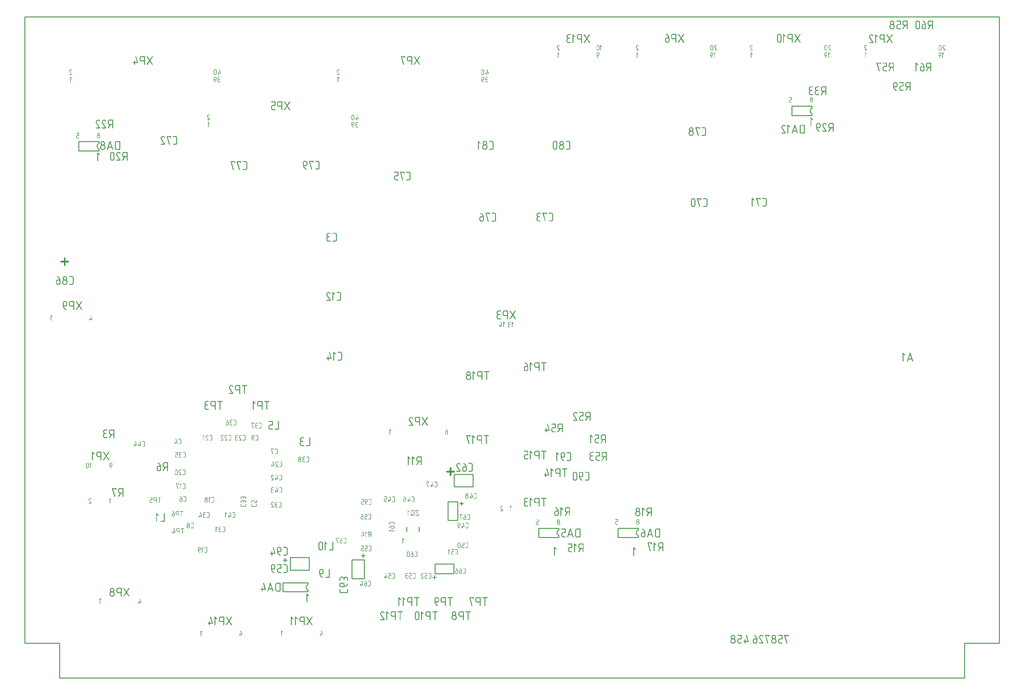
<source format=gbo>
G04*
G04 #@! TF.GenerationSoftware,Altium Limited,Altium Designer,24.9.1 (31)*
G04*
G04 Layer_Color=32638*
%FSLAX44Y44*%
%MOMM*%
G71*
G04*
G04 #@! TF.SameCoordinates,FFAC17DA-0C39-4F23-945C-E2544D3BB645*
G04*
G04*
G04 #@! TF.FilePolarity,Positive*
G04*
G01*
G75*
%ADD10C,0.2500*%
G36*
X209741Y1510146D02*
X209927Y1510108D01*
X210075Y1510071D01*
X210112Y1510034D01*
X210297Y1509923D01*
X210482Y1509775D01*
X210593Y1509664D01*
X210630Y1509627D01*
X215630Y1504590D01*
X215852Y1504294D01*
X215963Y1503998D01*
X216000Y1503813D01*
Y1503776D01*
Y1503739D01*
X215963Y1503554D01*
X215926Y1503405D01*
X215778Y1503109D01*
X215667Y1502924D01*
X215593Y1502887D01*
Y1502850D01*
X215296Y1502628D01*
X215000Y1502517D01*
X214815Y1502480D01*
X214741D01*
X214408Y1502554D01*
X214111Y1502665D01*
X213926Y1502776D01*
X213852Y1502850D01*
X210963Y1505739D01*
Y1486222D01*
X210889Y1485815D01*
X210778Y1485518D01*
X210667Y1485370D01*
X210593Y1485296D01*
X210297Y1485111D01*
X210038Y1485037D01*
X209816Y1485000D01*
X209741D01*
X209371Y1485037D01*
X209075Y1485148D01*
X208927Y1485259D01*
X208853Y1485296D01*
X208630Y1485592D01*
X208519Y1485889D01*
X208482Y1486111D01*
Y1486185D01*
Y1486222D01*
Y1508738D01*
X208519Y1509183D01*
X208630Y1509516D01*
X208778Y1509738D01*
X208816Y1509812D01*
X209112Y1510034D01*
X209334Y1510146D01*
X209482Y1510182D01*
X209519D01*
X209741Y1510146D01*
D02*
G37*
G36*
X211923Y1566596D02*
X212224Y1566573D01*
X212825Y1566434D01*
X213311Y1566226D01*
X213728Y1566017D01*
X214075Y1565786D01*
X214214Y1565670D01*
X214306Y1565578D01*
X214399Y1565508D01*
X214468Y1565439D01*
X214491Y1565416D01*
X214515Y1565393D01*
X214839Y1564953D01*
X215070Y1564490D01*
X215232Y1564027D01*
X215348Y1563611D01*
X215417Y1563241D01*
X215440Y1563079D01*
Y1562940D01*
X215463Y1562847D01*
Y1562755D01*
Y1562708D01*
Y1562685D01*
X215440Y1562361D01*
X215417Y1562061D01*
X215371Y1561783D01*
X215301Y1561528D01*
X215232Y1561320D01*
X215186Y1561158D01*
X215162Y1561066D01*
X215139Y1561019D01*
X215000Y1560719D01*
X214839Y1560464D01*
X214676Y1560233D01*
X214515Y1560047D01*
X214376Y1559886D01*
X214260Y1559770D01*
X214191Y1559700D01*
X214167Y1559677D01*
X214538Y1559423D01*
X214862Y1559145D01*
X215139Y1558844D01*
X215348Y1558590D01*
X215533Y1558335D01*
X215648Y1558150D01*
X215718Y1558011D01*
X215741Y1557988D01*
Y1557965D01*
X215903Y1557572D01*
X216042Y1557155D01*
X216134Y1556762D01*
X216181Y1556414D01*
X216227Y1556114D01*
X216250Y1555882D01*
Y1555790D01*
Y1555720D01*
Y1555697D01*
Y1555674D01*
X216227Y1555327D01*
X216204Y1554980D01*
X216065Y1554355D01*
X215880Y1553800D01*
X215672Y1553337D01*
X215556Y1553129D01*
X215463Y1552944D01*
X215371Y1552805D01*
X215278Y1552666D01*
X215209Y1552573D01*
X215139Y1552504D01*
X215116Y1552458D01*
X215093Y1552435D01*
X214839Y1552180D01*
X214561Y1551972D01*
X214283Y1551763D01*
X213982Y1551602D01*
X213682Y1551463D01*
X213404Y1551347D01*
X212848Y1551185D01*
X212571Y1551116D01*
X212339Y1551069D01*
X212131Y1551046D01*
X211946Y1551023D01*
X211784Y1551000D01*
X211576D01*
X211159Y1551023D01*
X210789Y1551069D01*
X210419Y1551139D01*
X210095Y1551231D01*
X209771Y1551347D01*
X209493Y1551463D01*
X209216Y1551602D01*
X208984Y1551740D01*
X208776Y1551856D01*
X208591Y1551995D01*
X208429Y1552111D01*
X208290Y1552226D01*
X208197Y1552319D01*
X208128Y1552388D01*
X208082Y1552435D01*
X208059Y1552458D01*
X207850Y1552712D01*
X207665Y1552990D01*
X207503Y1553268D01*
X207365Y1553545D01*
X207156Y1554077D01*
X207017Y1554586D01*
X206948Y1555026D01*
X206925Y1555211D01*
X206902Y1555373D01*
X206879Y1555489D01*
Y1555582D01*
Y1555651D01*
Y1555674D01*
X206902Y1556137D01*
X206971Y1556553D01*
X207064Y1556947D01*
X207156Y1557271D01*
X207249Y1557572D01*
X207341Y1557780D01*
X207411Y1557919D01*
X207434Y1557965D01*
X207642Y1558358D01*
X207897Y1558682D01*
X208151Y1558983D01*
X208406Y1559214D01*
X208637Y1559400D01*
X208822Y1559538D01*
X208938Y1559631D01*
X208961Y1559654D01*
X208984D01*
X208753Y1559862D01*
X208568Y1560094D01*
X208383Y1560325D01*
X208244Y1560556D01*
X208151Y1560742D01*
X208082Y1560880D01*
X208036Y1560973D01*
X208012Y1561019D01*
X207897Y1561320D01*
X207804Y1561621D01*
X207758Y1561899D01*
X207712Y1562153D01*
X207688Y1562361D01*
X207665Y1562547D01*
Y1562639D01*
Y1562685D01*
Y1562986D01*
X207712Y1563264D01*
X207827Y1563773D01*
X207989Y1564236D01*
X208151Y1564629D01*
X208336Y1564953D01*
X208498Y1565184D01*
X208568Y1565277D01*
X208614Y1565346D01*
X208637Y1565370D01*
X208660Y1565393D01*
X208869Y1565601D01*
X209100Y1565809D01*
X209331Y1565971D01*
X209586Y1566110D01*
X210072Y1566318D01*
X210535Y1566457D01*
X210951Y1566550D01*
X211113Y1566573D01*
X211275Y1566596D01*
X211391Y1566619D01*
X211576D01*
X211923Y1566596D01*
D02*
G37*
G36*
X155241Y1566346D02*
X155426Y1566253D01*
X155565Y1566115D01*
X155657Y1565976D01*
X155704Y1565837D01*
X155727Y1565698D01*
X155750Y1565605D01*
Y1565582D01*
Y1559312D01*
X155727Y1559057D01*
X155634Y1558872D01*
X155519Y1558733D01*
X155357Y1558640D01*
X155218Y1558594D01*
X155102Y1558571D01*
X155009Y1558548D01*
X151863D01*
X151516Y1558525D01*
X151192Y1558432D01*
X150891Y1558340D01*
X150659Y1558201D01*
X150451Y1558085D01*
X150312Y1557969D01*
X150220Y1557877D01*
X150197Y1557854D01*
X149965Y1557576D01*
X149803Y1557298D01*
X149664Y1557021D01*
X149595Y1556766D01*
X149549Y1556535D01*
X149502Y1556350D01*
Y1556234D01*
Y1556188D01*
Y1554637D01*
X149525Y1554267D01*
X149618Y1553943D01*
X149711Y1553665D01*
X149850Y1553411D01*
X149965Y1553226D01*
X150081Y1553064D01*
X150173Y1552971D01*
X150197Y1552948D01*
X150474Y1552740D01*
X150752Y1552578D01*
X151030Y1552462D01*
X151284Y1552393D01*
X151516Y1552346D01*
X151701Y1552300D01*
X155125D01*
X155241Y1552254D01*
X155403Y1552185D01*
X155519Y1552092D01*
X155565Y1552069D01*
Y1552046D01*
X155681Y1551861D01*
X155727Y1551676D01*
X155750Y1551560D01*
Y1551537D01*
Y1551514D01*
X155727Y1551282D01*
X155657Y1551120D01*
X155588Y1551004D01*
X155565Y1550958D01*
X155380Y1550842D01*
X155195Y1550773D01*
X155033Y1550750D01*
X151863D01*
X151562Y1550773D01*
X151284Y1550796D01*
X150752Y1550935D01*
X150289Y1551120D01*
X149896Y1551328D01*
X149549Y1551537D01*
X149317Y1551699D01*
X149225Y1551791D01*
X149155Y1551837D01*
X149132Y1551861D01*
X149109Y1551884D01*
X148901Y1552115D01*
X148716Y1552346D01*
X148577Y1552578D01*
X148438Y1552809D01*
X148230Y1553272D01*
X148091Y1553689D01*
X148021Y1554082D01*
X147975Y1554244D01*
Y1554360D01*
X147952Y1554475D01*
Y1554568D01*
Y1554614D01*
Y1554637D01*
Y1556188D01*
X147975Y1556488D01*
X147998Y1556766D01*
X148137Y1557298D01*
X148322Y1557761D01*
X148531Y1558178D01*
X148739Y1558502D01*
X148924Y1558733D01*
X148993Y1558826D01*
X149063Y1558895D01*
X149086Y1558918D01*
X149109Y1558941D01*
X149340Y1559149D01*
X149549Y1559335D01*
X149803Y1559474D01*
X150035Y1559612D01*
X150497Y1559821D01*
X150914Y1559959D01*
X151284Y1560029D01*
X151446Y1560075D01*
X151585D01*
X151701Y1560098D01*
X154200D01*
Y1564819D01*
X148739D01*
X148600Y1564842D01*
X148484Y1564865D01*
X148299Y1564957D01*
X148183Y1565027D01*
X148160Y1565073D01*
X148045Y1565258D01*
X147975Y1565420D01*
X147952Y1565536D01*
Y1565582D01*
X147998Y1565791D01*
X148068Y1565952D01*
X148137Y1566068D01*
X148183Y1566115D01*
X148276Y1566207D01*
X148369Y1566253D01*
X148554Y1566346D01*
X148693Y1566369D01*
X154986D01*
X155241Y1566346D01*
D02*
G37*
G36*
X215889Y229212D02*
X216005Y229188D01*
X216098Y229165D01*
X216121Y229142D01*
X216236Y229073D01*
X216352Y228980D01*
X216422Y228911D01*
X216445Y228888D01*
X219569Y225741D01*
X219707Y225556D01*
X219777Y225371D01*
X219800Y225255D01*
Y225232D01*
Y225208D01*
X219777Y225093D01*
X219754Y225000D01*
X219661Y224815D01*
X219592Y224699D01*
X219545Y224676D01*
Y224653D01*
X219360Y224514D01*
X219175Y224445D01*
X219060Y224422D01*
X219013D01*
X218805Y224468D01*
X218620Y224538D01*
X218504Y224607D01*
X218458Y224653D01*
X216653Y226458D01*
Y214264D01*
X216607Y214009D01*
X216537Y213824D01*
X216468Y213731D01*
X216422Y213685D01*
X216236Y213569D01*
X216075Y213523D01*
X215936Y213500D01*
X215889D01*
X215658Y213523D01*
X215473Y213592D01*
X215380Y213662D01*
X215334Y213685D01*
X215195Y213870D01*
X215126Y214055D01*
X215103Y214194D01*
Y214240D01*
Y214264D01*
Y228332D01*
X215126Y228610D01*
X215195Y228818D01*
X215288Y228957D01*
X215311Y229003D01*
X215496Y229142D01*
X215635Y229212D01*
X215728Y229235D01*
X215751D01*
X215889Y229212D01*
D02*
G37*
G36*
X330721Y229096D02*
X330790Y229073D01*
X330813Y229050D01*
X330952Y228957D01*
X331091Y228818D01*
X331161Y228679D01*
X331207Y228587D01*
X331230Y228541D01*
X334354Y217596D01*
X334400Y217411D01*
Y217225D01*
X334354Y217017D01*
X334261Y216855D01*
X334146Y216763D01*
X333983Y216670D01*
X333845Y216624D01*
X333706Y216601D01*
X328893D01*
Y214264D01*
X328847Y214009D01*
X328777Y213824D01*
X328708Y213731D01*
X328661Y213685D01*
X328476Y213569D01*
X328314Y213523D01*
X328176Y213500D01*
X328129D01*
X327898Y213523D01*
X327713Y213592D01*
X327620Y213662D01*
X327574Y213685D01*
X327435Y213870D01*
X327366Y214055D01*
X327342Y214194D01*
Y214240D01*
Y214264D01*
Y216601D01*
X325792D01*
X325653Y216624D01*
X325538Y216647D01*
X325353Y216740D01*
X325237Y216809D01*
X325214Y216855D01*
X325098Y217040D01*
X325028Y217202D01*
X325005Y217318D01*
Y217364D01*
X325052Y217572D01*
X325121Y217735D01*
X325191Y217850D01*
X325237Y217896D01*
X325329Y217989D01*
X325422Y218035D01*
X325607Y218128D01*
X325746Y218151D01*
X327342D01*
Y220488D01*
Y220627D01*
X327389Y220743D01*
X327458Y220928D01*
X327551Y221043D01*
X327574Y221067D01*
X327597D01*
X327782Y221182D01*
X327944Y221252D01*
X328083Y221275D01*
X328129D01*
X328338Y221252D01*
X328499Y221182D01*
X328615Y221090D01*
X328661Y221067D01*
X328800Y220858D01*
X328870Y220673D01*
X328893Y220534D01*
Y220511D01*
Y220488D01*
Y218151D01*
X332572D01*
X329726Y228101D01*
X329703Y228332D01*
X329749Y228564D01*
X329818Y228749D01*
X329888Y228841D01*
X329934Y228888D01*
X330119Y229027D01*
X330304Y229096D01*
X330443Y229119D01*
X330628D01*
X330721Y229096D01*
D02*
G37*
G36*
X299812Y258923D02*
X300108Y258812D01*
X300293Y258664D01*
X300367Y258627D01*
Y258590D01*
X300590Y258294D01*
X300701Y258034D01*
X300738Y257812D01*
Y257775D01*
Y257738D01*
Y257405D01*
X300590Y257035D01*
X293479Y246480D01*
X300553Y235926D01*
X300664Y235667D01*
X300701Y235444D01*
X300738Y235296D01*
Y235259D01*
X300701Y235074D01*
X300664Y234889D01*
X300516Y234630D01*
X300404Y234444D01*
X300330Y234370D01*
X299997Y234148D01*
X299738Y234037D01*
X299553Y234000D01*
X299479D01*
X298923Y234111D01*
X298701Y234259D01*
X298553Y234407D01*
X298479Y234519D01*
X298442Y234555D01*
X291961Y244221D01*
X285517Y234555D01*
X285369Y234370D01*
X285184Y234222D01*
X285036Y234148D01*
X284851Y234074D01*
X284739Y234037D01*
X284628Y234000D01*
X284517D01*
X284147Y234074D01*
X283851Y234185D01*
X283665Y234296D01*
X283591Y234370D01*
X283443Y234519D01*
X283369Y234667D01*
X283221Y234926D01*
X283184Y235148D01*
Y235185D01*
Y235222D01*
X283258Y235555D01*
X283406Y235926D01*
X290443Y246480D01*
X283406Y256998D01*
X283258Y257294D01*
X283221Y257516D01*
X283184Y257664D01*
Y257701D01*
Y257886D01*
X283258Y258072D01*
X283369Y258331D01*
X283517Y258516D01*
X283554Y258590D01*
X283591D01*
X283739Y258738D01*
X283925Y258812D01*
X284221Y258960D01*
X284443Y258997D01*
X284813D01*
X285073Y258886D01*
X285258Y258738D01*
X285406Y258590D01*
X285480Y258479D01*
X285517Y258442D01*
X291961Y248739D01*
X298442Y258405D01*
X298590Y258590D01*
X298775Y258738D01*
X298923Y258849D01*
X299108Y258923D01*
X299219Y258960D01*
X299331Y258997D01*
X299627D01*
X299812Y258923D01*
D02*
G37*
G36*
X277444Y258960D02*
X277740Y258812D01*
X277962Y258590D01*
X278111Y258368D01*
X278185Y258146D01*
X278222Y257923D01*
X278259Y257775D01*
Y257738D01*
Y235222D01*
X278185Y234815D01*
X278073Y234519D01*
X277962Y234370D01*
X277888Y234296D01*
X277592Y234111D01*
X277333Y234037D01*
X277111Y234000D01*
X277036D01*
X276666Y234037D01*
X276370Y234148D01*
X276222Y234259D01*
X276148Y234296D01*
X275926Y234592D01*
X275814Y234889D01*
X275777Y235111D01*
Y235185D01*
Y235222D01*
Y243999D01*
X268297D01*
X267556Y244073D01*
X266852Y244221D01*
X266260Y244443D01*
X265741Y244740D01*
X265334Y244999D01*
X265001Y245221D01*
X264816Y245369D01*
X264741Y245443D01*
X264260Y246036D01*
X263890Y246628D01*
X263631Y247221D01*
X263445Y247776D01*
X263334Y248258D01*
X263297Y248665D01*
X263260Y248813D01*
Y248924D01*
Y248961D01*
Y248998D01*
Y253998D01*
X263334Y254739D01*
X263482Y255405D01*
X263742Y255998D01*
X264001Y256516D01*
X264260Y256924D01*
X264519Y257257D01*
X264667Y257442D01*
X264741Y257516D01*
X265297Y257997D01*
X265889Y258368D01*
X266482Y258627D01*
X267038Y258812D01*
X267519Y258923D01*
X267926Y258960D01*
X268074Y258997D01*
X277036D01*
X277444Y258960D01*
D02*
G37*
G36*
X251336D02*
X251817Y258923D01*
X252780Y258701D01*
X253557Y258368D01*
X254224Y258034D01*
X254780Y257664D01*
X255002Y257479D01*
X255150Y257331D01*
X255298Y257220D01*
X255409Y257109D01*
X255446Y257072D01*
X255483Y257035D01*
X256002Y256331D01*
X256372Y255590D01*
X256631Y254850D01*
X256816Y254183D01*
X256928Y253591D01*
X256964Y253331D01*
Y253109D01*
X257001Y252961D01*
Y252813D01*
Y252739D01*
Y252702D01*
X256964Y252183D01*
X256928Y251702D01*
X256853Y251257D01*
X256742Y250850D01*
X256631Y250517D01*
X256557Y250258D01*
X256520Y250109D01*
X256483Y250035D01*
X256261Y249554D01*
X256002Y249147D01*
X255742Y248776D01*
X255483Y248480D01*
X255261Y248221D01*
X255076Y248036D01*
X254965Y247924D01*
X254928Y247887D01*
X255520Y247480D01*
X256039Y247036D01*
X256483Y246554D01*
X256816Y246147D01*
X257113Y245739D01*
X257298Y245443D01*
X257409Y245221D01*
X257446Y245184D01*
Y245147D01*
X257705Y244517D01*
X257927Y243851D01*
X258076Y243221D01*
X258150Y242666D01*
X258224Y242184D01*
X258261Y241814D01*
Y241666D01*
Y241555D01*
Y241518D01*
Y241481D01*
X258224Y240925D01*
X258187Y240370D01*
X257964Y239370D01*
X257668Y238481D01*
X257335Y237740D01*
X257150Y237407D01*
X257001Y237111D01*
X256853Y236889D01*
X256705Y236666D01*
X256594Y236518D01*
X256483Y236407D01*
X256446Y236333D01*
X256409Y236296D01*
X256002Y235889D01*
X255557Y235555D01*
X255113Y235222D01*
X254631Y234963D01*
X254150Y234741D01*
X253706Y234555D01*
X252817Y234296D01*
X252372Y234185D01*
X252002Y234111D01*
X251669Y234074D01*
X251373Y234037D01*
X251113Y234000D01*
X250780D01*
X250113Y234037D01*
X249521Y234111D01*
X248928Y234222D01*
X248410Y234370D01*
X247891Y234555D01*
X247447Y234741D01*
X247003Y234963D01*
X246632Y235185D01*
X246299Y235370D01*
X246003Y235592D01*
X245744Y235778D01*
X245521Y235963D01*
X245373Y236111D01*
X245262Y236222D01*
X245188Y236296D01*
X245151Y236333D01*
X244818Y236740D01*
X244521Y237185D01*
X244262Y237629D01*
X244040Y238074D01*
X243707Y238925D01*
X243484Y239740D01*
X243373Y240444D01*
X243336Y240740D01*
X243299Y240999D01*
X243262Y241184D01*
Y241333D01*
Y241444D01*
Y241481D01*
X243299Y242221D01*
X243410Y242888D01*
X243559Y243517D01*
X243707Y244036D01*
X243855Y244517D01*
X244003Y244851D01*
X244114Y245073D01*
X244151Y245147D01*
X244484Y245777D01*
X244892Y246295D01*
X245299Y246776D01*
X245706Y247147D01*
X246077Y247443D01*
X246373Y247665D01*
X246558Y247813D01*
X246595Y247850D01*
X246632D01*
X246262Y248184D01*
X245966Y248554D01*
X245669Y248924D01*
X245447Y249295D01*
X245299Y249591D01*
X245188Y249813D01*
X245114Y249961D01*
X245077Y250035D01*
X244892Y250517D01*
X244744Y250998D01*
X244669Y251443D01*
X244595Y251850D01*
X244558Y252183D01*
X244521Y252480D01*
Y252628D01*
Y252702D01*
Y253183D01*
X244595Y253628D01*
X244781Y254442D01*
X245040Y255183D01*
X245299Y255812D01*
X245595Y256331D01*
X245855Y256701D01*
X245966Y256849D01*
X246040Y256961D01*
X246077Y256998D01*
X246114Y257035D01*
X246447Y257368D01*
X246817Y257701D01*
X247188Y257960D01*
X247595Y258183D01*
X248373Y258516D01*
X249114Y258738D01*
X249780Y258886D01*
X250039Y258923D01*
X250299Y258960D01*
X250484Y258997D01*
X250780D01*
X251336Y258960D01*
D02*
G37*
G36*
X2203241Y1669096D02*
X2203426Y1669003D01*
X2203565Y1668865D01*
X2203657Y1668726D01*
X2203704Y1668587D01*
X2203727Y1668448D01*
X2203750Y1668356D01*
Y1668332D01*
Y1662062D01*
X2203727Y1661807D01*
X2203634Y1661622D01*
X2203519Y1661483D01*
X2203357Y1661391D01*
X2203218Y1661344D01*
X2203102Y1661321D01*
X2203009Y1661298D01*
X2199863D01*
X2199516Y1661275D01*
X2199191Y1661182D01*
X2198891Y1661090D01*
X2198659Y1660951D01*
X2198451Y1660835D01*
X2198312Y1660719D01*
X2198220Y1660627D01*
X2198197Y1660604D01*
X2197965Y1660326D01*
X2197803Y1660049D01*
X2197664Y1659771D01*
X2197595Y1659516D01*
X2197549Y1659285D01*
X2197502Y1659100D01*
Y1658984D01*
Y1658938D01*
Y1657387D01*
X2197525Y1657017D01*
X2197618Y1656693D01*
X2197711Y1656416D01*
X2197849Y1656161D01*
X2197965Y1655976D01*
X2198081Y1655814D01*
X2198173Y1655721D01*
X2198197Y1655698D01*
X2198474Y1655490D01*
X2198752Y1655328D01*
X2199030Y1655212D01*
X2199284Y1655143D01*
X2199516Y1655097D01*
X2199701Y1655050D01*
X2203125D01*
X2203241Y1655004D01*
X2203403Y1654935D01*
X2203519Y1654842D01*
X2203565Y1654819D01*
Y1654796D01*
X2203681Y1654611D01*
X2203727Y1654426D01*
X2203750Y1654310D01*
Y1654287D01*
Y1654264D01*
X2203727Y1654032D01*
X2203657Y1653870D01*
X2203588Y1653755D01*
X2203565Y1653708D01*
X2203380Y1653593D01*
X2203195Y1653523D01*
X2203033Y1653500D01*
X2199863D01*
X2199562Y1653523D01*
X2199284Y1653546D01*
X2198752Y1653685D01*
X2198289Y1653870D01*
X2197896Y1654079D01*
X2197549Y1654287D01*
X2197317Y1654449D01*
X2197225Y1654541D01*
X2197155Y1654588D01*
X2197132Y1654611D01*
X2197109Y1654634D01*
X2196901Y1654865D01*
X2196716Y1655097D01*
X2196577Y1655328D01*
X2196438Y1655559D01*
X2196230Y1656022D01*
X2196091Y1656439D01*
X2196021Y1656832D01*
X2195975Y1656994D01*
Y1657110D01*
X2195952Y1657225D01*
Y1657318D01*
Y1657364D01*
Y1657387D01*
Y1658938D01*
X2195975Y1659239D01*
X2195998Y1659516D01*
X2196137Y1660049D01*
X2196322Y1660511D01*
X2196530Y1660928D01*
X2196739Y1661252D01*
X2196924Y1661483D01*
X2196993Y1661576D01*
X2197063Y1661645D01*
X2197086Y1661668D01*
X2197109Y1661691D01*
X2197340Y1661900D01*
X2197549Y1662085D01*
X2197803Y1662224D01*
X2198035Y1662362D01*
X2198497Y1662571D01*
X2198914Y1662710D01*
X2199284Y1662779D01*
X2199446Y1662825D01*
X2199585D01*
X2199701Y1662848D01*
X2202200D01*
Y1667569D01*
X2196739D01*
X2196600Y1667592D01*
X2196484Y1667615D01*
X2196299Y1667708D01*
X2196183Y1667777D01*
X2196160Y1667823D01*
X2196045Y1668008D01*
X2195975Y1668170D01*
X2195952Y1668286D01*
Y1668332D01*
X2195998Y1668541D01*
X2196068Y1668703D01*
X2196137Y1668818D01*
X2196183Y1668865D01*
X2196276Y1668957D01*
X2196369Y1669003D01*
X2196554Y1669096D01*
X2196693Y1669119D01*
X2202986D01*
X2203241Y1669096D01*
D02*
G37*
G36*
X2260673D02*
X2260974Y1669073D01*
X2261575Y1668934D01*
X2262061Y1668726D01*
X2262478Y1668517D01*
X2262825Y1668286D01*
X2262964Y1668170D01*
X2263056Y1668078D01*
X2263149Y1668008D01*
X2263218Y1667939D01*
X2263241Y1667916D01*
X2263264Y1667893D01*
X2263589Y1667453D01*
X2263820Y1666990D01*
X2263982Y1666528D01*
X2264098Y1666111D01*
X2264167Y1665741D01*
X2264190Y1665579D01*
Y1665440D01*
X2264213Y1665347D01*
Y1665255D01*
Y1665209D01*
Y1665185D01*
X2264190Y1664861D01*
X2264167Y1664561D01*
X2264121Y1664283D01*
X2264051Y1664028D01*
X2263982Y1663820D01*
X2263936Y1663658D01*
X2263912Y1663566D01*
X2263889Y1663519D01*
X2263750Y1663219D01*
X2263589Y1662964D01*
X2263427Y1662733D01*
X2263264Y1662547D01*
X2263126Y1662386D01*
X2263010Y1662270D01*
X2262941Y1662200D01*
X2262917Y1662177D01*
X2263288Y1661923D01*
X2263612Y1661645D01*
X2263889Y1661344D01*
X2264098Y1661090D01*
X2264283Y1660835D01*
X2264398Y1660650D01*
X2264468Y1660511D01*
X2264491Y1660488D01*
Y1660465D01*
X2264653Y1660072D01*
X2264792Y1659655D01*
X2264884Y1659262D01*
X2264931Y1658915D01*
X2264977Y1658614D01*
X2265000Y1658382D01*
Y1658290D01*
Y1658221D01*
Y1658197D01*
Y1658174D01*
X2264977Y1657827D01*
X2264954Y1657480D01*
X2264815Y1656855D01*
X2264630Y1656300D01*
X2264422Y1655837D01*
X2264306Y1655629D01*
X2264213Y1655444D01*
X2264121Y1655305D01*
X2264028Y1655166D01*
X2263959Y1655074D01*
X2263889Y1655004D01*
X2263866Y1654958D01*
X2263843Y1654935D01*
X2263589Y1654680D01*
X2263311Y1654472D01*
X2263033Y1654264D01*
X2262732Y1654102D01*
X2262431Y1653963D01*
X2262154Y1653847D01*
X2261599Y1653685D01*
X2261321Y1653616D01*
X2261089Y1653569D01*
X2260881Y1653546D01*
X2260696Y1653523D01*
X2260534Y1653500D01*
X2260326D01*
X2259909Y1653523D01*
X2259539Y1653569D01*
X2259169Y1653639D01*
X2258845Y1653731D01*
X2258521Y1653847D01*
X2258243Y1653963D01*
X2257966Y1654102D01*
X2257734Y1654241D01*
X2257526Y1654356D01*
X2257341Y1654495D01*
X2257179Y1654611D01*
X2257040Y1654726D01*
X2256947Y1654819D01*
X2256878Y1654888D01*
X2256832Y1654935D01*
X2256809Y1654958D01*
X2256600Y1655212D01*
X2256415Y1655490D01*
X2256253Y1655768D01*
X2256115Y1656045D01*
X2255906Y1656578D01*
X2255767Y1657087D01*
X2255698Y1657526D01*
X2255675Y1657711D01*
X2255652Y1657873D01*
X2255629Y1657989D01*
Y1658082D01*
Y1658151D01*
Y1658174D01*
X2255652Y1658637D01*
X2255721Y1659053D01*
X2255814Y1659447D01*
X2255906Y1659771D01*
X2255999Y1660072D01*
X2256091Y1660280D01*
X2256161Y1660419D01*
X2256184Y1660465D01*
X2256392Y1660858D01*
X2256647Y1661182D01*
X2256901Y1661483D01*
X2257156Y1661714D01*
X2257387Y1661900D01*
X2257572Y1662039D01*
X2257688Y1662131D01*
X2257711Y1662154D01*
X2257734D01*
X2257503Y1662362D01*
X2257318Y1662594D01*
X2257133Y1662825D01*
X2256994Y1663057D01*
X2256901Y1663242D01*
X2256832Y1663380D01*
X2256785Y1663473D01*
X2256762Y1663519D01*
X2256647Y1663820D01*
X2256554Y1664121D01*
X2256508Y1664399D01*
X2256462Y1664653D01*
X2256438Y1664861D01*
X2256415Y1665047D01*
Y1665139D01*
Y1665185D01*
Y1665486D01*
X2256462Y1665764D01*
X2256577Y1666273D01*
X2256739Y1666736D01*
X2256901Y1667129D01*
X2257086Y1667453D01*
X2257248Y1667684D01*
X2257318Y1667777D01*
X2257364Y1667846D01*
X2257387Y1667870D01*
X2257410Y1667893D01*
X2257619Y1668101D01*
X2257850Y1668309D01*
X2258081Y1668471D01*
X2258336Y1668610D01*
X2258822Y1668818D01*
X2259285Y1668957D01*
X2259701Y1669050D01*
X2259863Y1669073D01*
X2260025Y1669096D01*
X2260141Y1669119D01*
X2260326D01*
X2260673Y1669096D01*
D02*
G37*
G36*
X2258741Y1611145D02*
X2258927Y1611109D01*
X2259075Y1611071D01*
X2259112Y1611034D01*
X2259297Y1610923D01*
X2259482Y1610775D01*
X2259593Y1610664D01*
X2259630Y1610627D01*
X2264630Y1605591D01*
X2264852Y1605294D01*
X2264963Y1604998D01*
X2265000Y1604813D01*
Y1604776D01*
Y1604739D01*
X2264963Y1604554D01*
X2264926Y1604406D01*
X2264778Y1604109D01*
X2264667Y1603924D01*
X2264593Y1603887D01*
Y1603850D01*
X2264296Y1603628D01*
X2264000Y1603517D01*
X2263815Y1603480D01*
X2263741D01*
X2263408Y1603554D01*
X2263111Y1603665D01*
X2262926Y1603776D01*
X2262852Y1603850D01*
X2259964Y1606739D01*
Y1587222D01*
X2259889Y1586815D01*
X2259778Y1586519D01*
X2259667Y1586370D01*
X2259593Y1586296D01*
X2259297Y1586111D01*
X2259038Y1586037D01*
X2258815Y1586000D01*
X2258741D01*
X2258371Y1586037D01*
X2258075Y1586148D01*
X2257927Y1586259D01*
X2257853Y1586296D01*
X2257630Y1586593D01*
X2257519Y1586889D01*
X2257482Y1587111D01*
Y1587185D01*
Y1587222D01*
Y1609738D01*
X2257519Y1610183D01*
X2257630Y1610516D01*
X2257778Y1610738D01*
X2257816Y1610812D01*
X2258112Y1611034D01*
X2258334Y1611145D01*
X2258482Y1611183D01*
X2258519D01*
X2258741Y1611145D01*
D02*
G37*
G36*
X737589Y136212D02*
X737705Y136188D01*
X737798Y136165D01*
X737821Y136142D01*
X737936Y136073D01*
X738052Y135980D01*
X738122Y135911D01*
X738145Y135888D01*
X741269Y132741D01*
X741407Y132556D01*
X741477Y132371D01*
X741500Y132255D01*
Y132232D01*
Y132208D01*
X741477Y132093D01*
X741454Y132000D01*
X741361Y131815D01*
X741292Y131699D01*
X741245Y131676D01*
Y131653D01*
X741060Y131514D01*
X740875Y131445D01*
X740760Y131422D01*
X740713D01*
X740505Y131468D01*
X740320Y131538D01*
X740204Y131607D01*
X740158Y131653D01*
X738353Y133458D01*
Y121264D01*
X738307Y121009D01*
X738237Y120824D01*
X738168Y120731D01*
X738122Y120685D01*
X737936Y120569D01*
X737775Y120523D01*
X737636Y120500D01*
X737589D01*
X737358Y120523D01*
X737173Y120592D01*
X737080Y120662D01*
X737034Y120685D01*
X736895Y120870D01*
X736826Y121055D01*
X736803Y121194D01*
Y121240D01*
Y121264D01*
Y135332D01*
X736826Y135610D01*
X736895Y135818D01*
X736988Y135957D01*
X737011Y136003D01*
X737196Y136142D01*
X737335Y136212D01*
X737428Y136235D01*
X737451D01*
X737589Y136212D01*
D02*
G37*
G36*
X852421Y136096D02*
X852490Y136073D01*
X852513Y136050D01*
X852652Y135957D01*
X852791Y135818D01*
X852860Y135679D01*
X852907Y135587D01*
X852930Y135541D01*
X856054Y124596D01*
X856100Y124410D01*
Y124225D01*
X856054Y124017D01*
X855961Y123855D01*
X855845Y123763D01*
X855684Y123670D01*
X855545Y123624D01*
X855406Y123601D01*
X850593D01*
Y121264D01*
X850546Y121009D01*
X850477Y120824D01*
X850408Y120731D01*
X850361Y120685D01*
X850176Y120569D01*
X850014Y120523D01*
X849875Y120500D01*
X849829D01*
X849598Y120523D01*
X849413Y120592D01*
X849320Y120662D01*
X849274Y120685D01*
X849135Y120870D01*
X849066Y121055D01*
X849043Y121194D01*
Y121240D01*
Y121264D01*
Y123601D01*
X847492D01*
X847353Y123624D01*
X847238Y123647D01*
X847053Y123740D01*
X846937Y123809D01*
X846914Y123855D01*
X846798Y124040D01*
X846729Y124202D01*
X846705Y124318D01*
Y124364D01*
X846752Y124572D01*
X846821Y124734D01*
X846890Y124850D01*
X846937Y124896D01*
X847029Y124989D01*
X847122Y125035D01*
X847307Y125128D01*
X847446Y125151D01*
X849043D01*
Y127488D01*
Y127627D01*
X849089Y127743D01*
X849158Y127928D01*
X849251Y128043D01*
X849274Y128067D01*
X849297D01*
X849482Y128182D01*
X849644Y128252D01*
X849783Y128275D01*
X849829D01*
X850038Y128252D01*
X850199Y128182D01*
X850315Y128090D01*
X850361Y128067D01*
X850500Y127858D01*
X850570Y127673D01*
X850593Y127534D01*
Y127511D01*
Y127488D01*
Y125151D01*
X854272D01*
X851426Y135101D01*
X851403Y135332D01*
X851449Y135564D01*
X851518Y135749D01*
X851588Y135841D01*
X851634Y135888D01*
X851819Y136026D01*
X852004Y136096D01*
X852143Y136119D01*
X852328D01*
X852421Y136096D01*
D02*
G37*
G36*
X777864Y176646D02*
X778049Y176609D01*
X778198Y176572D01*
X778235Y176534D01*
X778420Y176423D01*
X778605Y176275D01*
X778716Y176164D01*
X778753Y176127D01*
X783753Y171091D01*
X783975Y170794D01*
X784086Y170498D01*
X784123Y170313D01*
Y170276D01*
Y170239D01*
X784086Y170054D01*
X784049Y169905D01*
X783901Y169609D01*
X783790Y169424D01*
X783716Y169387D01*
Y169350D01*
X783419Y169128D01*
X783123Y169017D01*
X782938Y168980D01*
X782864D01*
X782531Y169054D01*
X782234Y169165D01*
X782049Y169276D01*
X781975Y169350D01*
X779086Y172239D01*
Y152722D01*
X779012Y152315D01*
X778901Y152018D01*
X778790Y151870D01*
X778716Y151796D01*
X778420Y151611D01*
X778161Y151537D01*
X777938Y151500D01*
X777864D01*
X777494Y151537D01*
X777198Y151648D01*
X777050Y151759D01*
X776975Y151796D01*
X776753Y152093D01*
X776642Y152389D01*
X776605Y152611D01*
Y152685D01*
Y152722D01*
Y175238D01*
X776642Y175683D01*
X776753Y176016D01*
X776901Y176238D01*
X776938Y176312D01*
X777235Y176534D01*
X777457Y176646D01*
X777605Y176683D01*
X777642D01*
X777864Y176646D01*
D02*
G37*
G36*
X765384D02*
X765569Y176609D01*
X765717Y176572D01*
X765754Y176534D01*
X765940Y176423D01*
X766125Y176275D01*
X766236Y176164D01*
X766273Y176127D01*
X771272Y171091D01*
X771495Y170794D01*
X771606Y170498D01*
X771643Y170313D01*
Y170276D01*
Y170239D01*
X771606Y170054D01*
X771569Y169905D01*
X771421Y169609D01*
X771309Y169424D01*
X771235Y169387D01*
Y169350D01*
X770939Y169128D01*
X770643Y169017D01*
X770458Y168980D01*
X770384D01*
X770050Y169054D01*
X769754Y169165D01*
X769569Y169276D01*
X769495Y169350D01*
X766606Y172239D01*
Y152722D01*
X766532Y152315D01*
X766421Y152018D01*
X766310Y151870D01*
X766236Y151796D01*
X765940Y151611D01*
X765680Y151537D01*
X765458Y151500D01*
X765384D01*
X765014Y151537D01*
X764717Y151648D01*
X764569Y151759D01*
X764495Y151796D01*
X764273Y152093D01*
X764162Y152389D01*
X764125Y152611D01*
Y152685D01*
Y152722D01*
Y175238D01*
X764162Y175683D01*
X764273Y176016D01*
X764421Y176238D01*
X764458Y176312D01*
X764755Y176534D01*
X764977Y176646D01*
X765125Y176683D01*
X765162D01*
X765384Y176646D01*
D02*
G37*
G36*
X825674Y176423D02*
X825970Y176312D01*
X826156Y176164D01*
X826230Y176127D01*
Y176090D01*
X826452Y175794D01*
X826563Y175534D01*
X826600Y175312D01*
Y175275D01*
Y175238D01*
Y174905D01*
X826452Y174535D01*
X819342Y163980D01*
X826415Y153426D01*
X826526Y153167D01*
X826563Y152944D01*
X826600Y152796D01*
Y152759D01*
X826563Y152574D01*
X826526Y152389D01*
X826378Y152130D01*
X826267Y151944D01*
X826193Y151870D01*
X825859Y151648D01*
X825600Y151537D01*
X825415Y151500D01*
X825341D01*
X824785Y151611D01*
X824563Y151759D01*
X824415Y151907D01*
X824341Y152018D01*
X824304Y152056D01*
X817823Y161721D01*
X811379Y152056D01*
X811231Y151870D01*
X811046Y151722D01*
X810898Y151648D01*
X810713Y151574D01*
X810602Y151537D01*
X810491Y151500D01*
X810379D01*
X810009Y151574D01*
X809713Y151685D01*
X809528Y151796D01*
X809454Y151870D01*
X809305Y152018D01*
X809231Y152167D01*
X809083Y152426D01*
X809046Y152648D01*
Y152685D01*
Y152722D01*
X809120Y153055D01*
X809268Y153426D01*
X816305Y163980D01*
X809268Y174498D01*
X809120Y174794D01*
X809083Y175016D01*
X809046Y175164D01*
Y175201D01*
Y175386D01*
X809120Y175572D01*
X809231Y175831D01*
X809380Y176016D01*
X809417Y176090D01*
X809454D01*
X809602Y176238D01*
X809787Y176312D01*
X810083Y176460D01*
X810305Y176497D01*
X810676D01*
X810935Y176386D01*
X811120Y176238D01*
X811268Y176090D01*
X811342Y175979D01*
X811379Y175942D01*
X817823Y166239D01*
X824304Y175905D01*
X824452Y176090D01*
X824637Y176238D01*
X824785Y176349D01*
X824970Y176423D01*
X825082Y176460D01*
X825193Y176497D01*
X825489D01*
X825674Y176423D01*
D02*
G37*
G36*
X803306Y176460D02*
X803602Y176312D01*
X803825Y176090D01*
X803973Y175868D01*
X804047Y175646D01*
X804084Y175423D01*
X804121Y175275D01*
Y175238D01*
Y152722D01*
X804047Y152315D01*
X803936Y152018D01*
X803825Y151870D01*
X803751Y151796D01*
X803454Y151611D01*
X803195Y151537D01*
X802973Y151500D01*
X802899D01*
X802528Y151537D01*
X802232Y151648D01*
X802084Y151759D01*
X802010Y151796D01*
X801788Y152093D01*
X801677Y152389D01*
X801640Y152611D01*
Y152685D01*
Y152722D01*
Y161499D01*
X794159D01*
X793418Y161573D01*
X792715Y161721D01*
X792122Y161943D01*
X791604Y162240D01*
X791196Y162499D01*
X790863Y162721D01*
X790678Y162869D01*
X790604Y162943D01*
X790122Y163536D01*
X789752Y164128D01*
X789493Y164721D01*
X789308Y165276D01*
X789196Y165758D01*
X789159Y166165D01*
X789122Y166313D01*
Y166424D01*
Y166461D01*
Y166498D01*
Y171498D01*
X789196Y172239D01*
X789345Y172905D01*
X789604Y173498D01*
X789863Y174016D01*
X790122Y174424D01*
X790381Y174757D01*
X790530Y174942D01*
X790604Y175016D01*
X791159Y175497D01*
X791752Y175868D01*
X792344Y176127D01*
X792900Y176312D01*
X793381Y176423D01*
X793789Y176460D01*
X793937Y176497D01*
X802899D01*
X803306Y176460D01*
D02*
G37*
G36*
X810491Y243146D02*
X810677Y243109D01*
X810825Y243071D01*
X810862Y243034D01*
X811047Y242923D01*
X811232Y242775D01*
X811343Y242664D01*
X811380Y242627D01*
X816380Y237591D01*
X816602Y237294D01*
X816713Y236998D01*
X816750Y236813D01*
Y236776D01*
Y236739D01*
X816713Y236554D01*
X816676Y236406D01*
X816528Y236109D01*
X816417Y235924D01*
X816343Y235887D01*
Y235850D01*
X816046Y235628D01*
X815750Y235517D01*
X815565Y235480D01*
X815491D01*
X815158Y235554D01*
X814861Y235665D01*
X814676Y235776D01*
X814602Y235850D01*
X811713Y238739D01*
Y219222D01*
X811639Y218815D01*
X811528Y218519D01*
X811417Y218370D01*
X811343Y218296D01*
X811047Y218111D01*
X810788Y218037D01*
X810565Y218000D01*
X810491D01*
X810121Y218037D01*
X809825Y218148D01*
X809677Y218259D01*
X809603Y218296D01*
X809380Y218592D01*
X809269Y218889D01*
X809232Y219111D01*
Y219185D01*
Y219222D01*
Y241738D01*
X809269Y242183D01*
X809380Y242516D01*
X809529Y242738D01*
X809566Y242812D01*
X809862Y243034D01*
X810084Y243146D01*
X810232Y243183D01*
X810269D01*
X810491Y243146D01*
D02*
G37*
G36*
X135720Y1154923D02*
X136424Y1154775D01*
X137016Y1154516D01*
X137535Y1154257D01*
X137979Y1153997D01*
X138275Y1153738D01*
X138461Y1153590D01*
X138535Y1153516D01*
X139016Y1152961D01*
X139386Y1152368D01*
X139609Y1151776D01*
X139794Y1151220D01*
X139905Y1150739D01*
X139942Y1150331D01*
X139979Y1150183D01*
Y1150109D01*
Y1150035D01*
Y1149998D01*
Y1134999D01*
X139905Y1134259D01*
X139757Y1133555D01*
X139497Y1132963D01*
X139238Y1132444D01*
X138979Y1132000D01*
X138720Y1131703D01*
X138572Y1131518D01*
X138498Y1131444D01*
X137905Y1130963D01*
X137312Y1130592D01*
X136720Y1130370D01*
X136165Y1130185D01*
X135683Y1130074D01*
X135313Y1130037D01*
X135165Y1130000D01*
X128721D01*
X128499Y1130037D01*
X128313Y1130074D01*
X128054Y1130222D01*
X127869Y1130333D01*
X127832Y1130407D01*
X127647Y1130704D01*
X127536Y1130963D01*
X127499Y1131148D01*
Y1131222D01*
X127573Y1131555D01*
X127684Y1131815D01*
X127795Y1132000D01*
X127869Y1132074D01*
X128017Y1132222D01*
X128165Y1132296D01*
X128425Y1132444D01*
X128647Y1132481D01*
X135016D01*
X135350Y1132518D01*
X135646Y1132555D01*
X135905Y1132592D01*
X135942Y1132629D01*
X135979D01*
X136276Y1132814D01*
X136535Y1133000D01*
X136720Y1133148D01*
X136794Y1133185D01*
X137016Y1133481D01*
X137201Y1133777D01*
X137312Y1134074D01*
X137424Y1134370D01*
X137461Y1134592D01*
X137498Y1134777D01*
Y1134925D01*
Y1134962D01*
Y1149998D01*
X137461Y1150368D01*
X137424Y1150665D01*
X137387Y1150887D01*
X137350Y1150924D01*
Y1150961D01*
X137201Y1151294D01*
X137016Y1151553D01*
X136868Y1151702D01*
X136794Y1151776D01*
X136498Y1152035D01*
X136201Y1152220D01*
X135905Y1152331D01*
X135609Y1152442D01*
X135387Y1152479D01*
X135202Y1152516D01*
X128758D01*
X128536Y1152553D01*
X128350Y1152590D01*
X128054Y1152738D01*
X127869Y1152850D01*
X127832Y1152924D01*
X127647Y1153220D01*
X127536Y1153479D01*
X127499Y1153664D01*
Y1153738D01*
X127573Y1154072D01*
X127684Y1154331D01*
X127795Y1154516D01*
X127869Y1154590D01*
X128017Y1154738D01*
X128128Y1154812D01*
X128425Y1154960D01*
X128647Y1154997D01*
X134979D01*
X135720Y1154923D01*
D02*
G37*
G36*
X115574Y1154960D02*
X116055Y1154923D01*
X117018Y1154701D01*
X117796Y1154368D01*
X118463Y1154035D01*
X119018Y1153664D01*
X119240Y1153479D01*
X119388Y1153331D01*
X119537Y1153220D01*
X119648Y1153109D01*
X119685Y1153072D01*
X119722Y1153035D01*
X120240Y1152331D01*
X120611Y1151590D01*
X120870Y1150850D01*
X121055Y1150183D01*
X121166Y1149591D01*
X121203Y1149331D01*
Y1149109D01*
X121240Y1148961D01*
Y1148813D01*
Y1148739D01*
Y1148702D01*
X121203Y1148183D01*
X121166Y1147702D01*
X121092Y1147258D01*
X120981Y1146850D01*
X120870Y1146517D01*
X120796Y1146258D01*
X120759Y1146109D01*
X120722Y1146035D01*
X120499Y1145554D01*
X120240Y1145147D01*
X119981Y1144776D01*
X119722Y1144480D01*
X119500Y1144221D01*
X119314Y1144036D01*
X119203Y1143924D01*
X119166Y1143887D01*
X119759Y1143480D01*
X120277Y1143036D01*
X120722Y1142554D01*
X121055Y1142147D01*
X121351Y1141740D01*
X121536Y1141443D01*
X121648Y1141221D01*
X121685Y1141184D01*
Y1141147D01*
X121944Y1140517D01*
X122166Y1139851D01*
X122314Y1139221D01*
X122388Y1138666D01*
X122462Y1138184D01*
X122499Y1137814D01*
Y1137666D01*
Y1137555D01*
Y1137518D01*
Y1137481D01*
X122462Y1136925D01*
X122425Y1136370D01*
X122203Y1135370D01*
X121907Y1134481D01*
X121573Y1133740D01*
X121388Y1133407D01*
X121240Y1133111D01*
X121092Y1132889D01*
X120944Y1132666D01*
X120833Y1132518D01*
X120722Y1132407D01*
X120685Y1132333D01*
X120648Y1132296D01*
X120240Y1131889D01*
X119796Y1131555D01*
X119351Y1131222D01*
X118870Y1130963D01*
X118389Y1130741D01*
X117944Y1130555D01*
X117055Y1130296D01*
X116611Y1130185D01*
X116241Y1130111D01*
X115907Y1130074D01*
X115611Y1130037D01*
X115352Y1130000D01*
X115019D01*
X114352Y1130037D01*
X113759Y1130111D01*
X113167Y1130222D01*
X112648Y1130370D01*
X112130Y1130555D01*
X111685Y1130741D01*
X111241Y1130963D01*
X110871Y1131185D01*
X110538Y1131370D01*
X110241Y1131592D01*
X109982Y1131778D01*
X109760Y1131963D01*
X109612Y1132111D01*
X109501Y1132222D01*
X109426Y1132296D01*
X109389Y1132333D01*
X109056Y1132740D01*
X108760Y1133185D01*
X108501Y1133629D01*
X108279Y1134074D01*
X107945Y1134925D01*
X107723Y1135740D01*
X107612Y1136444D01*
X107575Y1136740D01*
X107538Y1136999D01*
X107501Y1137184D01*
Y1137333D01*
Y1137444D01*
Y1137481D01*
X107538Y1138221D01*
X107649Y1138888D01*
X107797Y1139518D01*
X107945Y1140036D01*
X108093Y1140517D01*
X108241Y1140851D01*
X108352Y1141073D01*
X108390Y1141147D01*
X108723Y1141777D01*
X109130Y1142295D01*
X109538Y1142776D01*
X109945Y1143147D01*
X110315Y1143443D01*
X110612Y1143665D01*
X110797Y1143813D01*
X110834Y1143850D01*
X110871D01*
X110500Y1144184D01*
X110204Y1144554D01*
X109908Y1144924D01*
X109686Y1145295D01*
X109538Y1145591D01*
X109426Y1145813D01*
X109352Y1145961D01*
X109315Y1146035D01*
X109130Y1146517D01*
X108982Y1146998D01*
X108908Y1147443D01*
X108834Y1147850D01*
X108797Y1148183D01*
X108760Y1148480D01*
Y1148628D01*
Y1148702D01*
Y1149183D01*
X108834Y1149628D01*
X109019Y1150442D01*
X109278Y1151183D01*
X109538Y1151813D01*
X109834Y1152331D01*
X110093Y1152701D01*
X110204Y1152850D01*
X110278Y1152961D01*
X110315Y1152998D01*
X110352Y1153035D01*
X110686Y1153368D01*
X111056Y1153701D01*
X111426Y1153960D01*
X111834Y1154183D01*
X112611Y1154516D01*
X113352Y1154738D01*
X114019Y1154886D01*
X114278Y1154923D01*
X114537Y1154960D01*
X114722Y1154997D01*
X115019D01*
X115574Y1154960D01*
D02*
G37*
G36*
X94243Y1154849D02*
X95095Y1154442D01*
X95909Y1153960D01*
X96613Y1153479D01*
X97205Y1153035D01*
X97724Y1152627D01*
X98094Y1152294D01*
X98243Y1152183D01*
X98354Y1152072D01*
X98391Y1152035D01*
X98428Y1151998D01*
X99057Y1151294D01*
X99613Y1150591D01*
X100094Y1149924D01*
X100464Y1149294D01*
X100761Y1148776D01*
X100983Y1148331D01*
X101057Y1148183D01*
X101131Y1148072D01*
X101168Y1147998D01*
Y1147961D01*
X101613Y1146776D01*
X101946Y1145554D01*
X102168Y1144443D01*
X102279Y1143887D01*
X102316Y1143406D01*
X102390Y1142925D01*
X102427Y1142517D01*
X102464Y1142147D01*
Y1141814D01*
X102501Y1141554D01*
Y1141369D01*
Y1141258D01*
Y1141221D01*
Y1134962D01*
X102427Y1134222D01*
X102279Y1133555D01*
X102020Y1132926D01*
X101761Y1132444D01*
X101501Y1132000D01*
X101242Y1131703D01*
X101094Y1131518D01*
X101020Y1131444D01*
X100427Y1130963D01*
X99835Y1130592D01*
X99279Y1130370D01*
X98724Y1130185D01*
X98243Y1130074D01*
X97872Y1130037D01*
X97724Y1130000D01*
X95021D01*
X94280Y1130074D01*
X93576Y1130222D01*
X92984Y1130444D01*
X92465Y1130741D01*
X92058Y1131000D01*
X91762Y1131222D01*
X91576Y1131370D01*
X91502Y1131444D01*
X91021Y1132037D01*
X90651Y1132629D01*
X90391Y1133222D01*
X90206Y1133777D01*
X90095Y1134259D01*
X90058Y1134629D01*
X90021Y1134777D01*
Y1134888D01*
Y1134925D01*
Y1134962D01*
Y1139962D01*
X90095Y1140703D01*
X90243Y1141406D01*
X90503Y1141999D01*
X90762Y1142517D01*
X91021Y1142925D01*
X91280Y1143221D01*
X91428Y1143406D01*
X91502Y1143480D01*
X92095Y1143961D01*
X92688Y1144332D01*
X93280Y1144591D01*
X93799Y1144776D01*
X94280Y1144887D01*
X94687Y1144924D01*
X94835Y1144961D01*
X99539D01*
X99242Y1145961D01*
X98872Y1146961D01*
X98539Y1147665D01*
X98205Y1148294D01*
X97798Y1148850D01*
X97465Y1149368D01*
X97132Y1149776D01*
X96872Y1150072D01*
X96687Y1150257D01*
X96613Y1150331D01*
X96058Y1150850D01*
X95539Y1151257D01*
X95354Y1151405D01*
X95206Y1151553D01*
X95095Y1151590D01*
X95058Y1151627D01*
X94724Y1151813D01*
X94465Y1151998D01*
X94280Y1152072D01*
X94206Y1152109D01*
X93873Y1152257D01*
X93576Y1152405D01*
X93354Y1152516D01*
X93317Y1152553D01*
X93280D01*
X92984Y1152738D01*
X92799Y1152924D01*
X92725Y1153035D01*
X92688Y1153072D01*
X92613Y1153257D01*
X92539Y1153479D01*
Y1153627D01*
Y1153664D01*
X92576Y1154035D01*
X92688Y1154331D01*
X92799Y1154516D01*
X92836Y1154590D01*
X92984Y1154738D01*
X93132Y1154812D01*
X93428Y1154960D01*
X93650Y1154997D01*
X93724D01*
X94243Y1154849D01*
D02*
G37*
G36*
X115146Y1208886D02*
X115665Y1208664D01*
X116035Y1208368D01*
X116183Y1208294D01*
X116480Y1207998D01*
X116628Y1207701D01*
X116924Y1207109D01*
X116998Y1206664D01*
Y1198961D01*
X124479D01*
X124923D01*
X125293Y1198813D01*
X125886Y1198591D01*
X126256Y1198295D01*
X126330Y1198221D01*
Y1198147D01*
X126701Y1197554D01*
X126923Y1196962D01*
X126997Y1196591D01*
Y1196443D01*
X126923Y1195777D01*
X126701Y1195258D01*
X126404Y1194888D01*
X126330Y1194740D01*
X125664Y1194295D01*
X125071Y1194073D01*
X124627Y1193999D01*
X124553D01*
X124479D01*
X116998D01*
Y1186000D01*
X116850Y1185630D01*
X116628Y1185111D01*
X116331Y1184741D01*
X116257Y1184593D01*
X116183D01*
X115591Y1184222D01*
X114998Y1184074D01*
X114628Y1184000D01*
X114554D01*
X114480D01*
X113739Y1184074D01*
X113221Y1184296D01*
X112850Y1184519D01*
X112702Y1184593D01*
X112332Y1185185D01*
X112110Y1185778D01*
X112036Y1186296D01*
Y1193999D01*
X104481D01*
X103666Y1194147D01*
X103074Y1194369D01*
X102703Y1194592D01*
X102555Y1194740D01*
X102185Y1195332D01*
X102037Y1195851D01*
X101962Y1196295D01*
Y1196443D01*
X102037Y1197184D01*
X102259Y1197776D01*
X102481Y1198073D01*
X102555Y1198221D01*
X103147Y1198665D01*
X103740Y1198887D01*
X104036Y1198961D01*
X104258D01*
X104407D01*
X104481D01*
X112036D01*
Y1206442D01*
X112110Y1206887D01*
X112184Y1207257D01*
X112480Y1207849D01*
X112702Y1208220D01*
X112850Y1208294D01*
X113443Y1208664D01*
X113961Y1208886D01*
X114332Y1208960D01*
X114480D01*
X115146Y1208886D01*
D02*
G37*
G36*
X75289Y1042712D02*
X75405Y1042689D01*
X75498Y1042665D01*
X75521Y1042642D01*
X75637Y1042573D01*
X75752Y1042480D01*
X75822Y1042411D01*
X75845Y1042388D01*
X78969Y1039241D01*
X79107Y1039056D01*
X79177Y1038870D01*
X79200Y1038755D01*
Y1038732D01*
Y1038708D01*
X79177Y1038593D01*
X79154Y1038500D01*
X79061Y1038315D01*
X78992Y1038199D01*
X78945Y1038176D01*
Y1038153D01*
X78760Y1038014D01*
X78575Y1037945D01*
X78460Y1037922D01*
X78413D01*
X78205Y1037968D01*
X78020Y1038037D01*
X77904Y1038107D01*
X77858Y1038153D01*
X76053Y1039958D01*
Y1027764D01*
X76007Y1027509D01*
X75937Y1027324D01*
X75868Y1027231D01*
X75822Y1027185D01*
X75637Y1027069D01*
X75475Y1027023D01*
X75336Y1027000D01*
X75289D01*
X75058Y1027023D01*
X74873Y1027093D01*
X74780Y1027162D01*
X74734Y1027185D01*
X74595Y1027370D01*
X74526Y1027555D01*
X74503Y1027694D01*
Y1027740D01*
Y1027764D01*
Y1041832D01*
X74526Y1042110D01*
X74595Y1042318D01*
X74688Y1042457D01*
X74711Y1042503D01*
X74896Y1042642D01*
X75035Y1042712D01*
X75128Y1042735D01*
X75151D01*
X75289Y1042712D01*
D02*
G37*
G36*
X190121Y1042596D02*
X190190Y1042573D01*
X190213Y1042550D01*
X190352Y1042457D01*
X190491Y1042318D01*
X190560Y1042179D01*
X190607Y1042087D01*
X190630Y1042041D01*
X193754Y1031096D01*
X193800Y1030910D01*
Y1030725D01*
X193754Y1030517D01*
X193661Y1030355D01*
X193545Y1030263D01*
X193384Y1030170D01*
X193245Y1030124D01*
X193106Y1030101D01*
X188293D01*
Y1027764D01*
X188246Y1027509D01*
X188177Y1027324D01*
X188108Y1027231D01*
X188061Y1027185D01*
X187876Y1027069D01*
X187714Y1027023D01*
X187575Y1027000D01*
X187529D01*
X187298Y1027023D01*
X187113Y1027093D01*
X187020Y1027162D01*
X186974Y1027185D01*
X186835Y1027370D01*
X186766Y1027555D01*
X186742Y1027694D01*
Y1027740D01*
Y1027764D01*
Y1030101D01*
X185192D01*
X185053Y1030124D01*
X184938Y1030147D01*
X184753Y1030239D01*
X184637Y1030309D01*
X184614Y1030355D01*
X184498Y1030540D01*
X184429Y1030702D01*
X184405Y1030818D01*
Y1030864D01*
X184452Y1031072D01*
X184521Y1031235D01*
X184590Y1031350D01*
X184637Y1031396D01*
X184729Y1031489D01*
X184822Y1031535D01*
X185007Y1031628D01*
X185146Y1031651D01*
X186742D01*
Y1033988D01*
Y1034127D01*
X186789Y1034243D01*
X186858Y1034428D01*
X186951Y1034543D01*
X186974Y1034567D01*
X186997D01*
X187182Y1034682D01*
X187344Y1034752D01*
X187483Y1034775D01*
X187529D01*
X187738Y1034752D01*
X187899Y1034682D01*
X188015Y1034590D01*
X188061Y1034567D01*
X188200Y1034358D01*
X188270Y1034173D01*
X188293Y1034034D01*
Y1034011D01*
Y1033988D01*
Y1031651D01*
X191972D01*
X189126Y1041601D01*
X189103Y1041832D01*
X189149Y1042064D01*
X189218Y1042249D01*
X189288Y1042341D01*
X189334Y1042388D01*
X189519Y1042526D01*
X189704Y1042596D01*
X189843Y1042619D01*
X190028D01*
X190121Y1042596D01*
D02*
G37*
G36*
X163374Y1082923D02*
X163670Y1082812D01*
X163856Y1082664D01*
X163930Y1082627D01*
Y1082590D01*
X164152Y1082294D01*
X164263Y1082035D01*
X164300Y1081812D01*
Y1081775D01*
Y1081738D01*
Y1081405D01*
X164152Y1081035D01*
X157042Y1070480D01*
X164115Y1059926D01*
X164226Y1059667D01*
X164263Y1059444D01*
X164300Y1059296D01*
Y1059259D01*
X164263Y1059074D01*
X164226Y1058889D01*
X164078Y1058630D01*
X163967Y1058444D01*
X163893Y1058370D01*
X163559Y1058148D01*
X163300Y1058037D01*
X163115Y1058000D01*
X163041D01*
X162485Y1058111D01*
X162263Y1058259D01*
X162115Y1058407D01*
X162041Y1058519D01*
X162004Y1058556D01*
X155523Y1068221D01*
X149079Y1058556D01*
X148931Y1058370D01*
X148746Y1058222D01*
X148598Y1058148D01*
X148413Y1058074D01*
X148302Y1058037D01*
X148191Y1058000D01*
X148080D01*
X147709Y1058074D01*
X147413Y1058185D01*
X147228Y1058296D01*
X147154Y1058370D01*
X147006Y1058519D01*
X146931Y1058667D01*
X146783Y1058926D01*
X146746Y1059148D01*
Y1059185D01*
Y1059222D01*
X146820Y1059555D01*
X146968Y1059926D01*
X154005Y1070480D01*
X146968Y1080998D01*
X146820Y1081294D01*
X146783Y1081516D01*
X146746Y1081664D01*
Y1081701D01*
Y1081886D01*
X146820Y1082072D01*
X146931Y1082331D01*
X147080Y1082516D01*
X147117Y1082590D01*
X147154D01*
X147302Y1082738D01*
X147487Y1082812D01*
X147783Y1082960D01*
X148005Y1082997D01*
X148376D01*
X148635Y1082886D01*
X148820Y1082738D01*
X148968Y1082590D01*
X149042Y1082479D01*
X149079Y1082442D01*
X155523Y1072739D01*
X162004Y1082405D01*
X162152Y1082590D01*
X162337Y1082738D01*
X162485Y1082849D01*
X162670Y1082923D01*
X162782Y1082960D01*
X162893Y1082997D01*
X163189D01*
X163374Y1082923D01*
D02*
G37*
G36*
X141006Y1082960D02*
X141302Y1082812D01*
X141525Y1082590D01*
X141673Y1082368D01*
X141747Y1082146D01*
X141784Y1081923D01*
X141821Y1081775D01*
Y1081738D01*
Y1059222D01*
X141747Y1058815D01*
X141636Y1058519D01*
X141525Y1058370D01*
X141451Y1058296D01*
X141154Y1058111D01*
X140895Y1058037D01*
X140673Y1058000D01*
X140599D01*
X140228Y1058037D01*
X139932Y1058148D01*
X139784Y1058259D01*
X139710Y1058296D01*
X139488Y1058593D01*
X139377Y1058889D01*
X139340Y1059111D01*
Y1059185D01*
Y1059222D01*
Y1067999D01*
X131859D01*
X131118Y1068073D01*
X130415Y1068221D01*
X129822Y1068443D01*
X129304Y1068740D01*
X128896Y1068999D01*
X128563Y1069221D01*
X128378Y1069369D01*
X128304Y1069443D01*
X127822Y1070036D01*
X127452Y1070628D01*
X127193Y1071221D01*
X127008Y1071776D01*
X126896Y1072258D01*
X126859Y1072665D01*
X126822Y1072813D01*
Y1072924D01*
Y1072961D01*
Y1072998D01*
Y1077998D01*
X126896Y1078739D01*
X127045Y1079405D01*
X127304Y1079998D01*
X127563Y1080516D01*
X127822Y1080923D01*
X128082Y1081257D01*
X128230Y1081442D01*
X128304Y1081516D01*
X128859Y1081998D01*
X129452Y1082368D01*
X130044Y1082627D01*
X130600Y1082812D01*
X131081Y1082923D01*
X131489Y1082960D01*
X131637Y1082997D01*
X140599D01*
X141006Y1082960D01*
D02*
G37*
G36*
X117601Y1082923D02*
X118268Y1082775D01*
X118897Y1082516D01*
X119379Y1082257D01*
X119823Y1081998D01*
X120119Y1081738D01*
X120305Y1081590D01*
X120379Y1081516D01*
X120860Y1080923D01*
X121230Y1080331D01*
X121453Y1079738D01*
X121638Y1079220D01*
X121749Y1078739D01*
X121786Y1078331D01*
X121823Y1078183D01*
Y1078072D01*
Y1078035D01*
Y1077998D01*
Y1072998D01*
X121749Y1072258D01*
X121601Y1071554D01*
X121341Y1070962D01*
X121082Y1070443D01*
X120823Y1069999D01*
X120564Y1069703D01*
X120416Y1069517D01*
X120342Y1069443D01*
X119749Y1068962D01*
X119157Y1068592D01*
X118601Y1068369D01*
X118046Y1068184D01*
X117564Y1068073D01*
X117194Y1068036D01*
X117046Y1067999D01*
X112342D01*
X112639Y1066925D01*
X112972Y1065999D01*
X113305Y1065295D01*
X113713Y1064629D01*
X114083Y1064073D01*
X114416Y1063555D01*
X114750Y1063148D01*
X115009Y1062851D01*
X115157Y1062666D01*
X115231Y1062592D01*
X115787Y1062074D01*
X116305Y1061629D01*
X116527Y1061481D01*
X116675Y1061370D01*
X116786Y1061296D01*
X116823Y1061259D01*
X117453Y1060889D01*
X117749Y1060740D01*
X118008Y1060629D01*
X118231Y1060518D01*
X118416Y1060444D01*
X118527Y1060370D01*
X118564D01*
X118860Y1060185D01*
X119045Y1060037D01*
X119157Y1059889D01*
X119194Y1059852D01*
X119268Y1059667D01*
X119305Y1059481D01*
X119342Y1059333D01*
Y1059296D01*
X119268Y1058926D01*
X119157Y1058630D01*
X119045Y1058444D01*
X118971Y1058407D01*
Y1058370D01*
X118675Y1058148D01*
X118416Y1058037D01*
X118231Y1058000D01*
X118157D01*
X117601Y1058074D01*
X116749Y1058481D01*
X115972Y1058926D01*
X115268Y1059370D01*
X114639Y1059815D01*
X114157Y1060222D01*
X113787Y1060555D01*
X113676Y1060666D01*
X113565Y1060778D01*
X113527Y1060815D01*
X113490Y1060852D01*
X112861Y1061555D01*
X112305Y1062259D01*
X111824Y1062962D01*
X111417Y1063592D01*
X111120Y1064184D01*
X111009Y1064407D01*
X110898Y1064592D01*
X110824Y1064777D01*
X110750Y1064888D01*
X110713Y1064962D01*
Y1064999D01*
X110269Y1066184D01*
X109935Y1067369D01*
X109676Y1068517D01*
X109528Y1069554D01*
X109454Y1069999D01*
X109417Y1070443D01*
X109380Y1070814D01*
Y1071147D01*
X109343Y1071406D01*
Y1071591D01*
Y1071702D01*
Y1071739D01*
Y1077998D01*
X109417Y1078739D01*
X109565Y1079405D01*
X109824Y1079998D01*
X110083Y1080516D01*
X110343Y1080923D01*
X110602Y1081257D01*
X110750Y1081442D01*
X110824Y1081516D01*
X111380Y1081998D01*
X111972Y1082368D01*
X112565Y1082627D01*
X113120Y1082812D01*
X113602Y1082923D01*
X114009Y1082960D01*
X114157Y1082997D01*
X116861D01*
X117601Y1082923D01*
D02*
G37*
G36*
X1703741Y456516D02*
X1703926Y456423D01*
X1704065Y456285D01*
X1704157Y456146D01*
X1704204Y456007D01*
X1704227Y455868D01*
X1704250Y455775D01*
Y455752D01*
Y449482D01*
X1704227Y449227D01*
X1704134Y449042D01*
X1704019Y448903D01*
X1703857Y448811D01*
X1703718Y448764D01*
X1703602Y448741D01*
X1703509Y448718D01*
X1700363D01*
X1700015Y448695D01*
X1699691Y448602D01*
X1699391Y448510D01*
X1699159Y448371D01*
X1698951Y448255D01*
X1698812Y448139D01*
X1698720Y448047D01*
X1698696Y448024D01*
X1698465Y447746D01*
X1698303Y447468D01*
X1698164Y447191D01*
X1698095Y446936D01*
X1698049Y446705D01*
X1698002Y446520D01*
Y446404D01*
Y446358D01*
Y444807D01*
X1698025Y444437D01*
X1698118Y444113D01*
X1698210Y443836D01*
X1698349Y443581D01*
X1698465Y443396D01*
X1698581Y443234D01*
X1698673Y443141D01*
X1698696Y443118D01*
X1698974Y442910D01*
X1699252Y442748D01*
X1699529Y442632D01*
X1699784Y442563D01*
X1700015Y442517D01*
X1700201Y442470D01*
X1703625D01*
X1703741Y442424D01*
X1703903Y442355D01*
X1704019Y442262D01*
X1704065Y442239D01*
Y442216D01*
X1704180Y442031D01*
X1704227Y441846D01*
X1704250Y441730D01*
Y441707D01*
Y441684D01*
X1704227Y441452D01*
X1704157Y441290D01*
X1704088Y441175D01*
X1704065Y441128D01*
X1703880Y441013D01*
X1703694Y440943D01*
X1703533Y440920D01*
X1700363D01*
X1700062Y440943D01*
X1699784Y440966D01*
X1699252Y441105D01*
X1698789Y441290D01*
X1698396Y441498D01*
X1698049Y441707D01*
X1697817Y441869D01*
X1697725Y441961D01*
X1697655Y442008D01*
X1697632Y442031D01*
X1697609Y442054D01*
X1697401Y442285D01*
X1697216Y442517D01*
X1697077Y442748D01*
X1696938Y442979D01*
X1696730Y443442D01*
X1696591Y443859D01*
X1696521Y444252D01*
X1696475Y444414D01*
Y444530D01*
X1696452Y444646D01*
Y444738D01*
Y444784D01*
Y444807D01*
Y446358D01*
X1696475Y446659D01*
X1696498Y446936D01*
X1696637Y447468D01*
X1696822Y447931D01*
X1697030Y448348D01*
X1697239Y448672D01*
X1697424Y448903D01*
X1697493Y448996D01*
X1697563Y449065D01*
X1697586Y449088D01*
X1697609Y449111D01*
X1697840Y449320D01*
X1698049Y449505D01*
X1698303Y449644D01*
X1698534Y449782D01*
X1698997Y449991D01*
X1699414Y450130D01*
X1699784Y450199D01*
X1699946Y450245D01*
X1700085D01*
X1700201Y450268D01*
X1702699D01*
Y454989D01*
X1697239D01*
X1697100Y455012D01*
X1696984Y455035D01*
X1696799Y455128D01*
X1696683Y455197D01*
X1696660Y455243D01*
X1696544Y455428D01*
X1696475Y455590D01*
X1696452Y455706D01*
Y455752D01*
X1696498Y455961D01*
X1696568Y456123D01*
X1696637Y456238D01*
X1696683Y456285D01*
X1696776Y456377D01*
X1696868Y456423D01*
X1697054Y456516D01*
X1697192Y456539D01*
X1703486D01*
X1703741Y456516D01*
D02*
G37*
G36*
X1761923D02*
X1762224Y456493D01*
X1762825Y456354D01*
X1763311Y456146D01*
X1763728Y455938D01*
X1764075Y455706D01*
X1764214Y455590D01*
X1764306Y455498D01*
X1764399Y455428D01*
X1764468Y455359D01*
X1764491Y455336D01*
X1764515Y455313D01*
X1764839Y454873D01*
X1765070Y454410D01*
X1765232Y453947D01*
X1765348Y453531D01*
X1765417Y453161D01*
X1765440Y452999D01*
Y452860D01*
X1765463Y452767D01*
Y452675D01*
Y452629D01*
Y452605D01*
X1765440Y452281D01*
X1765417Y451981D01*
X1765371Y451703D01*
X1765301Y451448D01*
X1765232Y451240D01*
X1765186Y451078D01*
X1765163Y450986D01*
X1765139Y450939D01*
X1765000Y450639D01*
X1764839Y450384D01*
X1764677Y450153D01*
X1764515Y449967D01*
X1764376Y449806D01*
X1764260Y449690D01*
X1764191Y449620D01*
X1764167Y449597D01*
X1764538Y449343D01*
X1764862Y449065D01*
X1765139Y448764D01*
X1765348Y448510D01*
X1765533Y448255D01*
X1765648Y448070D01*
X1765718Y447931D01*
X1765741Y447908D01*
Y447885D01*
X1765903Y447492D01*
X1766042Y447075D01*
X1766134Y446682D01*
X1766181Y446335D01*
X1766227Y446034D01*
X1766250Y445802D01*
Y445710D01*
Y445640D01*
Y445617D01*
Y445594D01*
X1766227Y445247D01*
X1766204Y444900D01*
X1766065Y444275D01*
X1765880Y443720D01*
X1765672Y443257D01*
X1765556Y443049D01*
X1765463Y442864D01*
X1765371Y442725D01*
X1765278Y442586D01*
X1765209Y442494D01*
X1765139Y442424D01*
X1765116Y442378D01*
X1765093Y442355D01*
X1764839Y442100D01*
X1764561Y441892D01*
X1764283Y441684D01*
X1763982Y441522D01*
X1763681Y441383D01*
X1763404Y441267D01*
X1762849Y441105D01*
X1762571Y441036D01*
X1762339Y440989D01*
X1762131Y440966D01*
X1761946Y440943D01*
X1761784Y440920D01*
X1761576D01*
X1761159Y440943D01*
X1760789Y440989D01*
X1760419Y441059D01*
X1760095Y441151D01*
X1759771Y441267D01*
X1759493Y441383D01*
X1759216Y441522D01*
X1758984Y441660D01*
X1758776Y441776D01*
X1758591Y441915D01*
X1758429Y442031D01*
X1758290Y442146D01*
X1758197Y442239D01*
X1758128Y442308D01*
X1758082Y442355D01*
X1758059Y442378D01*
X1757850Y442632D01*
X1757665Y442910D01*
X1757503Y443188D01*
X1757365Y443465D01*
X1757156Y443998D01*
X1757017Y444507D01*
X1756948Y444946D01*
X1756925Y445131D01*
X1756902Y445293D01*
X1756879Y445409D01*
Y445502D01*
Y445571D01*
Y445594D01*
X1756902Y446057D01*
X1756971Y446474D01*
X1757064Y446867D01*
X1757156Y447191D01*
X1757249Y447492D01*
X1757341Y447700D01*
X1757411Y447839D01*
X1757434Y447885D01*
X1757642Y448278D01*
X1757897Y448602D01*
X1758151Y448903D01*
X1758406Y449134D01*
X1758637Y449320D01*
X1758822Y449459D01*
X1758938Y449551D01*
X1758961Y449574D01*
X1758984D01*
X1758753Y449782D01*
X1758568Y450014D01*
X1758383Y450245D01*
X1758244Y450477D01*
X1758151Y450662D01*
X1758082Y450801D01*
X1758035Y450893D01*
X1758012Y450939D01*
X1757897Y451240D01*
X1757804Y451541D01*
X1757758Y451819D01*
X1757712Y452073D01*
X1757688Y452281D01*
X1757665Y452467D01*
Y452559D01*
Y452605D01*
Y452906D01*
X1757712Y453184D01*
X1757827Y453693D01*
X1757989Y454156D01*
X1758151Y454549D01*
X1758336Y454873D01*
X1758498Y455104D01*
X1758568Y455197D01*
X1758614Y455266D01*
X1758637Y455290D01*
X1758660Y455313D01*
X1758869Y455521D01*
X1759100Y455729D01*
X1759331Y455891D01*
X1759586Y456030D01*
X1760072Y456238D01*
X1760535Y456377D01*
X1760951Y456470D01*
X1761113Y456493D01*
X1761275Y456516D01*
X1761391Y456539D01*
X1761576D01*
X1761923Y456516D01*
D02*
G37*
G36*
X1749491Y376066D02*
X1749676Y376029D01*
X1749825Y375992D01*
X1749862Y375955D01*
X1750047Y375843D01*
X1750232Y375695D01*
X1750343Y375584D01*
X1750380Y375547D01*
X1755379Y370511D01*
X1755602Y370214D01*
X1755713Y369918D01*
X1755750Y369733D01*
Y369696D01*
Y369659D01*
X1755713Y369474D01*
X1755676Y369325D01*
X1755528Y369029D01*
X1755417Y368844D01*
X1755343Y368807D01*
Y368770D01*
X1755046Y368548D01*
X1754750Y368437D01*
X1754565Y368400D01*
X1754491D01*
X1754158Y368474D01*
X1753861Y368585D01*
X1753676Y368696D01*
X1753602Y368770D01*
X1750713Y371659D01*
Y352142D01*
X1750639Y351735D01*
X1750528Y351438D01*
X1750417Y351290D01*
X1750343Y351216D01*
X1750047Y351031D01*
X1749787Y350957D01*
X1749565Y350920D01*
X1749491D01*
X1749121Y350957D01*
X1748825Y351068D01*
X1748676Y351179D01*
X1748602Y351216D01*
X1748380Y351513D01*
X1748269Y351809D01*
X1748232Y352031D01*
Y352105D01*
Y352142D01*
Y374658D01*
X1748269Y375103D01*
X1748380Y375436D01*
X1748528Y375658D01*
X1748565Y375732D01*
X1748862Y375955D01*
X1749084Y376066D01*
X1749232Y376103D01*
X1749269D01*
X1749491Y376066D01*
D02*
G37*
G36*
X1475791Y455266D02*
X1475976Y455173D01*
X1476115Y455034D01*
X1476207Y454896D01*
X1476254Y454757D01*
X1476277Y454618D01*
X1476300Y454525D01*
Y454502D01*
Y448232D01*
X1476277Y447977D01*
X1476184Y447792D01*
X1476069Y447653D01*
X1475907Y447561D01*
X1475768Y447514D01*
X1475652Y447491D01*
X1475559Y447468D01*
X1472412D01*
X1472065Y447445D01*
X1471741Y447352D01*
X1471441Y447260D01*
X1471209Y447121D01*
X1471001Y447005D01*
X1470862Y446889D01*
X1470770Y446797D01*
X1470746Y446774D01*
X1470515Y446496D01*
X1470353Y446218D01*
X1470214Y445941D01*
X1470145Y445686D01*
X1470099Y445455D01*
X1470052Y445270D01*
Y445154D01*
Y445108D01*
Y443557D01*
X1470075Y443187D01*
X1470168Y442863D01*
X1470260Y442586D01*
X1470399Y442331D01*
X1470515Y442146D01*
X1470631Y441984D01*
X1470723Y441891D01*
X1470746Y441868D01*
X1471024Y441660D01*
X1471302Y441498D01*
X1471579Y441382D01*
X1471834Y441313D01*
X1472065Y441267D01*
X1472251Y441220D01*
X1475675D01*
X1475791Y441174D01*
X1475953Y441105D01*
X1476069Y441012D01*
X1476115Y440989D01*
Y440966D01*
X1476230Y440781D01*
X1476277Y440596D01*
X1476300Y440480D01*
Y440457D01*
Y440434D01*
X1476277Y440202D01*
X1476207Y440040D01*
X1476138Y439925D01*
X1476115Y439878D01*
X1475930Y439762D01*
X1475744Y439693D01*
X1475582Y439670D01*
X1472412D01*
X1472112Y439693D01*
X1471834Y439716D01*
X1471302Y439855D01*
X1470839Y440040D01*
X1470446Y440248D01*
X1470099Y440457D01*
X1469867Y440619D01*
X1469775Y440711D01*
X1469705Y440757D01*
X1469682Y440781D01*
X1469659Y440804D01*
X1469451Y441035D01*
X1469265Y441267D01*
X1469127Y441498D01*
X1468988Y441729D01*
X1468780Y442192D01*
X1468641Y442609D01*
X1468571Y443002D01*
X1468525Y443164D01*
Y443280D01*
X1468502Y443395D01*
Y443488D01*
Y443534D01*
Y443557D01*
Y445108D01*
X1468525Y445409D01*
X1468548Y445686D01*
X1468687Y446218D01*
X1468872Y446681D01*
X1469080Y447098D01*
X1469289Y447422D01*
X1469474Y447653D01*
X1469543Y447746D01*
X1469613Y447815D01*
X1469636Y447838D01*
X1469659Y447861D01*
X1469890Y448070D01*
X1470099Y448255D01*
X1470353Y448394D01*
X1470584Y448532D01*
X1471047Y448741D01*
X1471464Y448880D01*
X1471834Y448949D01*
X1471996Y448995D01*
X1472135D01*
X1472251Y449018D01*
X1474749D01*
Y453739D01*
X1469289D01*
X1469150Y453762D01*
X1469034Y453785D01*
X1468849Y453878D01*
X1468733Y453947D01*
X1468710Y453993D01*
X1468594Y454178D01*
X1468525Y454340D01*
X1468502Y454456D01*
Y454502D01*
X1468548Y454711D01*
X1468618Y454873D01*
X1468687Y454988D01*
X1468733Y455034D01*
X1468826Y455127D01*
X1468918Y455173D01*
X1469104Y455266D01*
X1469242Y455289D01*
X1475536D01*
X1475791Y455266D01*
D02*
G37*
G36*
X1533723Y455516D02*
X1534024Y455493D01*
X1534625Y455354D01*
X1535111Y455146D01*
X1535528Y454938D01*
X1535875Y454706D01*
X1536014Y454590D01*
X1536106Y454498D01*
X1536199Y454428D01*
X1536268Y454359D01*
X1536291Y454336D01*
X1536314Y454313D01*
X1536638Y453873D01*
X1536870Y453410D01*
X1537032Y452948D01*
X1537147Y452531D01*
X1537217Y452161D01*
X1537240Y451999D01*
Y451860D01*
X1537263Y451767D01*
Y451675D01*
Y451628D01*
Y451605D01*
X1537240Y451281D01*
X1537217Y450981D01*
X1537171Y450703D01*
X1537101Y450448D01*
X1537032Y450240D01*
X1536985Y450078D01*
X1536962Y449986D01*
X1536939Y449939D01*
X1536800Y449638D01*
X1536638Y449384D01*
X1536476Y449153D01*
X1536314Y448968D01*
X1536176Y448806D01*
X1536060Y448690D01*
X1535990Y448620D01*
X1535967Y448597D01*
X1536338Y448343D01*
X1536662Y448065D01*
X1536939Y447764D01*
X1537147Y447510D01*
X1537333Y447255D01*
X1537448Y447070D01*
X1537518Y446931D01*
X1537541Y446908D01*
Y446885D01*
X1537703Y446492D01*
X1537842Y446075D01*
X1537934Y445682D01*
X1537980Y445335D01*
X1538027Y445034D01*
X1538050Y444802D01*
Y444710D01*
Y444640D01*
Y444617D01*
Y444594D01*
X1538027Y444247D01*
X1538004Y443900D01*
X1537865Y443275D01*
X1537680Y442720D01*
X1537471Y442257D01*
X1537356Y442049D01*
X1537263Y441864D01*
X1537171Y441725D01*
X1537078Y441586D01*
X1537009Y441493D01*
X1536939Y441424D01*
X1536916Y441378D01*
X1536893Y441355D01*
X1536638Y441100D01*
X1536361Y440892D01*
X1536083Y440684D01*
X1535782Y440522D01*
X1535481Y440383D01*
X1535204Y440267D01*
X1534648Y440105D01*
X1534371Y440036D01*
X1534139Y439989D01*
X1533931Y439966D01*
X1533746Y439943D01*
X1533584Y439920D01*
X1533376D01*
X1532959Y439943D01*
X1532589Y439989D01*
X1532219Y440059D01*
X1531895Y440151D01*
X1531571Y440267D01*
X1531293Y440383D01*
X1531015Y440522D01*
X1530784Y440661D01*
X1530576Y440776D01*
X1530391Y440915D01*
X1530229Y441031D01*
X1530090Y441146D01*
X1529997Y441239D01*
X1529928Y441308D01*
X1529882Y441355D01*
X1529859Y441378D01*
X1529650Y441632D01*
X1529465Y441910D01*
X1529303Y442188D01*
X1529164Y442465D01*
X1528956Y442998D01*
X1528817Y443507D01*
X1528748Y443946D01*
X1528725Y444131D01*
X1528702Y444293D01*
X1528678Y444409D01*
Y444502D01*
Y444571D01*
Y444594D01*
X1528702Y445057D01*
X1528771Y445474D01*
X1528864Y445867D01*
X1528956Y446191D01*
X1529049Y446492D01*
X1529141Y446700D01*
X1529211Y446839D01*
X1529234Y446885D01*
X1529442Y447278D01*
X1529697Y447602D01*
X1529951Y447903D01*
X1530206Y448134D01*
X1530437Y448320D01*
X1530622Y448458D01*
X1530738Y448551D01*
X1530761Y448574D01*
X1530784D01*
X1530553Y448782D01*
X1530368Y449014D01*
X1530182Y449245D01*
X1530044Y449477D01*
X1529951Y449662D01*
X1529882Y449800D01*
X1529835Y449893D01*
X1529812Y449939D01*
X1529697Y450240D01*
X1529604Y450541D01*
X1529558Y450819D01*
X1529511Y451073D01*
X1529488Y451281D01*
X1529465Y451467D01*
Y451559D01*
Y451605D01*
Y451906D01*
X1529511Y452184D01*
X1529627Y452693D01*
X1529789Y453156D01*
X1529951Y453549D01*
X1530136Y453873D01*
X1530298Y454104D01*
X1530368Y454197D01*
X1530414Y454266D01*
X1530437Y454290D01*
X1530460Y454313D01*
X1530668Y454521D01*
X1530900Y454729D01*
X1531131Y454891D01*
X1531386Y455030D01*
X1531872Y455238D01*
X1532334Y455377D01*
X1532751Y455470D01*
X1532913Y455493D01*
X1533075Y455516D01*
X1533191Y455539D01*
X1533376D01*
X1533723Y455516D01*
D02*
G37*
G36*
X1522041Y376815D02*
X1522226Y376778D01*
X1522375Y376741D01*
X1522412Y376704D01*
X1522597Y376593D01*
X1522782Y376445D01*
X1522893Y376334D01*
X1522930Y376297D01*
X1527930Y371260D01*
X1528152Y370964D01*
X1528263Y370668D01*
X1528300Y370483D01*
Y370446D01*
Y370409D01*
X1528263Y370224D01*
X1528226Y370075D01*
X1528078Y369779D01*
X1527967Y369594D01*
X1527892Y369557D01*
Y369520D01*
X1527596Y369298D01*
X1527300Y369187D01*
X1527115Y369150D01*
X1527041D01*
X1526707Y369224D01*
X1526411Y369335D01*
X1526226Y369446D01*
X1526152Y369520D01*
X1523263Y372409D01*
Y352892D01*
X1523189Y352485D01*
X1523078Y352188D01*
X1522967Y352040D01*
X1522893Y351966D01*
X1522597Y351781D01*
X1522337Y351707D01*
X1522115Y351670D01*
X1522041D01*
X1521671Y351707D01*
X1521375Y351818D01*
X1521227Y351929D01*
X1521152Y351966D01*
X1520930Y352262D01*
X1520819Y352559D01*
X1520782Y352781D01*
Y352855D01*
Y352892D01*
Y375408D01*
X1520819Y375853D01*
X1520930Y376186D01*
X1521078Y376408D01*
X1521115Y376482D01*
X1521412Y376704D01*
X1521634Y376815D01*
X1521782Y376853D01*
X1521819D01*
X1522041Y376815D01*
D02*
G37*
G36*
X1139724Y191796D02*
X1139909Y191758D01*
X1140057Y191721D01*
X1140094Y191684D01*
X1140279Y191573D01*
X1140464Y191425D01*
X1140575Y191314D01*
X1140612Y191277D01*
X1145612Y186241D01*
X1145834Y185944D01*
X1145945Y185648D01*
X1145982Y185463D01*
Y185426D01*
Y185389D01*
X1145945Y185204D01*
X1145908Y185056D01*
X1145760Y184759D01*
X1145649Y184574D01*
X1145575Y184537D01*
Y184500D01*
X1145279Y184278D01*
X1144982Y184167D01*
X1144797Y184130D01*
X1144723D01*
X1144390Y184204D01*
X1144093Y184315D01*
X1143908Y184426D01*
X1143834Y184500D01*
X1140946Y187389D01*
Y167872D01*
X1140872Y167465D01*
X1140761Y167169D01*
X1140649Y167020D01*
X1140575Y166946D01*
X1140279Y166761D01*
X1140020Y166687D01*
X1139798Y166650D01*
X1139724D01*
X1139353Y166687D01*
X1139057Y166798D01*
X1138909Y166909D01*
X1138835Y166946D01*
X1138613Y167243D01*
X1138502Y167539D01*
X1138465Y167761D01*
Y167835D01*
Y167872D01*
Y190388D01*
X1138502Y190833D01*
X1138613Y191166D01*
X1138761Y191388D01*
X1138798Y191462D01*
X1139094Y191684D01*
X1139316Y191796D01*
X1139464Y191833D01*
X1139501D01*
X1139724Y191796D01*
D02*
G37*
G36*
X1185163Y191573D02*
X1185460Y191425D01*
X1185608Y191277D01*
X1185682Y191240D01*
Y191203D01*
X1185867Y190907D01*
X1185941Y190648D01*
X1185978Y190462D01*
Y190425D01*
Y190388D01*
X1185941Y190055D01*
X1185830Y189759D01*
X1185719Y189574D01*
X1185682Y189536D01*
Y189499D01*
X1185386Y189314D01*
X1185089Y189203D01*
X1184830Y189166D01*
X1179719D01*
Y167872D01*
X1179645Y167465D01*
X1179534Y167169D01*
X1179423Y167020D01*
X1179349Y166946D01*
X1179053Y166761D01*
X1178794Y166687D01*
X1178571Y166650D01*
X1178497D01*
X1178127Y166687D01*
X1177831Y166798D01*
X1177683Y166909D01*
X1177609Y166946D01*
X1177386Y167243D01*
X1177275Y167539D01*
X1177238Y167761D01*
Y167835D01*
Y167872D01*
Y189166D01*
X1172239D01*
X1172017Y189203D01*
X1171831Y189240D01*
X1171535Y189388D01*
X1171350Y189499D01*
X1171313Y189574D01*
X1171128Y189870D01*
X1171017Y190129D01*
X1170980Y190314D01*
Y190388D01*
X1171054Y190722D01*
X1171165Y190981D01*
X1171276Y191166D01*
X1171350Y191240D01*
X1171498Y191388D01*
X1171646Y191462D01*
X1171943Y191610D01*
X1172165Y191647D01*
X1184978D01*
X1185163Y191573D01*
D02*
G37*
G36*
X1165165Y191610D02*
X1165462Y191462D01*
X1165684Y191240D01*
X1165832Y191018D01*
X1165906Y190796D01*
X1165943Y190574D01*
X1165980Y190425D01*
Y190388D01*
Y167872D01*
X1165906Y167465D01*
X1165795Y167169D01*
X1165684Y167020D01*
X1165610Y166946D01*
X1165314Y166761D01*
X1165054Y166687D01*
X1164832Y166650D01*
X1164758D01*
X1164388Y166687D01*
X1164091Y166798D01*
X1163943Y166909D01*
X1163869Y166946D01*
X1163647Y167243D01*
X1163536Y167539D01*
X1163499Y167761D01*
Y167835D01*
Y167872D01*
Y176649D01*
X1156018D01*
X1155278Y176723D01*
X1154574Y176871D01*
X1153981Y177093D01*
X1153463Y177390D01*
X1153056Y177649D01*
X1152722Y177871D01*
X1152537Y178019D01*
X1152463Y178093D01*
X1151982Y178686D01*
X1151611Y179278D01*
X1151352Y179871D01*
X1151167Y180426D01*
X1151056Y180908D01*
X1151019Y181315D01*
X1150982Y181463D01*
Y181574D01*
Y181611D01*
Y181649D01*
Y186648D01*
X1151056Y187389D01*
X1151204Y188055D01*
X1151463Y188648D01*
X1151722Y189166D01*
X1151982Y189574D01*
X1152241Y189907D01*
X1152389Y190092D01*
X1152463Y190166D01*
X1153018Y190648D01*
X1153611Y191018D01*
X1154204Y191277D01*
X1154759Y191462D01*
X1155240Y191573D01*
X1155648Y191610D01*
X1155796Y191647D01*
X1164758D01*
X1165165Y191610D01*
D02*
G37*
G36*
X1128836Y191573D02*
X1129614Y191388D01*
X1130243Y191129D01*
X1130836Y190833D01*
X1131280Y190499D01*
X1131613Y190240D01*
X1131836Y190055D01*
X1131873Y190018D01*
X1131910Y189981D01*
X1132206Y189648D01*
X1132428Y189351D01*
X1132835Y188685D01*
X1133095Y188018D01*
X1133317Y187426D01*
X1133428Y186907D01*
X1133465Y186500D01*
X1133502Y186352D01*
Y186241D01*
Y186166D01*
Y186129D01*
Y172131D01*
X1133465Y171686D01*
X1133428Y171279D01*
X1133243Y170539D01*
X1132984Y169872D01*
X1132687Y169279D01*
X1132391Y168835D01*
X1132132Y168502D01*
X1131947Y168279D01*
X1131873Y168242D01*
Y168205D01*
X1131243Y167687D01*
X1130576Y167317D01*
X1129947Y167020D01*
X1129317Y166835D01*
X1128799Y166724D01*
X1128391Y166687D01*
X1128243Y166650D01*
X1126540D01*
X1126132Y166687D01*
X1125725Y166724D01*
X1124947Y166909D01*
X1124281Y167169D01*
X1123725Y167465D01*
X1123281Y167761D01*
X1122948Y168020D01*
X1122725Y168205D01*
X1122651Y168279D01*
X1122355Y168576D01*
X1122096Y168909D01*
X1121725Y169576D01*
X1121429Y170205D01*
X1121207Y170835D01*
X1121096Y171353D01*
X1121059Y171761D01*
X1121022Y171909D01*
Y172020D01*
Y172094D01*
Y172131D01*
Y186129D01*
Y186537D01*
X1121096Y186944D01*
X1121281Y187722D01*
X1121540Y188389D01*
X1121837Y188944D01*
X1122170Y189388D01*
X1122429Y189722D01*
X1122614Y189944D01*
X1122651Y190018D01*
X1122688D01*
X1122985Y190314D01*
X1123318Y190574D01*
X1123985Y190944D01*
X1124614Y191240D01*
X1125207Y191462D01*
X1125762Y191573D01*
X1126170Y191610D01*
X1126318Y191647D01*
X1128428D01*
X1128836Y191573D01*
D02*
G37*
G36*
X1280182D02*
X1280479Y191425D01*
X1280627Y191277D01*
X1280701Y191240D01*
Y191203D01*
X1280886Y190907D01*
X1280960Y190648D01*
X1280997Y190462D01*
Y190425D01*
Y190388D01*
X1280960Y190055D01*
X1280849Y189759D01*
X1280738Y189574D01*
X1280701Y189536D01*
Y189499D01*
X1280405Y189314D01*
X1280108Y189203D01*
X1279849Y189166D01*
X1274738D01*
Y167872D01*
X1274665Y167465D01*
X1274553Y167169D01*
X1274442Y167020D01*
X1274368Y166946D01*
X1274072Y166761D01*
X1273813Y166687D01*
X1273590Y166650D01*
X1273516D01*
X1273146Y166687D01*
X1272850Y166798D01*
X1272702Y166909D01*
X1272628Y166946D01*
X1272405Y167243D01*
X1272294Y167539D01*
X1272257Y167761D01*
Y167835D01*
Y167872D01*
Y189166D01*
X1267258D01*
X1267036Y189203D01*
X1266851Y189240D01*
X1266554Y189388D01*
X1266369Y189499D01*
X1266332Y189574D01*
X1266147Y189870D01*
X1266036Y190129D01*
X1265999Y190314D01*
Y190388D01*
X1266073Y190722D01*
X1266184Y190981D01*
X1266295Y191166D01*
X1266369Y191240D01*
X1266517Y191388D01*
X1266665Y191462D01*
X1266962Y191610D01*
X1267184Y191647D01*
X1279997D01*
X1280182Y191573D01*
D02*
G37*
G36*
X1260184Y191610D02*
X1260481Y191462D01*
X1260703Y191240D01*
X1260851Y191018D01*
X1260925Y190796D01*
X1260962Y190574D01*
X1260999Y190425D01*
Y190388D01*
Y167872D01*
X1260925Y167465D01*
X1260814Y167169D01*
X1260703Y167020D01*
X1260629Y166946D01*
X1260333Y166761D01*
X1260073Y166687D01*
X1259851Y166650D01*
X1259777D01*
X1259407Y166687D01*
X1259110Y166798D01*
X1258962Y166909D01*
X1258888Y166946D01*
X1258666Y167243D01*
X1258555Y167539D01*
X1258518Y167761D01*
Y167835D01*
Y167872D01*
Y176649D01*
X1251037D01*
X1250297Y176723D01*
X1249593Y176871D01*
X1249000Y177093D01*
X1248482Y177390D01*
X1248075Y177649D01*
X1247741Y177871D01*
X1247556Y178019D01*
X1247482Y178093D01*
X1247001Y178686D01*
X1246630Y179278D01*
X1246371Y179871D01*
X1246186Y180426D01*
X1246075Y180908D01*
X1246038Y181315D01*
X1246001Y181463D01*
Y181574D01*
Y181611D01*
Y181649D01*
Y186648D01*
X1246075Y187389D01*
X1246223Y188055D01*
X1246482Y188648D01*
X1246741Y189166D01*
X1247001Y189574D01*
X1247260Y189907D01*
X1247408Y190092D01*
X1247482Y190166D01*
X1248038Y190648D01*
X1248630Y191018D01*
X1249223Y191277D01*
X1249778Y191462D01*
X1250260Y191573D01*
X1250667Y191610D01*
X1250815Y191647D01*
X1259777D01*
X1260184Y191610D01*
D02*
G37*
G36*
X1234076D02*
X1234557Y191573D01*
X1235520Y191351D01*
X1236298Y191018D01*
X1236965Y190685D01*
X1237520Y190314D01*
X1237742Y190129D01*
X1237890Y189981D01*
X1238039Y189870D01*
X1238150Y189759D01*
X1238187Y189722D01*
X1238224Y189685D01*
X1238742Y188981D01*
X1239113Y188240D01*
X1239372Y187500D01*
X1239557Y186833D01*
X1239668Y186241D01*
X1239705Y185981D01*
Y185759D01*
X1239742Y185611D01*
Y185463D01*
Y185389D01*
Y185352D01*
X1239705Y184833D01*
X1239668Y184352D01*
X1239594Y183908D01*
X1239483Y183500D01*
X1239372Y183167D01*
X1239298Y182908D01*
X1239261Y182759D01*
X1239224Y182685D01*
X1239001Y182204D01*
X1238742Y181797D01*
X1238483Y181426D01*
X1238224Y181130D01*
X1238002Y180871D01*
X1237816Y180686D01*
X1237705Y180574D01*
X1237668Y180537D01*
X1238261Y180130D01*
X1238779Y179686D01*
X1239224Y179204D01*
X1239557Y178797D01*
X1239853Y178389D01*
X1240038Y178093D01*
X1240150Y177871D01*
X1240187Y177834D01*
Y177797D01*
X1240446Y177167D01*
X1240668Y176501D01*
X1240816Y175871D01*
X1240890Y175316D01*
X1240964Y174834D01*
X1241001Y174464D01*
Y174316D01*
Y174205D01*
Y174168D01*
Y174131D01*
X1240964Y173575D01*
X1240927Y173020D01*
X1240705Y172020D01*
X1240409Y171131D01*
X1240076Y170390D01*
X1239890Y170057D01*
X1239742Y169761D01*
X1239594Y169539D01*
X1239446Y169316D01*
X1239335Y169168D01*
X1239224Y169057D01*
X1239187Y168983D01*
X1239150Y168946D01*
X1238742Y168539D01*
X1238298Y168205D01*
X1237853Y167872D01*
X1237372Y167613D01*
X1236891Y167391D01*
X1236446Y167206D01*
X1235557Y166946D01*
X1235113Y166835D01*
X1234743Y166761D01*
X1234409Y166724D01*
X1234113Y166687D01*
X1233854Y166650D01*
X1233521D01*
X1232854Y166687D01*
X1232262Y166761D01*
X1231669Y166872D01*
X1231151Y167020D01*
X1230632Y167206D01*
X1230188Y167391D01*
X1229743Y167613D01*
X1229373Y167835D01*
X1229040Y168020D01*
X1228743Y168242D01*
X1228484Y168428D01*
X1228262Y168613D01*
X1228114Y168761D01*
X1228003Y168872D01*
X1227929Y168946D01*
X1227891Y168983D01*
X1227558Y169391D01*
X1227262Y169835D01*
X1227003Y170279D01*
X1226781Y170724D01*
X1226447Y171575D01*
X1226225Y172390D01*
X1226114Y173094D01*
X1226077Y173390D01*
X1226040Y173649D01*
X1226003Y173834D01*
Y173983D01*
Y174094D01*
Y174131D01*
X1226040Y174871D01*
X1226151Y175538D01*
X1226299Y176168D01*
X1226447Y176686D01*
X1226595Y177167D01*
X1226743Y177501D01*
X1226855Y177723D01*
X1226892Y177797D01*
X1227225Y178427D01*
X1227632Y178945D01*
X1228040Y179426D01*
X1228447Y179797D01*
X1228817Y180093D01*
X1229114Y180315D01*
X1229299Y180463D01*
X1229336Y180500D01*
X1229373D01*
X1229003Y180834D01*
X1228706Y181204D01*
X1228410Y181574D01*
X1228188Y181945D01*
X1228040Y182241D01*
X1227929Y182463D01*
X1227855Y182611D01*
X1227818Y182685D01*
X1227632Y183167D01*
X1227484Y183648D01*
X1227410Y184093D01*
X1227336Y184500D01*
X1227299Y184833D01*
X1227262Y185130D01*
Y185278D01*
Y185352D01*
Y185833D01*
X1227336Y186278D01*
X1227521Y187092D01*
X1227781Y187833D01*
X1228040Y188463D01*
X1228336Y188981D01*
X1228595Y189351D01*
X1228706Y189499D01*
X1228780Y189611D01*
X1228817Y189648D01*
X1228854Y189685D01*
X1229188Y190018D01*
X1229558Y190351D01*
X1229928Y190611D01*
X1230336Y190833D01*
X1231113Y191166D01*
X1231854Y191388D01*
X1232521Y191536D01*
X1232780Y191573D01*
X1233039Y191610D01*
X1233224Y191647D01*
X1233521D01*
X1234076Y191610D01*
D02*
G37*
G36*
X1028632D02*
X1029114Y191536D01*
X1029299Y191462D01*
X1029447Y191425D01*
X1029521Y191388D01*
X1029558D01*
X1030077Y191203D01*
X1030558Y190981D01*
X1030743Y190907D01*
X1030891Y190833D01*
X1030965Y190796D01*
X1031002Y190759D01*
X1031521Y190425D01*
X1032002Y190055D01*
X1032373Y189685D01*
X1032706Y189351D01*
X1033002Y189055D01*
X1033187Y188796D01*
X1033298Y188648D01*
X1033335Y188574D01*
X1033447Y188277D01*
X1033521Y188055D01*
X1033558Y187907D01*
Y187870D01*
X1033521Y187685D01*
X1033484Y187500D01*
X1033335Y187241D01*
X1033224Y187055D01*
X1033150Y186981D01*
X1032854Y186796D01*
X1032558Y186685D01*
X1032336Y186648D01*
X1032261D01*
X1031706Y186759D01*
X1031484Y186907D01*
X1031336Y187055D01*
X1031262Y187166D01*
X1031225Y187203D01*
X1030780Y187796D01*
X1030521Y188055D01*
X1030299Y188277D01*
X1030077Y188426D01*
X1029928Y188537D01*
X1029817Y188611D01*
X1029780Y188648D01*
X1029447Y188833D01*
X1029114Y188944D01*
X1028817Y189055D01*
X1028521Y189092D01*
X1028299Y189129D01*
X1028114Y189166D01*
X1027966D01*
X1027299Y189129D01*
X1027003Y189055D01*
X1026780Y189018D01*
X1026558Y188944D01*
X1026410Y188870D01*
X1026299Y188833D01*
X1026262D01*
X1025707Y188537D01*
X1025299Y188277D01*
X1025114Y188129D01*
X1025003Y188055D01*
X1024929Y187981D01*
X1024892Y187944D01*
X1024484Y187500D01*
X1024151Y187018D01*
X1023929Y186537D01*
X1023781Y186129D01*
X1023707Y185722D01*
X1023633Y185426D01*
Y185241D01*
Y185204D01*
Y185167D01*
X1023670Y184833D01*
X1023707Y184500D01*
X1023781Y184167D01*
X1023855Y183908D01*
X1023966Y183648D01*
X1024040Y183463D01*
X1024077Y183315D01*
X1024114Y183278D01*
X1033335Y168576D01*
X1033521Y168205D01*
X1033595Y167909D01*
X1033632Y167724D01*
Y167650D01*
X1033558Y167317D01*
X1033410Y167057D01*
X1033187Y166909D01*
X1032928Y166761D01*
X1032706Y166687D01*
X1032484Y166650D01*
X1022262D01*
X1022040Y166687D01*
X1021855Y166724D01*
X1021596Y166872D01*
X1021411Y166983D01*
X1021374Y167057D01*
X1021189Y167354D01*
X1021077Y167613D01*
X1021040Y167798D01*
Y167872D01*
X1021114Y168205D01*
X1021226Y168465D01*
X1021337Y168650D01*
X1021411Y168724D01*
X1021559Y168872D01*
X1021670Y168946D01*
X1021966Y169094D01*
X1022188Y169131D01*
X1030039D01*
X1021966Y181982D01*
X1021707Y182574D01*
X1021485Y183130D01*
X1021337Y183648D01*
X1021263Y184093D01*
X1021189Y184500D01*
X1021152Y184796D01*
Y184981D01*
Y185056D01*
X1021189Y185537D01*
X1021226Y186018D01*
X1021485Y186907D01*
X1021781Y187722D01*
X1022151Y188389D01*
X1022559Y188944D01*
X1022707Y189166D01*
X1022855Y189351D01*
X1023003Y189499D01*
X1023114Y189611D01*
X1023151Y189648D01*
X1023188Y189685D01*
X1023596Y190018D01*
X1024003Y190351D01*
X1024410Y190611D01*
X1024818Y190833D01*
X1025669Y191166D01*
X1026447Y191388D01*
X1027114Y191536D01*
X1027410Y191573D01*
X1027669Y191610D01*
X1027855Y191647D01*
X1028151D01*
X1028632Y191610D01*
D02*
G37*
G36*
X1039705Y191796D02*
X1039890Y191758D01*
X1040038Y191721D01*
X1040075Y191684D01*
X1040261Y191573D01*
X1040446Y191425D01*
X1040557Y191314D01*
X1040594Y191277D01*
X1045593Y186241D01*
X1045816Y185944D01*
X1045927Y185648D01*
X1045964Y185463D01*
Y185426D01*
Y185389D01*
X1045927Y185204D01*
X1045890Y185056D01*
X1045742Y184759D01*
X1045630Y184574D01*
X1045556Y184537D01*
Y184500D01*
X1045260Y184278D01*
X1044964Y184167D01*
X1044779Y184130D01*
X1044705D01*
X1044371Y184204D01*
X1044075Y184315D01*
X1043890Y184426D01*
X1043816Y184500D01*
X1040927Y187389D01*
Y167872D01*
X1040853Y167465D01*
X1040742Y167169D01*
X1040631Y167020D01*
X1040557Y166946D01*
X1040261Y166761D01*
X1040001Y166687D01*
X1039779Y166650D01*
X1039705D01*
X1039335Y166687D01*
X1039038Y166798D01*
X1038890Y166909D01*
X1038816Y166946D01*
X1038594Y167243D01*
X1038483Y167539D01*
X1038446Y167761D01*
Y167835D01*
Y167872D01*
Y190388D01*
X1038483Y190833D01*
X1038594Y191166D01*
X1038742Y191388D01*
X1038779Y191462D01*
X1039075Y191684D01*
X1039298Y191796D01*
X1039446Y191833D01*
X1039483D01*
X1039705Y191796D01*
D02*
G37*
G36*
X1085145Y191573D02*
X1085441Y191425D01*
X1085589Y191277D01*
X1085663Y191240D01*
Y191203D01*
X1085848Y190907D01*
X1085922Y190648D01*
X1085960Y190462D01*
Y190425D01*
Y190388D01*
X1085922Y190055D01*
X1085811Y189759D01*
X1085700Y189574D01*
X1085663Y189536D01*
Y189499D01*
X1085367Y189314D01*
X1085071Y189203D01*
X1084811Y189166D01*
X1079701D01*
Y167872D01*
X1079627Y167465D01*
X1079516Y167169D01*
X1079405Y167020D01*
X1079331Y166946D01*
X1079034Y166761D01*
X1078775Y166687D01*
X1078553Y166650D01*
X1078479D01*
X1078109Y166687D01*
X1077812Y166798D01*
X1077664Y166909D01*
X1077590Y166946D01*
X1077368Y167243D01*
X1077257Y167539D01*
X1077220Y167761D01*
Y167835D01*
Y167872D01*
Y189166D01*
X1072220D01*
X1071998Y189203D01*
X1071813Y189240D01*
X1071517Y189388D01*
X1071331Y189499D01*
X1071294Y189574D01*
X1071109Y189870D01*
X1070998Y190129D01*
X1070961Y190314D01*
Y190388D01*
X1071035Y190722D01*
X1071146Y190981D01*
X1071257Y191166D01*
X1071331Y191240D01*
X1071480Y191388D01*
X1071628Y191462D01*
X1071924Y191610D01*
X1072146Y191647D01*
X1084960D01*
X1085145Y191573D01*
D02*
G37*
G36*
X1065147Y191610D02*
X1065443Y191462D01*
X1065665Y191240D01*
X1065814Y191018D01*
X1065888Y190796D01*
X1065925Y190574D01*
X1065962Y190425D01*
Y190388D01*
Y167872D01*
X1065888Y167465D01*
X1065777Y167169D01*
X1065665Y167020D01*
X1065591Y166946D01*
X1065295Y166761D01*
X1065036Y166687D01*
X1064814Y166650D01*
X1064740D01*
X1064369Y166687D01*
X1064073Y166798D01*
X1063925Y166909D01*
X1063851Y166946D01*
X1063629Y167243D01*
X1063518Y167539D01*
X1063480Y167761D01*
Y167835D01*
Y167872D01*
Y176649D01*
X1056000D01*
X1055259Y176723D01*
X1054555Y176871D01*
X1053963Y177093D01*
X1053444Y177390D01*
X1053037Y177649D01*
X1052704Y177871D01*
X1052519Y178019D01*
X1052445Y178093D01*
X1051963Y178686D01*
X1051593Y179278D01*
X1051333Y179871D01*
X1051148Y180426D01*
X1051037Y180908D01*
X1051000Y181315D01*
X1050963Y181463D01*
Y181574D01*
Y181611D01*
Y181649D01*
Y186648D01*
X1051037Y187389D01*
X1051185Y188055D01*
X1051445Y188648D01*
X1051704Y189166D01*
X1051963Y189574D01*
X1052222Y189907D01*
X1052371Y190092D01*
X1052445Y190166D01*
X1053000Y190648D01*
X1053593Y191018D01*
X1054185Y191277D01*
X1054741Y191462D01*
X1055222Y191573D01*
X1055629Y191610D01*
X1055778Y191647D01*
X1064740D01*
X1065147Y191610D01*
D02*
G37*
G36*
X1288946Y232070D02*
X1289242Y231922D01*
X1289464Y231700D01*
X1289613Y231478D01*
X1289687Y231256D01*
X1289724Y231033D01*
X1289761Y230885D01*
Y230848D01*
Y228330D01*
X1289687Y227923D01*
X1289576Y227626D01*
X1289464Y227478D01*
X1289390Y227404D01*
X1289094Y227219D01*
X1288835Y227145D01*
X1288613Y227108D01*
X1288539D01*
X1288168Y227145D01*
X1287872Y227256D01*
X1287724Y227367D01*
X1287650Y227404D01*
X1287428Y227701D01*
X1287316Y227997D01*
X1287280Y228145D01*
Y228256D01*
Y228330D01*
Y228367D01*
Y229626D01*
X1280169D01*
X1285946Y208665D01*
X1285983Y208554D01*
X1286020Y208443D01*
Y208332D01*
Y208295D01*
X1285983Y207925D01*
X1285835Y207628D01*
X1285724Y207480D01*
X1285687Y207406D01*
X1285391Y207221D01*
X1285094Y207147D01*
X1284835Y207110D01*
X1284761D01*
X1284465Y207147D01*
X1284206Y207258D01*
X1284058Y207332D01*
X1283983Y207369D01*
X1283761Y207591D01*
X1283650Y207814D01*
X1283576Y207962D01*
Y208036D01*
X1277318Y230515D01*
X1277243Y231070D01*
X1277281Y231404D01*
X1277429Y231663D01*
X1277651Y231848D01*
X1277873Y231996D01*
X1278095Y232070D01*
X1278317Y232107D01*
X1288539D01*
X1288946Y232070D01*
D02*
G37*
G36*
X1328942Y232033D02*
X1329238Y231885D01*
X1329386Y231737D01*
X1329460Y231700D01*
Y231663D01*
X1329645Y231367D01*
X1329720Y231108D01*
X1329756Y230922D01*
Y230885D01*
Y230848D01*
X1329720Y230515D01*
X1329608Y230219D01*
X1329497Y230034D01*
X1329460Y229996D01*
Y229960D01*
X1329164Y229774D01*
X1328868Y229663D01*
X1328609Y229626D01*
X1323498D01*
Y208332D01*
X1323424Y207925D01*
X1323313Y207628D01*
X1323202Y207480D01*
X1323128Y207406D01*
X1322831Y207221D01*
X1322572Y207147D01*
X1322350Y207110D01*
X1322276D01*
X1321906Y207147D01*
X1321609Y207258D01*
X1321461Y207369D01*
X1321387Y207406D01*
X1321165Y207703D01*
X1321054Y207999D01*
X1321017Y208221D01*
Y208295D01*
Y208332D01*
Y229626D01*
X1316017D01*
X1315795Y229663D01*
X1315610Y229700D01*
X1315314Y229848D01*
X1315128Y229960D01*
X1315091Y230034D01*
X1314906Y230330D01*
X1314795Y230589D01*
X1314758Y230774D01*
Y230848D01*
X1314832Y231182D01*
X1314943Y231441D01*
X1315054Y231626D01*
X1315128Y231700D01*
X1315277Y231848D01*
X1315425Y231922D01*
X1315721Y232070D01*
X1315943Y232107D01*
X1328757D01*
X1328942Y232033D01*
D02*
G37*
G36*
X1308944Y232070D02*
X1309240Y231922D01*
X1309462Y231700D01*
X1309610Y231478D01*
X1309685Y231256D01*
X1309722Y231033D01*
X1309759Y230885D01*
Y230848D01*
Y208332D01*
X1309685Y207925D01*
X1309574Y207628D01*
X1309462Y207480D01*
X1309388Y207406D01*
X1309092Y207221D01*
X1308833Y207147D01*
X1308611Y207110D01*
X1308537D01*
X1308166Y207147D01*
X1307870Y207258D01*
X1307722Y207369D01*
X1307648Y207406D01*
X1307426Y207703D01*
X1307314Y207999D01*
X1307277Y208221D01*
Y208295D01*
Y208332D01*
Y217109D01*
X1299797D01*
X1299056Y217183D01*
X1298352Y217331D01*
X1297760Y217553D01*
X1297241Y217850D01*
X1296834Y218109D01*
X1296501Y218331D01*
X1296316Y218479D01*
X1296241Y218553D01*
X1295760Y219146D01*
X1295390Y219738D01*
X1295130Y220331D01*
X1294945Y220886D01*
X1294834Y221368D01*
X1294797Y221775D01*
X1294760Y221923D01*
Y222034D01*
Y222071D01*
Y222108D01*
Y227108D01*
X1294834Y227849D01*
X1294982Y228515D01*
X1295242Y229108D01*
X1295501Y229626D01*
X1295760Y230034D01*
X1296019Y230367D01*
X1296167Y230552D01*
X1296241Y230626D01*
X1296797Y231108D01*
X1297390Y231478D01*
X1297982Y231737D01*
X1298538Y231922D01*
X1299019Y232033D01*
X1299426Y232070D01*
X1299574Y232107D01*
X1308537D01*
X1308944Y232070D01*
D02*
G37*
G36*
X567628Y795923D02*
X567924Y795775D01*
X568072Y795627D01*
X568146Y795590D01*
Y795553D01*
X568331Y795257D01*
X568405Y794997D01*
X568442Y794812D01*
Y794775D01*
Y794738D01*
X568405Y794405D01*
X568294Y794109D01*
X568183Y793924D01*
X568146Y793886D01*
Y793849D01*
X567850Y793664D01*
X567554Y793553D01*
X567294Y793516D01*
X562184D01*
Y772222D01*
X562110Y771815D01*
X561999Y771518D01*
X561888Y771370D01*
X561814Y771296D01*
X561517Y771111D01*
X561258Y771037D01*
X561036Y771000D01*
X560962D01*
X560591Y771037D01*
X560295Y771148D01*
X560147Y771259D01*
X560073Y771296D01*
X559851Y771592D01*
X559740Y771889D01*
X559703Y772111D01*
Y772185D01*
Y772222D01*
Y793516D01*
X554703D01*
X554481Y793553D01*
X554296Y793590D01*
X553999Y793738D01*
X553814Y793849D01*
X553777Y793924D01*
X553592Y794220D01*
X553481Y794479D01*
X553444Y794664D01*
Y794738D01*
X553518Y795072D01*
X553629Y795331D01*
X553740Y795516D01*
X553814Y795590D01*
X553963Y795738D01*
X554111Y795812D01*
X554407Y795960D01*
X554629Y795997D01*
X567443D01*
X567628Y795923D01*
D02*
G37*
G36*
X547630Y795960D02*
X547926Y795812D01*
X548148Y795590D01*
X548296Y795368D01*
X548371Y795146D01*
X548408Y794923D01*
X548445Y794775D01*
Y794738D01*
Y772222D01*
X548371Y771815D01*
X548259Y771518D01*
X548148Y771370D01*
X548074Y771296D01*
X547778Y771111D01*
X547519Y771037D01*
X547296Y771000D01*
X547222D01*
X546852Y771037D01*
X546556Y771148D01*
X546408Y771259D01*
X546334Y771296D01*
X546111Y771592D01*
X546000Y771889D01*
X545963Y772111D01*
Y772185D01*
Y772222D01*
Y780999D01*
X538483D01*
X537742Y781073D01*
X537038Y781221D01*
X536446Y781443D01*
X535927Y781740D01*
X535520Y781999D01*
X535187Y782221D01*
X535001Y782369D01*
X534927Y782443D01*
X534446Y783036D01*
X534076Y783628D01*
X533816Y784221D01*
X533631Y784776D01*
X533520Y785258D01*
X533483Y785665D01*
X533446Y785813D01*
Y785924D01*
Y785961D01*
Y785999D01*
Y790998D01*
X533520Y791739D01*
X533668Y792405D01*
X533927Y792998D01*
X534187Y793516D01*
X534446Y793924D01*
X534705Y794257D01*
X534853Y794442D01*
X534927Y794516D01*
X535483Y794997D01*
X536075Y795368D01*
X536668Y795627D01*
X537224Y795812D01*
X537705Y795923D01*
X538112Y795960D01*
X538260Y795997D01*
X547222D01*
X547630Y795960D01*
D02*
G37*
G36*
X527743Y795886D02*
X528002Y795775D01*
X528187Y795627D01*
X528261Y795590D01*
Y795553D01*
X528447Y795257D01*
X528521Y794960D01*
X528558Y794775D01*
Y794738D01*
Y794701D01*
X528521Y794331D01*
X528410Y794072D01*
X528298Y793886D01*
X528261Y793812D01*
X527965Y793627D01*
X527669Y793516D01*
X527410Y793479D01*
X522336D01*
X521707Y793442D01*
X521151Y793294D01*
X520670Y793109D01*
X520262Y792924D01*
X519966Y792701D01*
X519744Y792516D01*
X519596Y792368D01*
X519559Y792331D01*
X519262Y791924D01*
X519040Y791479D01*
X518892Y791072D01*
X518781Y790665D01*
X518707Y790294D01*
X518670Y790035D01*
Y789850D01*
Y789776D01*
X518707Y789220D01*
X518818Y788702D01*
X518966Y788258D01*
X519114Y787887D01*
X519299Y787554D01*
X519448Y787332D01*
X519559Y787184D01*
X519596Y787147D01*
X520003Y786739D01*
X520485Y786480D01*
X520929Y786258D01*
X521373Y786110D01*
X521744Y786036D01*
X522040Y785999D01*
X522262Y785961D01*
X525039D01*
X525225Y785887D01*
X525521Y785739D01*
X525706Y785591D01*
X525780Y785554D01*
Y785517D01*
X525965Y785221D01*
X526039Y784961D01*
X526077Y784776D01*
Y784739D01*
Y784702D01*
X526039Y784369D01*
X525891Y784073D01*
X525780Y783888D01*
X525743Y783850D01*
Y783813D01*
X525447Y783628D01*
X525151Y783517D01*
X524928Y783480D01*
X522336D01*
X521781Y783443D01*
X521262Y783295D01*
X520781Y783147D01*
X520410Y782925D01*
X520077Y782739D01*
X519855Y782554D01*
X519707Y782406D01*
X519670Y782369D01*
X519299Y781925D01*
X519040Y781480D01*
X518818Y781036D01*
X518707Y780629D01*
X518633Y780258D01*
X518559Y779962D01*
Y779777D01*
Y779703D01*
Y777222D01*
X518596Y776666D01*
X518744Y776148D01*
X518892Y775703D01*
X519114Y775296D01*
X519299Y775000D01*
X519485Y774740D01*
X519633Y774592D01*
X519670Y774555D01*
X520114Y774185D01*
X520559Y773926D01*
X521003Y773740D01*
X521410Y773629D01*
X521781Y773555D01*
X522077Y773481D01*
X527558D01*
X527743Y773407D01*
X528039Y773259D01*
X528187Y773111D01*
X528261Y773074D01*
Y773037D01*
X528447Y772741D01*
X528521Y772481D01*
X528558Y772296D01*
Y772259D01*
Y772222D01*
X528521Y771889D01*
X528410Y771592D01*
X528298Y771407D01*
X528261Y771370D01*
Y771333D01*
X527965Y771148D01*
X527669Y771037D01*
X527410Y771000D01*
X522336D01*
X521855Y771037D01*
X521410Y771074D01*
X520559Y771296D01*
X519818Y771592D01*
X519188Y771926D01*
X518633Y772259D01*
X518262Y772518D01*
X518114Y772666D01*
X518003Y772741D01*
X517966Y772778D01*
X517929Y772815D01*
X517596Y773185D01*
X517300Y773555D01*
X517077Y773926D01*
X516855Y774296D01*
X516522Y775037D01*
X516300Y775703D01*
X516189Y776333D01*
X516115Y776592D01*
Y776777D01*
X516077Y776962D01*
Y777111D01*
Y777185D01*
Y777222D01*
Y779703D01*
X516115Y780258D01*
X516226Y780777D01*
X516337Y781258D01*
X516448Y781666D01*
X516596Y782036D01*
X516707Y782295D01*
X516781Y782443D01*
X516818Y782517D01*
X517077Y782999D01*
X517374Y783406D01*
X517633Y783776D01*
X517929Y784073D01*
X518151Y784332D01*
X518336Y784517D01*
X518485Y784628D01*
X518522Y784665D01*
X518077Y785036D01*
X517707Y785443D01*
X517411Y785813D01*
X517151Y786184D01*
X516966Y786480D01*
X516818Y786702D01*
X516744Y786887D01*
X516707Y786924D01*
X516522Y787406D01*
X516374Y787924D01*
X516263Y788369D01*
X516152Y788813D01*
X516115Y789183D01*
X516077Y789480D01*
Y789665D01*
Y789739D01*
Y790220D01*
X516152Y790665D01*
X516337Y791479D01*
X516596Y792220D01*
X516855Y792850D01*
X517151Y793331D01*
X517411Y793701D01*
X517522Y793849D01*
X517596Y793961D01*
X517633Y793998D01*
X517670Y794035D01*
X518003Y794368D01*
X518374Y794664D01*
X518744Y794923D01*
X519114Y795146D01*
X519892Y795479D01*
X520670Y795738D01*
X521299Y795849D01*
X521595Y795886D01*
X521855Y795923D01*
X522040Y795960D01*
X527558D01*
X527743Y795886D01*
D02*
G37*
G36*
X593872Y841710D02*
X594354Y841636D01*
X594539Y841562D01*
X594687Y841525D01*
X594761Y841488D01*
X594798D01*
X595317Y841303D01*
X595798Y841081D01*
X595983Y841007D01*
X596131Y840933D01*
X596205Y840896D01*
X596242Y840859D01*
X596761Y840525D01*
X597242Y840155D01*
X597613Y839785D01*
X597946Y839451D01*
X598242Y839155D01*
X598427Y838896D01*
X598539Y838748D01*
X598576Y838674D01*
X598687Y838377D01*
X598761Y838155D01*
X598798Y838007D01*
Y837970D01*
X598761Y837785D01*
X598724Y837600D01*
X598576Y837340D01*
X598464Y837155D01*
X598390Y837081D01*
X598094Y836896D01*
X597798Y836785D01*
X597576Y836748D01*
X597501D01*
X596946Y836859D01*
X596724Y837007D01*
X596576Y837155D01*
X596502Y837266D01*
X596465Y837303D01*
X596020Y837896D01*
X595761Y838155D01*
X595539Y838377D01*
X595317Y838525D01*
X595168Y838637D01*
X595057Y838711D01*
X595020Y838748D01*
X594687Y838933D01*
X594354Y839044D01*
X594058Y839155D01*
X593761Y839192D01*
X593539Y839229D01*
X593354Y839266D01*
X593206D01*
X592539Y839229D01*
X592243Y839155D01*
X592021Y839118D01*
X591798Y839044D01*
X591650Y838970D01*
X591539Y838933D01*
X591502D01*
X590947Y838637D01*
X590539Y838377D01*
X590354Y838229D01*
X590243Y838155D01*
X590169Y838081D01*
X590132Y838044D01*
X589725Y837600D01*
X589391Y837118D01*
X589169Y836637D01*
X589021Y836229D01*
X588947Y835822D01*
X588873Y835526D01*
Y835341D01*
Y835304D01*
Y835267D01*
X588910Y834933D01*
X588947Y834600D01*
X589021Y834267D01*
X589095Y834007D01*
X589206Y833748D01*
X589280Y833563D01*
X589317Y833415D01*
X589354Y833378D01*
X598576Y818676D01*
X598761Y818305D01*
X598835Y818009D01*
X598872Y817824D01*
Y817750D01*
X598798Y817417D01*
X598650Y817157D01*
X598427Y817009D01*
X598168Y816861D01*
X597946Y816787D01*
X597724Y816750D01*
X587503D01*
X587280Y816787D01*
X587095Y816824D01*
X586836Y816972D01*
X586651Y817083D01*
X586614Y817157D01*
X586429Y817454D01*
X586317Y817713D01*
X586281Y817898D01*
Y817972D01*
X586355Y818305D01*
X586466Y818565D01*
X586577Y818750D01*
X586651Y818824D01*
X586799Y818972D01*
X586910Y819046D01*
X587206Y819194D01*
X587429Y819231D01*
X595280D01*
X587206Y832082D01*
X586947Y832674D01*
X586725Y833230D01*
X586577Y833748D01*
X586503Y834193D01*
X586429Y834600D01*
X586392Y834896D01*
Y835081D01*
Y835155D01*
X586429Y835637D01*
X586466Y836118D01*
X586725Y837007D01*
X587021Y837822D01*
X587392Y838488D01*
X587799Y839044D01*
X587947Y839266D01*
X588095Y839451D01*
X588243Y839600D01*
X588354Y839711D01*
X588391Y839748D01*
X588428Y839785D01*
X588836Y840118D01*
X589243Y840451D01*
X589650Y840711D01*
X590058Y840933D01*
X590910Y841266D01*
X591687Y841488D01*
X592354Y841636D01*
X592650Y841673D01*
X592909Y841710D01*
X593095Y841747D01*
X593391D01*
X593872Y841710D01*
D02*
G37*
G36*
X637905Y841673D02*
X638201Y841525D01*
X638349Y841377D01*
X638423Y841340D01*
Y841303D01*
X638608Y841007D01*
X638683Y840748D01*
X638719Y840562D01*
Y840525D01*
Y840488D01*
X638683Y840155D01*
X638571Y839859D01*
X638460Y839674D01*
X638423Y839637D01*
Y839600D01*
X638127Y839414D01*
X637831Y839303D01*
X637571Y839266D01*
X632461D01*
Y817972D01*
X632387Y817565D01*
X632276Y817269D01*
X632165Y817120D01*
X632091Y817046D01*
X631794Y816861D01*
X631535Y816787D01*
X631313Y816750D01*
X631239D01*
X630868Y816787D01*
X630572Y816898D01*
X630424Y817009D01*
X630350Y817046D01*
X630128Y817343D01*
X630017Y817639D01*
X629980Y817861D01*
Y817935D01*
Y817972D01*
Y839266D01*
X624980D01*
X624758Y839303D01*
X624573Y839340D01*
X624277Y839488D01*
X624091Y839600D01*
X624054Y839674D01*
X623869Y839970D01*
X623758Y840229D01*
X623721Y840414D01*
Y840488D01*
X623795Y840822D01*
X623906Y841081D01*
X624017Y841266D01*
X624091Y841340D01*
X624240Y841488D01*
X624388Y841562D01*
X624684Y841710D01*
X624906Y841747D01*
X637720D01*
X637905Y841673D01*
D02*
G37*
G36*
X617907Y841710D02*
X618203Y841562D01*
X618425Y841340D01*
X618573Y841118D01*
X618647Y840896D01*
X618685Y840674D01*
X618722Y840525D01*
Y840488D01*
Y817972D01*
X618647Y817565D01*
X618536Y817269D01*
X618425Y817120D01*
X618351Y817046D01*
X618055Y816861D01*
X617796Y816787D01*
X617574Y816750D01*
X617500D01*
X617129Y816787D01*
X616833Y816898D01*
X616685Y817009D01*
X616611Y817046D01*
X616389Y817343D01*
X616277Y817639D01*
X616240Y817861D01*
Y817935D01*
Y817972D01*
Y826749D01*
X608760D01*
X608019Y826823D01*
X607315Y826971D01*
X606723Y827193D01*
X606204Y827490D01*
X605797Y827749D01*
X605464Y827971D01*
X605279Y828119D01*
X605205Y828193D01*
X604723Y828786D01*
X604353Y829378D01*
X604094Y829971D01*
X603908Y830526D01*
X603797Y831008D01*
X603760Y831415D01*
X603723Y831563D01*
Y831674D01*
Y831711D01*
Y831749D01*
Y836748D01*
X603797Y837489D01*
X603945Y838155D01*
X604205Y838748D01*
X604464Y839266D01*
X604723Y839674D01*
X604982Y840007D01*
X605130Y840192D01*
X605205Y840266D01*
X605760Y840748D01*
X606353Y841118D01*
X606945Y841377D01*
X607500Y841562D01*
X607982Y841673D01*
X608389Y841710D01*
X608537Y841747D01*
X617500D01*
X617907Y841710D01*
D02*
G37*
G36*
X656502Y796146D02*
X656687Y796108D01*
X656836Y796071D01*
X656873Y796034D01*
X657058Y795923D01*
X657243Y795775D01*
X657354Y795664D01*
X657391Y795627D01*
X662391Y790591D01*
X662613Y790294D01*
X662724Y789998D01*
X662761Y789813D01*
Y789776D01*
Y789739D01*
X662724Y789554D01*
X662687Y789406D01*
X662539Y789109D01*
X662428Y788924D01*
X662354Y788887D01*
Y788850D01*
X662057Y788628D01*
X661761Y788517D01*
X661576Y788480D01*
X661502D01*
X661169Y788554D01*
X660872Y788665D01*
X660687Y788776D01*
X660613Y788850D01*
X657724Y791739D01*
Y772222D01*
X657650Y771815D01*
X657539Y771518D01*
X657428Y771370D01*
X657354Y771296D01*
X657058Y771111D01*
X656799Y771037D01*
X656576Y771000D01*
X656502D01*
X656132Y771037D01*
X655836Y771148D01*
X655688Y771259D01*
X655613Y771296D01*
X655391Y771592D01*
X655280Y771889D01*
X655243Y772111D01*
Y772185D01*
Y772222D01*
Y794738D01*
X655280Y795183D01*
X655391Y795516D01*
X655539Y795738D01*
X655576Y795812D01*
X655873Y796034D01*
X656095Y796146D01*
X656243Y796183D01*
X656280D01*
X656502Y796146D01*
D02*
G37*
G36*
X701942Y795923D02*
X702238Y795775D01*
X702386Y795627D01*
X702460Y795590D01*
Y795553D01*
X702646Y795257D01*
X702720Y794997D01*
X702757Y794812D01*
Y794775D01*
Y794738D01*
X702720Y794405D01*
X702609Y794109D01*
X702498Y793924D01*
X702460Y793886D01*
Y793849D01*
X702164Y793664D01*
X701868Y793553D01*
X701609Y793516D01*
X696498D01*
Y772222D01*
X696424Y771815D01*
X696313Y771518D01*
X696202Y771370D01*
X696128Y771296D01*
X695832Y771111D01*
X695572Y771037D01*
X695350Y771000D01*
X695276D01*
X694906Y771037D01*
X694610Y771148D01*
X694461Y771259D01*
X694387Y771296D01*
X694165Y771592D01*
X694054Y771889D01*
X694017Y772111D01*
Y772185D01*
Y772222D01*
Y793516D01*
X689017D01*
X688795Y793553D01*
X688610Y793590D01*
X688314Y793738D01*
X688129Y793849D01*
X688092Y793924D01*
X687906Y794220D01*
X687795Y794479D01*
X687758Y794664D01*
Y794738D01*
X687832Y795072D01*
X687943Y795331D01*
X688055Y795516D01*
X688129Y795590D01*
X688277Y795738D01*
X688425Y795812D01*
X688721Y795960D01*
X688943Y795997D01*
X701757D01*
X701942Y795923D01*
D02*
G37*
G36*
X681944Y795960D02*
X682240Y795812D01*
X682463Y795590D01*
X682611Y795368D01*
X682685Y795146D01*
X682722Y794923D01*
X682759Y794775D01*
Y794738D01*
Y772222D01*
X682685Y771815D01*
X682574Y771518D01*
X682463Y771370D01*
X682389Y771296D01*
X682092Y771111D01*
X681833Y771037D01*
X681611Y771000D01*
X681537D01*
X681166Y771037D01*
X680870Y771148D01*
X680722Y771259D01*
X680648Y771296D01*
X680426Y771592D01*
X680315Y771889D01*
X680278Y772111D01*
Y772185D01*
Y772222D01*
Y780999D01*
X672797D01*
X672056Y781073D01*
X671353Y781221D01*
X670760Y781443D01*
X670242Y781740D01*
X669834Y781999D01*
X669501Y782221D01*
X669316Y782369D01*
X669242Y782443D01*
X668760Y783036D01*
X668390Y783628D01*
X668131Y784221D01*
X667946Y784776D01*
X667834Y785258D01*
X667797Y785665D01*
X667760Y785813D01*
Y785924D01*
Y785961D01*
Y785999D01*
Y790998D01*
X667834Y791739D01*
X667983Y792405D01*
X668242Y792998D01*
X668501Y793516D01*
X668760Y793924D01*
X669019Y794257D01*
X669168Y794442D01*
X669242Y794516D01*
X669797Y794997D01*
X670390Y795368D01*
X670982Y795627D01*
X671538Y795812D01*
X672019Y795923D01*
X672427Y795960D01*
X672575Y795997D01*
X681537D01*
X681944Y795960D01*
D02*
G37*
G36*
X390935Y519573D02*
X391120Y519480D01*
X391213Y519388D01*
X391259Y519365D01*
Y519341D01*
X391375Y519156D01*
X391421Y518994D01*
X391444Y518879D01*
Y518856D01*
Y518832D01*
X391421Y518624D01*
X391352Y518439D01*
X391282Y518323D01*
X391259Y518300D01*
Y518277D01*
X391074Y518161D01*
X390889Y518092D01*
X390727Y518069D01*
X387534D01*
Y504764D01*
X387487Y504509D01*
X387418Y504324D01*
X387349Y504231D01*
X387302Y504185D01*
X387117Y504069D01*
X386955Y504023D01*
X386816Y504000D01*
X386770D01*
X386539Y504023D01*
X386354Y504093D01*
X386261Y504162D01*
X386215Y504185D01*
X386076Y504370D01*
X386007Y504555D01*
X385983Y504694D01*
Y504740D01*
Y504764D01*
Y518069D01*
X382859D01*
X382721Y518092D01*
X382605Y518115D01*
X382420Y518208D01*
X382304Y518277D01*
X382281Y518323D01*
X382165Y518508D01*
X382096Y518670D01*
X382073Y518786D01*
Y518832D01*
X382119Y519041D01*
X382188Y519203D01*
X382258Y519318D01*
X382304Y519365D01*
X382397Y519457D01*
X382489Y519503D01*
X382674Y519596D01*
X382813Y519619D01*
X390820D01*
X390935Y519573D01*
D02*
G37*
G36*
X378440Y519596D02*
X378625Y519503D01*
X378764Y519365D01*
X378856Y519226D01*
X378903Y519087D01*
X378926Y518948D01*
X378949Y518856D01*
Y518832D01*
Y504764D01*
X378903Y504509D01*
X378833Y504324D01*
X378764Y504231D01*
X378718Y504185D01*
X378532Y504069D01*
X378371Y504023D01*
X378232Y504000D01*
X378185D01*
X377954Y504023D01*
X377769Y504093D01*
X377676Y504162D01*
X377630Y504185D01*
X377491Y504370D01*
X377422Y504555D01*
X377399Y504694D01*
Y504740D01*
Y504764D01*
Y510248D01*
X372724D01*
X372262Y510294D01*
X371822Y510387D01*
X371452Y510525D01*
X371128Y510710D01*
X370873Y510872D01*
X370665Y511011D01*
X370549Y511104D01*
X370503Y511150D01*
X370202Y511520D01*
X369971Y511890D01*
X369809Y512261D01*
X369693Y512608D01*
X369624Y512909D01*
X369601Y513163D01*
X369577Y513256D01*
Y513325D01*
Y513348D01*
Y513372D01*
Y516495D01*
X369624Y516958D01*
X369716Y517375D01*
X369878Y517745D01*
X370040Y518069D01*
X370202Y518323D01*
X370364Y518532D01*
X370457Y518647D01*
X370503Y518694D01*
X370850Y518994D01*
X371220Y519226D01*
X371591Y519388D01*
X371938Y519503D01*
X372239Y519573D01*
X372493Y519596D01*
X372586Y519619D01*
X378185D01*
X378440Y519596D01*
D02*
G37*
G36*
X365945D02*
X366130Y519503D01*
X366269Y519365D01*
X366361Y519226D01*
X366407Y519087D01*
X366431Y518948D01*
X366454Y518856D01*
Y518832D01*
Y512562D01*
X366431Y512307D01*
X366338Y512122D01*
X366222Y511983D01*
X366060Y511890D01*
X365922Y511844D01*
X365806Y511821D01*
X365713Y511798D01*
X362566D01*
X362219Y511775D01*
X361895Y511682D01*
X361594Y511590D01*
X361363Y511451D01*
X361155Y511335D01*
X361016Y511219D01*
X360923Y511127D01*
X360900Y511104D01*
X360669Y510826D01*
X360507Y510549D01*
X360368Y510271D01*
X360299Y510016D01*
X360252Y509785D01*
X360206Y509600D01*
Y509484D01*
Y509438D01*
Y507887D01*
X360229Y507517D01*
X360322Y507193D01*
X360414Y506916D01*
X360553Y506661D01*
X360669Y506476D01*
X360784Y506314D01*
X360877Y506221D01*
X360900Y506198D01*
X361178Y505990D01*
X361456Y505828D01*
X361733Y505712D01*
X361988Y505643D01*
X362219Y505597D01*
X362404Y505550D01*
X365829D01*
X365945Y505504D01*
X366107Y505435D01*
X366222Y505342D01*
X366269Y505319D01*
Y505296D01*
X366384Y505111D01*
X366431Y504926D01*
X366454Y504810D01*
Y504787D01*
Y504764D01*
X366431Y504532D01*
X366361Y504370D01*
X366292Y504254D01*
X366269Y504208D01*
X366083Y504093D01*
X365898Y504023D01*
X365736Y504000D01*
X362566D01*
X362266Y504023D01*
X361988Y504046D01*
X361456Y504185D01*
X360993Y504370D01*
X360599Y504579D01*
X360252Y504787D01*
X360021Y504949D01*
X359928Y505041D01*
X359859Y505088D01*
X359836Y505111D01*
X359813Y505134D01*
X359604Y505365D01*
X359419Y505597D01*
X359281Y505828D01*
X359142Y506059D01*
X358933Y506522D01*
X358795Y506939D01*
X358725Y507332D01*
X358679Y507494D01*
Y507610D01*
X358656Y507725D01*
Y507818D01*
Y507864D01*
Y507887D01*
Y509438D01*
X358679Y509739D01*
X358702Y510016D01*
X358841Y510549D01*
X359026Y511011D01*
X359234Y511428D01*
X359442Y511752D01*
X359628Y511983D01*
X359697Y512076D01*
X359766Y512145D01*
X359790Y512168D01*
X359813Y512191D01*
X360044Y512400D01*
X360252Y512585D01*
X360507Y512724D01*
X360738Y512862D01*
X361201Y513071D01*
X361618Y513209D01*
X361988Y513279D01*
X362150Y513325D01*
X362289D01*
X362404Y513348D01*
X364903D01*
Y518069D01*
X359442D01*
X359304Y518092D01*
X359188Y518115D01*
X359003Y518208D01*
X358887Y518277D01*
X358864Y518323D01*
X358748Y518508D01*
X358679Y518670D01*
X358656Y518786D01*
Y518832D01*
X358702Y519041D01*
X358771Y519203D01*
X358841Y519318D01*
X358887Y519365D01*
X358980Y519457D01*
X359072Y519503D01*
X359257Y519596D01*
X359396Y519619D01*
X365690D01*
X365945Y519596D01*
D02*
G37*
G36*
X428534Y430596D02*
X428604Y430573D01*
X428627Y430550D01*
X428766Y430457D01*
X428905Y430318D01*
X428974Y430179D01*
X429020Y430087D01*
X429044Y430041D01*
X432167Y419096D01*
X432214Y418911D01*
Y418726D01*
X432167Y418517D01*
X432075Y418355D01*
X431959Y418263D01*
X431797Y418170D01*
X431658Y418124D01*
X431519Y418101D01*
X426706D01*
Y415764D01*
X426660Y415509D01*
X426591Y415324D01*
X426521Y415231D01*
X426475Y415185D01*
X426290Y415069D01*
X426128Y415023D01*
X425989Y415000D01*
X425943D01*
X425711Y415023D01*
X425526Y415093D01*
X425434Y415162D01*
X425387Y415185D01*
X425249Y415370D01*
X425179Y415555D01*
X425156Y415694D01*
Y415741D01*
Y415764D01*
Y418101D01*
X423606D01*
X423467Y418124D01*
X423351Y418147D01*
X423166Y418240D01*
X423050Y418309D01*
X423027Y418355D01*
X422911Y418540D01*
X422842Y418702D01*
X422819Y418818D01*
Y418864D01*
X422865Y419072D01*
X422935Y419235D01*
X423004Y419350D01*
X423050Y419397D01*
X423143Y419489D01*
X423236Y419535D01*
X423421Y419628D01*
X423559Y419651D01*
X425156D01*
Y421988D01*
Y422127D01*
X425202Y422243D01*
X425272Y422428D01*
X425364Y422543D01*
X425387Y422567D01*
X425411D01*
X425596Y422682D01*
X425758Y422752D01*
X425896Y422775D01*
X425943D01*
X426151Y422752D01*
X426313Y422682D01*
X426429Y422590D01*
X426475Y422567D01*
X426614Y422358D01*
X426683Y422173D01*
X426706Y422034D01*
Y422011D01*
Y421988D01*
Y419651D01*
X430386D01*
X427539Y429601D01*
X427516Y429832D01*
X427563Y430064D01*
X427632Y430249D01*
X427701Y430341D01*
X427748Y430388D01*
X427933Y430527D01*
X428118Y430596D01*
X428257Y430619D01*
X428442D01*
X428534Y430596D01*
D02*
G37*
G36*
X456672Y430573D02*
X456857Y430480D01*
X456950Y430388D01*
X456996Y430365D01*
Y430341D01*
X457112Y430156D01*
X457158Y429994D01*
X457181Y429879D01*
Y429855D01*
Y429832D01*
X457158Y429624D01*
X457088Y429439D01*
X457019Y429323D01*
X456996Y429300D01*
Y429277D01*
X456811Y429161D01*
X456626Y429092D01*
X456464Y429069D01*
X453270D01*
Y415764D01*
X453224Y415509D01*
X453155Y415324D01*
X453085Y415231D01*
X453039Y415185D01*
X452854Y415069D01*
X452692Y415023D01*
X452553Y415000D01*
X452507D01*
X452275Y415023D01*
X452090Y415093D01*
X451998Y415162D01*
X451951Y415185D01*
X451813Y415370D01*
X451743Y415555D01*
X451720Y415694D01*
Y415741D01*
Y415764D01*
Y429069D01*
X448596D01*
X448457Y429092D01*
X448342Y429115D01*
X448157Y429208D01*
X448041Y429277D01*
X448018Y429323D01*
X447902Y429508D01*
X447833Y429670D01*
X447809Y429786D01*
Y429832D01*
X447856Y430041D01*
X447925Y430203D01*
X447995Y430318D01*
X448041Y430365D01*
X448134Y430457D01*
X448226Y430503D01*
X448411Y430596D01*
X448550Y430619D01*
X456556D01*
X456672Y430573D01*
D02*
G37*
G36*
X444177Y430596D02*
X444362Y430503D01*
X444501Y430365D01*
X444593Y430226D01*
X444639Y430087D01*
X444663Y429948D01*
X444686Y429855D01*
Y429832D01*
Y415764D01*
X444639Y415509D01*
X444570Y415324D01*
X444501Y415231D01*
X444454Y415185D01*
X444269Y415069D01*
X444107Y415023D01*
X443968Y415000D01*
X443922D01*
X443691Y415023D01*
X443506Y415093D01*
X443413Y415162D01*
X443367Y415185D01*
X443228Y415370D01*
X443158Y415555D01*
X443135Y415694D01*
Y415741D01*
Y415764D01*
Y421248D01*
X438461D01*
X437998Y421294D01*
X437559Y421386D01*
X437189Y421525D01*
X436865Y421710D01*
X436610Y421872D01*
X436402Y422011D01*
X436286Y422104D01*
X436240Y422150D01*
X435939Y422520D01*
X435708Y422891D01*
X435546Y423261D01*
X435430Y423608D01*
X435360Y423909D01*
X435337Y424163D01*
X435314Y424256D01*
Y424325D01*
Y424348D01*
Y424371D01*
Y427495D01*
X435360Y427958D01*
X435453Y428375D01*
X435615Y428745D01*
X435777Y429069D01*
X435939Y429323D01*
X436101Y429532D01*
X436194Y429647D01*
X436240Y429693D01*
X436587Y429994D01*
X436957Y430226D01*
X437327Y430388D01*
X437674Y430503D01*
X437975Y430573D01*
X438230Y430596D01*
X438322Y430619D01*
X443922D01*
X444177Y430596D01*
D02*
G37*
G36*
X454885Y479573D02*
X455070Y479480D01*
X455163Y479388D01*
X455209Y479365D01*
Y479341D01*
X455325Y479156D01*
X455371Y478994D01*
X455394Y478879D01*
Y478856D01*
Y478832D01*
X455371Y478624D01*
X455302Y478439D01*
X455232Y478323D01*
X455209Y478300D01*
Y478277D01*
X455024Y478161D01*
X454839Y478092D01*
X454677Y478069D01*
X451484D01*
Y464764D01*
X451437Y464509D01*
X451368Y464324D01*
X451299Y464231D01*
X451252Y464185D01*
X451067Y464069D01*
X450905Y464023D01*
X450766Y464000D01*
X450720D01*
X450489Y464023D01*
X450304Y464093D01*
X450211Y464162D01*
X450165Y464185D01*
X450026Y464370D01*
X449957Y464555D01*
X449933Y464694D01*
Y464740D01*
Y464764D01*
Y478069D01*
X446810D01*
X446671Y478092D01*
X446555Y478115D01*
X446370Y478208D01*
X446254Y478277D01*
X446231Y478323D01*
X446115Y478508D01*
X446046Y478670D01*
X446023Y478786D01*
Y478832D01*
X446069Y479041D01*
X446138Y479203D01*
X446208Y479318D01*
X446254Y479365D01*
X446347Y479457D01*
X446439Y479503D01*
X446624Y479596D01*
X446763Y479619D01*
X454770D01*
X454885Y479573D01*
D02*
G37*
G36*
X442390Y479596D02*
X442575Y479503D01*
X442714Y479365D01*
X442806Y479226D01*
X442853Y479087D01*
X442876Y478948D01*
X442899Y478856D01*
Y478832D01*
Y464764D01*
X442853Y464509D01*
X442783Y464324D01*
X442714Y464231D01*
X442668Y464185D01*
X442482Y464069D01*
X442321Y464023D01*
X442182Y464000D01*
X442135D01*
X441904Y464023D01*
X441719Y464093D01*
X441626Y464162D01*
X441580Y464185D01*
X441441Y464370D01*
X441372Y464555D01*
X441349Y464694D01*
Y464740D01*
Y464764D01*
Y470248D01*
X436674D01*
X436212Y470294D01*
X435772Y470387D01*
X435402Y470525D01*
X435078Y470710D01*
X434823Y470872D01*
X434615Y471011D01*
X434499Y471104D01*
X434453Y471150D01*
X434152Y471520D01*
X433921Y471890D01*
X433759Y472261D01*
X433643Y472608D01*
X433574Y472909D01*
X433551Y473163D01*
X433527Y473256D01*
Y473325D01*
Y473348D01*
Y473372D01*
Y476495D01*
X433574Y476958D01*
X433666Y477375D01*
X433828Y477745D01*
X433990Y478069D01*
X434152Y478323D01*
X434314Y478532D01*
X434407Y478647D01*
X434453Y478694D01*
X434800Y478994D01*
X435170Y479226D01*
X435541Y479388D01*
X435888Y479503D01*
X436189Y479573D01*
X436443Y479596D01*
X436536Y479619D01*
X442135D01*
X442390Y479596D01*
D02*
G37*
G36*
X425244Y479526D02*
X425776Y479272D01*
X426285Y478971D01*
X426725Y478670D01*
X427095Y478393D01*
X427419Y478138D01*
X427650Y477930D01*
X427743Y477860D01*
X427812Y477791D01*
X427835Y477768D01*
X427858Y477745D01*
X428252Y477305D01*
X428599Y476866D01*
X428900Y476449D01*
X429131Y476056D01*
X429316Y475732D01*
X429455Y475454D01*
X429501Y475362D01*
X429548Y475292D01*
X429571Y475246D01*
Y475223D01*
X429848Y474482D01*
X430057Y473719D01*
X430196Y473024D01*
X430265Y472677D01*
X430288Y472377D01*
X430334Y472076D01*
X430357Y471821D01*
X430381Y471590D01*
Y471381D01*
X430404Y471219D01*
Y471104D01*
Y471034D01*
Y471011D01*
Y467101D01*
X430357Y466638D01*
X430265Y466221D01*
X430103Y465828D01*
X429941Y465527D01*
X429779Y465249D01*
X429617Y465064D01*
X429524Y464949D01*
X429478Y464902D01*
X429108Y464602D01*
X428738Y464370D01*
X428391Y464231D01*
X428044Y464116D01*
X427743Y464046D01*
X427511Y464023D01*
X427419Y464000D01*
X425730D01*
X425267Y464046D01*
X424827Y464139D01*
X424457Y464278D01*
X424133Y464463D01*
X423878Y464625D01*
X423693Y464764D01*
X423578Y464856D01*
X423531Y464902D01*
X423231Y465273D01*
X422999Y465643D01*
X422837Y466013D01*
X422721Y466360D01*
X422652Y466661D01*
X422629Y466892D01*
X422606Y466985D01*
Y467054D01*
Y467078D01*
Y467101D01*
Y470224D01*
X422652Y470687D01*
X422745Y471127D01*
X422906Y471497D01*
X423069Y471821D01*
X423231Y472076D01*
X423392Y472261D01*
X423485Y472377D01*
X423531Y472423D01*
X423901Y472724D01*
X424272Y472955D01*
X424642Y473117D01*
X424966Y473233D01*
X425267Y473302D01*
X425521Y473325D01*
X425614Y473348D01*
X428553D01*
X428367Y473973D01*
X428136Y474598D01*
X427928Y475037D01*
X427719Y475431D01*
X427465Y475778D01*
X427257Y476102D01*
X427048Y476357D01*
X426886Y476542D01*
X426771Y476657D01*
X426725Y476703D01*
X426377Y477028D01*
X426054Y477282D01*
X425938Y477375D01*
X425845Y477467D01*
X425776Y477490D01*
X425753Y477513D01*
X425544Y477629D01*
X425382Y477745D01*
X425267Y477791D01*
X425220Y477814D01*
X425012Y477907D01*
X424827Y477999D01*
X424688Y478069D01*
X424665Y478092D01*
X424642D01*
X424457Y478208D01*
X424341Y478323D01*
X424295Y478393D01*
X424272Y478416D01*
X424226Y478532D01*
X424179Y478670D01*
Y478763D01*
Y478786D01*
X424202Y479017D01*
X424272Y479203D01*
X424341Y479318D01*
X424364Y479365D01*
X424457Y479457D01*
X424549Y479503D01*
X424735Y479596D01*
X424873Y479619D01*
X424920D01*
X425244Y479526D01*
D02*
G37*
G36*
X748342Y344732D02*
X748638Y344621D01*
X748786Y344510D01*
X748860Y344473D01*
X749083Y344176D01*
X749194Y343880D01*
X749231Y343732D01*
Y343621D01*
Y343547D01*
Y343510D01*
Y339732D01*
X752971D01*
X753193Y339695D01*
X753378Y339658D01*
X753675Y339510D01*
X753860Y339399D01*
X753897Y339325D01*
X754082Y339029D01*
X754193Y338769D01*
X754230Y338584D01*
Y338510D01*
X754193Y338177D01*
X754082Y337918D01*
X753934Y337733D01*
X753897Y337658D01*
X753749Y337510D01*
X753601Y337436D01*
X753304Y337288D01*
X753082Y337251D01*
X749231D01*
Y333511D01*
Y333288D01*
X749157Y333103D01*
X749045Y332807D01*
X748897Y332622D01*
X748860Y332585D01*
X748823D01*
X748527Y332400D01*
X748231Y332289D01*
X748046Y332252D01*
X747972D01*
X747638Y332289D01*
X747379Y332400D01*
X747194Y332548D01*
X747120Y332585D01*
X746898Y332918D01*
X746786Y333214D01*
X746749Y333437D01*
Y333474D01*
Y333511D01*
Y337251D01*
X742750D01*
X742565Y337325D01*
X742306Y337436D01*
X742120Y337584D01*
X742046Y337621D01*
Y337658D01*
X741861Y337955D01*
X741787Y338251D01*
X741750Y338436D01*
Y338473D01*
Y338510D01*
X741787Y338881D01*
X741898Y339140D01*
X742009Y339325D01*
X742046Y339399D01*
X742343Y339584D01*
X742639Y339695D01*
X742898Y339732D01*
X746749D01*
Y343510D01*
X746824Y343917D01*
X746935Y344213D01*
X747046Y344398D01*
X747120Y344473D01*
X747416Y344658D01*
X747675Y344732D01*
X747897Y344769D01*
X747972D01*
X748342Y344732D01*
D02*
G37*
G36*
X1087242Y232255D02*
X1087428Y232218D01*
X1087576Y232181D01*
X1087613Y232144D01*
X1087798Y232033D01*
X1087983Y231885D01*
X1088094Y231774D01*
X1088131Y231737D01*
X1093131Y226701D01*
X1093353Y226404D01*
X1093464Y226108D01*
X1093501Y225923D01*
Y225886D01*
Y225849D01*
X1093464Y225664D01*
X1093427Y225515D01*
X1093279Y225219D01*
X1093168Y225034D01*
X1093094Y224997D01*
Y224960D01*
X1092797Y224738D01*
X1092501Y224627D01*
X1092316Y224590D01*
X1092242D01*
X1091909Y224664D01*
X1091612Y224775D01*
X1091427Y224886D01*
X1091353Y224960D01*
X1088465Y227849D01*
Y208332D01*
X1088390Y207925D01*
X1088279Y207628D01*
X1088168Y207480D01*
X1088094Y207406D01*
X1087798Y207221D01*
X1087539Y207147D01*
X1087317Y207110D01*
X1087242D01*
X1086872Y207147D01*
X1086576Y207258D01*
X1086428Y207369D01*
X1086354Y207406D01*
X1086131Y207703D01*
X1086020Y207999D01*
X1085983Y208221D01*
Y208295D01*
Y208332D01*
Y230848D01*
X1086020Y231293D01*
X1086131Y231626D01*
X1086280Y231848D01*
X1086317Y231922D01*
X1086613Y232144D01*
X1086835Y232255D01*
X1086983Y232293D01*
X1087020D01*
X1087242Y232255D01*
D02*
G37*
G36*
X1074762D02*
X1074947Y232218D01*
X1075096Y232181D01*
X1075133Y232144D01*
X1075318Y232033D01*
X1075503Y231885D01*
X1075614Y231774D01*
X1075651Y231737D01*
X1080650Y226701D01*
X1080873Y226404D01*
X1080984Y226108D01*
X1081021Y225923D01*
Y225886D01*
Y225849D01*
X1080984Y225664D01*
X1080947Y225515D01*
X1080799Y225219D01*
X1080687Y225034D01*
X1080613Y224997D01*
Y224960D01*
X1080317Y224738D01*
X1080021Y224627D01*
X1079836Y224590D01*
X1079762D01*
X1079428Y224664D01*
X1079132Y224775D01*
X1078947Y224886D01*
X1078873Y224960D01*
X1075984Y227849D01*
Y208332D01*
X1075910Y207925D01*
X1075799Y207628D01*
X1075688Y207480D01*
X1075614Y207406D01*
X1075318Y207221D01*
X1075059Y207147D01*
X1074836Y207110D01*
X1074762D01*
X1074392Y207147D01*
X1074096Y207258D01*
X1073948Y207369D01*
X1073873Y207406D01*
X1073651Y207703D01*
X1073540Y207999D01*
X1073503Y208221D01*
Y208295D01*
Y208332D01*
Y230848D01*
X1073540Y231293D01*
X1073651Y231626D01*
X1073799Y231848D01*
X1073836Y231922D01*
X1074133Y232144D01*
X1074355Y232255D01*
X1074503Y232293D01*
X1074540D01*
X1074762Y232255D01*
D02*
G37*
G36*
X1132682Y232033D02*
X1132978Y231885D01*
X1133127Y231737D01*
X1133201Y231700D01*
Y231663D01*
X1133386Y231367D01*
X1133460Y231108D01*
X1133497Y230922D01*
Y230885D01*
Y230848D01*
X1133460Y230515D01*
X1133349Y230219D01*
X1133238Y230034D01*
X1133201Y229996D01*
Y229960D01*
X1132904Y229774D01*
X1132608Y229663D01*
X1132349Y229626D01*
X1127238D01*
Y208332D01*
X1127164Y207925D01*
X1127053Y207628D01*
X1126942Y207480D01*
X1126868Y207406D01*
X1126572Y207221D01*
X1126312Y207147D01*
X1126090Y207110D01*
X1126016D01*
X1125646Y207147D01*
X1125350Y207258D01*
X1125201Y207369D01*
X1125127Y207406D01*
X1124905Y207703D01*
X1124794Y207999D01*
X1124757Y208221D01*
Y208295D01*
Y208332D01*
Y229626D01*
X1119758D01*
X1119535Y229663D01*
X1119350Y229700D01*
X1119054Y229848D01*
X1118869Y229960D01*
X1118832Y230034D01*
X1118647Y230330D01*
X1118536Y230589D01*
X1118498Y230774D01*
Y230848D01*
X1118572Y231182D01*
X1118684Y231441D01*
X1118795Y231626D01*
X1118869Y231700D01*
X1119017Y231848D01*
X1119165Y231922D01*
X1119461Y232070D01*
X1119684Y232107D01*
X1132497D01*
X1132682Y232033D01*
D02*
G37*
G36*
X1112684Y232070D02*
X1112980Y231922D01*
X1113203Y231700D01*
X1113351Y231478D01*
X1113425Y231256D01*
X1113462Y231033D01*
X1113499Y230885D01*
Y230848D01*
Y208332D01*
X1113425Y207925D01*
X1113314Y207628D01*
X1113203Y207480D01*
X1113129Y207406D01*
X1112832Y207221D01*
X1112573Y207147D01*
X1112351Y207110D01*
X1112277D01*
X1111907Y207147D01*
X1111610Y207258D01*
X1111462Y207369D01*
X1111388Y207406D01*
X1111166Y207703D01*
X1111055Y207999D01*
X1111018Y208221D01*
Y208295D01*
Y208332D01*
Y217109D01*
X1103537D01*
X1102796Y217183D01*
X1102093Y217331D01*
X1101500Y217553D01*
X1100982Y217850D01*
X1100574Y218109D01*
X1100241Y218331D01*
X1100056Y218479D01*
X1099982Y218553D01*
X1099500Y219146D01*
X1099130Y219738D01*
X1098871Y220331D01*
X1098686Y220886D01*
X1098575Y221368D01*
X1098538Y221775D01*
X1098501Y221923D01*
Y222034D01*
Y222071D01*
Y222108D01*
Y227108D01*
X1098575Y227849D01*
X1098723Y228515D01*
X1098982Y229108D01*
X1099241Y229626D01*
X1099500Y230034D01*
X1099760Y230367D01*
X1099908Y230552D01*
X1099982Y230626D01*
X1100537Y231108D01*
X1101130Y231478D01*
X1101722Y231737D01*
X1102278Y231922D01*
X1102759Y232033D01*
X1103167Y232070D01*
X1103315Y232107D01*
X1112277D01*
X1112684Y232070D01*
D02*
G37*
G36*
X1228923Y232033D02*
X1229220Y231885D01*
X1229368Y231737D01*
X1229442Y231700D01*
Y231663D01*
X1229627Y231367D01*
X1229701Y231108D01*
X1229738Y230922D01*
Y230885D01*
Y230848D01*
X1229701Y230515D01*
X1229590Y230219D01*
X1229479Y230034D01*
X1229442Y229996D01*
Y229960D01*
X1229146Y229774D01*
X1228849Y229663D01*
X1228590Y229626D01*
X1223479D01*
Y208332D01*
X1223405Y207925D01*
X1223294Y207628D01*
X1223183Y207480D01*
X1223109Y207406D01*
X1222813Y207221D01*
X1222554Y207147D01*
X1222331Y207110D01*
X1222257D01*
X1221887Y207147D01*
X1221591Y207258D01*
X1221443Y207369D01*
X1221368Y207406D01*
X1221146Y207703D01*
X1221035Y207999D01*
X1220998Y208221D01*
Y208295D01*
Y208332D01*
Y229626D01*
X1215999D01*
X1215777Y229663D01*
X1215591Y229700D01*
X1215295Y229848D01*
X1215110Y229960D01*
X1215073Y230034D01*
X1214888Y230330D01*
X1214777Y230589D01*
X1214740Y230774D01*
Y230848D01*
X1214814Y231182D01*
X1214925Y231441D01*
X1215036Y231626D01*
X1215110Y231700D01*
X1215258Y231848D01*
X1215406Y231922D01*
X1215702Y232070D01*
X1215925Y232107D01*
X1228738D01*
X1228923Y232033D01*
D02*
G37*
G36*
X1208925Y232070D02*
X1209222Y231922D01*
X1209444Y231700D01*
X1209592Y231478D01*
X1209666Y231256D01*
X1209703Y231033D01*
X1209740Y230885D01*
Y230848D01*
Y208332D01*
X1209666Y207925D01*
X1209555Y207628D01*
X1209444Y207480D01*
X1209370Y207406D01*
X1209073Y207221D01*
X1208814Y207147D01*
X1208592Y207110D01*
X1208518D01*
X1208148Y207147D01*
X1207851Y207258D01*
X1207703Y207369D01*
X1207629Y207406D01*
X1207407Y207703D01*
X1207296Y207999D01*
X1207259Y208221D01*
Y208295D01*
Y208332D01*
Y217109D01*
X1199778D01*
X1199037Y217183D01*
X1198334Y217331D01*
X1197741Y217553D01*
X1197223Y217850D01*
X1196815Y218109D01*
X1196482Y218331D01*
X1196297Y218479D01*
X1196223Y218553D01*
X1195742Y219146D01*
X1195371Y219738D01*
X1195112Y220331D01*
X1194927Y220886D01*
X1194816Y221368D01*
X1194779Y221775D01*
X1194742Y221923D01*
Y222034D01*
Y222071D01*
Y222108D01*
Y227108D01*
X1194816Y227849D01*
X1194964Y228515D01*
X1195223Y229108D01*
X1195482Y229626D01*
X1195742Y230034D01*
X1196001Y230367D01*
X1196149Y230552D01*
X1196223Y230626D01*
X1196778Y231108D01*
X1197371Y231478D01*
X1197963Y231737D01*
X1198519Y231922D01*
X1199000Y232033D01*
X1199408Y232070D01*
X1199556Y232107D01*
X1208518D01*
X1208925Y232070D01*
D02*
G37*
G36*
X1185520Y232033D02*
X1186187Y231885D01*
X1186816Y231626D01*
X1187298Y231367D01*
X1187742Y231108D01*
X1188039Y230848D01*
X1188224Y230700D01*
X1188298Y230626D01*
X1188779Y230034D01*
X1189150Y229441D01*
X1189372Y228848D01*
X1189557Y228330D01*
X1189668Y227849D01*
X1189705Y227441D01*
X1189742Y227293D01*
Y227182D01*
Y227145D01*
Y227108D01*
Y222108D01*
X1189668Y221368D01*
X1189520Y220664D01*
X1189261Y220072D01*
X1189001Y219553D01*
X1188742Y219109D01*
X1188483Y218813D01*
X1188335Y218627D01*
X1188261Y218553D01*
X1187668Y218072D01*
X1187076Y217701D01*
X1186520Y217479D01*
X1185965Y217294D01*
X1185483Y217183D01*
X1185113Y217146D01*
X1184965Y217109D01*
X1180262D01*
X1180558Y216035D01*
X1180891Y215109D01*
X1181225Y214405D01*
X1181632Y213739D01*
X1182002Y213183D01*
X1182336Y212665D01*
X1182669Y212258D01*
X1182928Y211961D01*
X1183076Y211776D01*
X1183150Y211702D01*
X1183706Y211184D01*
X1184224Y210739D01*
X1184446Y210591D01*
X1184595Y210480D01*
X1184706Y210406D01*
X1184743Y210369D01*
X1185372Y209999D01*
X1185668Y209851D01*
X1185928Y209739D01*
X1186150Y209628D01*
X1186335Y209554D01*
X1186446Y209480D01*
X1186483D01*
X1186779Y209295D01*
X1186965Y209147D01*
X1187076Y208999D01*
X1187113Y208962D01*
X1187187Y208776D01*
X1187224Y208591D01*
X1187261Y208443D01*
Y208406D01*
X1187187Y208036D01*
X1187076Y207740D01*
X1186965Y207554D01*
X1186891Y207517D01*
Y207480D01*
X1186594Y207258D01*
X1186335Y207147D01*
X1186150Y207110D01*
X1186076D01*
X1185520Y207184D01*
X1184669Y207591D01*
X1183891Y208036D01*
X1183187Y208480D01*
X1182558Y208925D01*
X1182076Y209332D01*
X1181706Y209665D01*
X1181595Y209776D01*
X1181484Y209888D01*
X1181447Y209925D01*
X1181410Y209962D01*
X1180780Y210665D01*
X1180225Y211369D01*
X1179743Y212072D01*
X1179336Y212702D01*
X1179040Y213295D01*
X1178929Y213517D01*
X1178817Y213702D01*
X1178743Y213887D01*
X1178669Y213998D01*
X1178632Y214072D01*
Y214109D01*
X1178188Y215294D01*
X1177855Y216479D01*
X1177595Y217627D01*
X1177447Y218664D01*
X1177373Y219109D01*
X1177336Y219553D01*
X1177299Y219923D01*
Y220257D01*
X1177262Y220516D01*
Y220701D01*
Y220812D01*
Y220849D01*
Y227108D01*
X1177336Y227849D01*
X1177484Y228515D01*
X1177743Y229108D01*
X1178003Y229626D01*
X1178262Y230034D01*
X1178521Y230367D01*
X1178669Y230552D01*
X1178743Y230626D01*
X1179299Y231108D01*
X1179891Y231478D01*
X1180484Y231737D01*
X1181039Y231922D01*
X1181521Y232033D01*
X1181928Y232070D01*
X1182076Y232107D01*
X1184780D01*
X1185520Y232033D01*
D02*
G37*
G36*
X1223934Y605714D02*
X1224526Y605491D01*
X1224823Y605269D01*
X1224971Y605195D01*
X1225415Y604603D01*
X1225637Y604010D01*
X1225711Y603714D01*
Y603492D01*
Y603343D01*
Y603269D01*
Y595714D01*
X1233192D01*
X1233636Y595640D01*
X1234007Y595566D01*
X1234599Y595270D01*
X1234970Y595048D01*
X1235044Y594900D01*
X1235414Y594307D01*
X1235636Y593789D01*
X1235710Y593418D01*
Y593270D01*
X1235636Y592604D01*
X1235414Y592085D01*
X1235118Y591715D01*
X1235044Y591567D01*
X1234747Y591270D01*
X1234451Y591122D01*
X1233859Y590826D01*
X1233414Y590752D01*
X1225711D01*
Y583271D01*
Y582827D01*
X1225563Y582457D01*
X1225341Y581864D01*
X1225045Y581494D01*
X1224971Y581420D01*
X1224897D01*
X1224304Y581049D01*
X1223712Y580827D01*
X1223341Y580753D01*
X1223193D01*
X1222527Y580827D01*
X1222008Y581049D01*
X1221638Y581346D01*
X1221490Y581420D01*
X1221045Y582086D01*
X1220823Y582679D01*
X1220749Y583123D01*
Y583197D01*
Y583271D01*
Y590752D01*
X1212750D01*
X1212380Y590900D01*
X1211861Y591122D01*
X1211491Y591419D01*
X1211342Y591493D01*
Y591567D01*
X1210972Y592159D01*
X1210824Y592752D01*
X1210750Y593122D01*
Y593196D01*
Y593270D01*
X1210824Y594011D01*
X1211046Y594529D01*
X1211268Y594900D01*
X1211342Y595048D01*
X1211935Y595418D01*
X1212528Y595640D01*
X1213046Y595714D01*
X1220749D01*
Y603269D01*
X1220897Y604084D01*
X1221119Y604677D01*
X1221341Y605047D01*
X1221490Y605195D01*
X1222082Y605565D01*
X1222601Y605714D01*
X1223045Y605788D01*
X1223193D01*
X1223934Y605714D01*
D02*
G37*
G36*
X1086089Y402212D02*
X1086205Y402188D01*
X1086298Y402165D01*
X1086321Y402142D01*
X1086436Y402073D01*
X1086552Y401980D01*
X1086622Y401911D01*
X1086645Y401888D01*
X1089769Y398741D01*
X1089907Y398556D01*
X1089977Y398371D01*
X1090000Y398255D01*
Y398232D01*
Y398209D01*
X1089977Y398093D01*
X1089954Y398000D01*
X1089861Y397815D01*
X1089792Y397700D01*
X1089745Y397676D01*
Y397653D01*
X1089560Y397514D01*
X1089375Y397445D01*
X1089259Y397422D01*
X1089213D01*
X1089005Y397468D01*
X1088820Y397537D01*
X1088704Y397607D01*
X1088658Y397653D01*
X1086853Y399458D01*
Y387264D01*
X1086807Y387009D01*
X1086737Y386824D01*
X1086668Y386731D01*
X1086622Y386685D01*
X1086436Y386569D01*
X1086274Y386523D01*
X1086136Y386500D01*
X1086089D01*
X1085858Y386523D01*
X1085673Y386593D01*
X1085580Y386662D01*
X1085534Y386685D01*
X1085395Y386870D01*
X1085326Y387055D01*
X1085303Y387194D01*
Y387240D01*
Y387264D01*
Y401332D01*
X1085326Y401610D01*
X1085395Y401818D01*
X1085488Y401957D01*
X1085511Y402003D01*
X1085696Y402142D01*
X1085835Y402212D01*
X1085927Y402235D01*
X1085951D01*
X1086089Y402212D01*
D02*
G37*
G36*
X1177592Y295232D02*
X1177888Y295121D01*
X1178036Y295009D01*
X1178110Y294972D01*
X1178333Y294676D01*
X1178444Y294380D01*
X1178481Y294232D01*
Y294121D01*
Y294047D01*
Y294010D01*
Y290232D01*
X1182221D01*
X1182443Y290195D01*
X1182628Y290158D01*
X1182925Y290010D01*
X1183110Y289899D01*
X1183147Y289825D01*
X1183332Y289529D01*
X1183443Y289269D01*
X1183480Y289084D01*
Y289010D01*
X1183443Y288677D01*
X1183332Y288418D01*
X1183184Y288232D01*
X1183147Y288158D01*
X1182999Y288010D01*
X1182851Y287936D01*
X1182554Y287788D01*
X1182332Y287751D01*
X1178481D01*
Y284011D01*
Y283789D01*
X1178407Y283603D01*
X1178296Y283307D01*
X1178147Y283122D01*
X1178110Y283085D01*
X1178073D01*
X1177777Y282900D01*
X1177481Y282789D01*
X1177296Y282752D01*
X1177222D01*
X1176888Y282789D01*
X1176629Y282900D01*
X1176444Y283048D01*
X1176370Y283085D01*
X1176148Y283418D01*
X1176037Y283714D01*
X1176000Y283937D01*
Y283974D01*
Y284011D01*
Y287751D01*
X1172000D01*
X1171815Y287825D01*
X1171555Y287936D01*
X1171370Y288084D01*
X1171296Y288121D01*
Y288158D01*
X1171111Y288455D01*
X1171037Y288751D01*
X1171000Y288936D01*
Y288973D01*
Y289010D01*
X1171037Y289380D01*
X1171148Y289640D01*
X1171259Y289825D01*
X1171296Y289899D01*
X1171593Y290084D01*
X1171889Y290195D01*
X1172148Y290232D01*
X1176000D01*
Y294010D01*
X1176074Y294417D01*
X1176185Y294713D01*
X1176296Y294898D01*
X1176370Y294972D01*
X1176666Y295158D01*
X1176925Y295232D01*
X1177148Y295269D01*
X1177222D01*
X1177592Y295232D01*
D02*
G37*
G36*
X972880Y357713D02*
X973140Y357602D01*
X973325Y357491D01*
X973399Y357454D01*
X973584Y357158D01*
X973695Y356861D01*
X973732Y356602D01*
Y352751D01*
X977510D01*
X977917Y352677D01*
X978213Y352565D01*
X978398Y352454D01*
X978473Y352380D01*
X978658Y352084D01*
X978732Y351825D01*
X978769Y351603D01*
Y351528D01*
X978732Y351158D01*
X978621Y350862D01*
X978510Y350714D01*
X978473Y350640D01*
X978176Y350417D01*
X977880Y350306D01*
X977732Y350269D01*
X977621D01*
X977547D01*
X977510D01*
X973732D01*
Y346529D01*
X973695Y346307D01*
X973658Y346122D01*
X973510Y345825D01*
X973399Y345640D01*
X973325Y345603D01*
X973029Y345418D01*
X972769Y345307D01*
X972584Y345270D01*
X972510D01*
X972177Y345307D01*
X971918Y345418D01*
X971732Y345566D01*
X971658Y345603D01*
X971510Y345751D01*
X971436Y345899D01*
X971288Y346196D01*
X971251Y346418D01*
Y350269D01*
X967511D01*
X967289D01*
X967103Y350343D01*
X966807Y350454D01*
X966622Y350603D01*
X966585Y350640D01*
Y350677D01*
X966400Y350973D01*
X966289Y351269D01*
X966252Y351454D01*
Y351528D01*
X966289Y351862D01*
X966400Y352121D01*
X966548Y352306D01*
X966585Y352380D01*
X966918Y352602D01*
X967214Y352714D01*
X967437Y352751D01*
X967474D01*
X967511D01*
X971251D01*
Y356750D01*
X971325Y356935D01*
X971436Y357195D01*
X971584Y357380D01*
X971621Y357454D01*
X971658D01*
X971955Y357639D01*
X972251Y357713D01*
X972436Y357750D01*
X972473D01*
X972510D01*
X972880Y357713D01*
D02*
G37*
G36*
X1255130Y507213D02*
X1255390Y507102D01*
X1255575Y506991D01*
X1255649Y506954D01*
X1255834Y506657D01*
X1255945Y506361D01*
X1255982Y506102D01*
Y502251D01*
X1259760D01*
X1260167Y502177D01*
X1260463Y502065D01*
X1260648Y501954D01*
X1260723Y501880D01*
X1260908Y501584D01*
X1260982Y501325D01*
X1261019Y501102D01*
Y501028D01*
X1260982Y500658D01*
X1260871Y500362D01*
X1260760Y500214D01*
X1260723Y500140D01*
X1260426Y499917D01*
X1260130Y499806D01*
X1259982Y499769D01*
X1259871D01*
X1259797D01*
X1259760D01*
X1255982D01*
Y496029D01*
X1255945Y495807D01*
X1255908Y495622D01*
X1255760Y495325D01*
X1255649Y495140D01*
X1255575Y495103D01*
X1255279Y494918D01*
X1255019Y494807D01*
X1254834Y494770D01*
X1254760D01*
X1254427Y494807D01*
X1254168Y494918D01*
X1253982Y495066D01*
X1253908Y495103D01*
X1253760Y495251D01*
X1253686Y495399D01*
X1253538Y495696D01*
X1253501Y495918D01*
Y499769D01*
X1249761D01*
X1249538D01*
X1249353Y499843D01*
X1249057Y499954D01*
X1248872Y500103D01*
X1248835Y500140D01*
Y500177D01*
X1248650Y500473D01*
X1248539Y500769D01*
X1248502Y500954D01*
Y501028D01*
X1248539Y501362D01*
X1248650Y501621D01*
X1248798Y501806D01*
X1248835Y501880D01*
X1249168Y502102D01*
X1249464Y502214D01*
X1249687Y502251D01*
X1249724D01*
X1249761D01*
X1253501D01*
Y506250D01*
X1253575Y506435D01*
X1253686Y506694D01*
X1253834Y506880D01*
X1253871Y506954D01*
X1253908D01*
X1254205Y507139D01*
X1254501Y507213D01*
X1254686Y507250D01*
X1254723D01*
X1254760D01*
X1255130Y507213D01*
D02*
G37*
G36*
X188296Y517195D02*
X188597Y517149D01*
X188713Y517103D01*
X188805Y517079D01*
X188852Y517056D01*
X188875D01*
X189199Y516941D01*
X189499Y516802D01*
X189615Y516755D01*
X189708Y516709D01*
X189754Y516686D01*
X189777Y516663D01*
X190101Y516455D01*
X190402Y516223D01*
X190633Y515992D01*
X190842Y515784D01*
X191027Y515598D01*
X191142Y515437D01*
X191212Y515344D01*
X191235Y515298D01*
X191304Y515113D01*
X191351Y514974D01*
X191374Y514881D01*
Y514858D01*
X191351Y514742D01*
X191327Y514627D01*
X191235Y514465D01*
X191166Y514349D01*
X191119Y514303D01*
X190934Y514187D01*
X190749Y514118D01*
X190610Y514094D01*
X190564D01*
X190217Y514164D01*
X190078Y514256D01*
X189985Y514349D01*
X189939Y514418D01*
X189916Y514441D01*
X189638Y514812D01*
X189476Y514974D01*
X189337Y515113D01*
X189199Y515205D01*
X189106Y515275D01*
X189037Y515321D01*
X189014Y515344D01*
X188805Y515460D01*
X188597Y515529D01*
X188412Y515598D01*
X188227Y515622D01*
X188088Y515645D01*
X187972Y515668D01*
X187880D01*
X187463Y515645D01*
X187278Y515598D01*
X187139Y515575D01*
X187000Y515529D01*
X186908Y515483D01*
X186838Y515460D01*
X186815D01*
X186468Y515275D01*
X186214Y515113D01*
X186098Y515020D01*
X186028Y514974D01*
X185982Y514927D01*
X185959Y514904D01*
X185705Y514627D01*
X185496Y514326D01*
X185357Y514025D01*
X185265Y513770D01*
X185219Y513516D01*
X185172Y513331D01*
Y513215D01*
Y513192D01*
Y513169D01*
X185196Y512961D01*
X185219Y512752D01*
X185265Y512544D01*
X185311Y512382D01*
X185381Y512220D01*
X185427Y512104D01*
X185450Y512012D01*
X185473Y511989D01*
X191235Y502802D01*
X191351Y502571D01*
X191397Y502386D01*
X191420Y502270D01*
Y502224D01*
X191374Y502016D01*
X191281Y501854D01*
X191142Y501761D01*
X190980Y501669D01*
X190842Y501622D01*
X190703Y501599D01*
X184316D01*
X184177Y501622D01*
X184062Y501645D01*
X183900Y501738D01*
X183784Y501807D01*
X183761Y501854D01*
X183645Y502039D01*
X183576Y502201D01*
X183553Y502317D01*
Y502363D01*
X183599Y502571D01*
X183668Y502733D01*
X183738Y502849D01*
X183784Y502895D01*
X183876Y502988D01*
X183946Y503034D01*
X184131Y503126D01*
X184270Y503149D01*
X189175D01*
X184131Y511179D01*
X183969Y511549D01*
X183830Y511896D01*
X183738Y512220D01*
X183691Y512498D01*
X183645Y512752D01*
X183622Y512938D01*
Y513053D01*
Y513099D01*
X183645Y513400D01*
X183668Y513701D01*
X183830Y514256D01*
X184015Y514766D01*
X184247Y515182D01*
X184501Y515529D01*
X184594Y515668D01*
X184686Y515784D01*
X184779Y515876D01*
X184848Y515946D01*
X184872Y515969D01*
X184895Y515992D01*
X185149Y516200D01*
X185404Y516408D01*
X185658Y516570D01*
X185913Y516709D01*
X186445Y516917D01*
X186931Y517056D01*
X187348Y517149D01*
X187533Y517172D01*
X187694Y517195D01*
X187810Y517218D01*
X187995D01*
X188296Y517195D01*
D02*
G37*
G36*
X244187Y517253D02*
X244302Y517230D01*
X244395Y517207D01*
X244418Y517183D01*
X244534Y517114D01*
X244650Y517021D01*
X244719Y516952D01*
X244742Y516929D01*
X247866Y513782D01*
X248005Y513597D01*
X248074Y513412D01*
X248097Y513296D01*
Y513273D01*
Y513250D01*
X248074Y513134D01*
X248051Y513042D01*
X247959Y512856D01*
X247889Y512741D01*
X247843Y512718D01*
Y512695D01*
X247658Y512556D01*
X247472Y512486D01*
X247357Y512463D01*
X247311D01*
X247102Y512509D01*
X246917Y512579D01*
X246801Y512648D01*
X246755Y512695D01*
X244950Y514499D01*
Y502305D01*
X244904Y502050D01*
X244835Y501865D01*
X244765Y501773D01*
X244719Y501726D01*
X244534Y501611D01*
X244372Y501564D01*
X244233Y501541D01*
X244187D01*
X243955Y501564D01*
X243770Y501634D01*
X243678Y501703D01*
X243631Y501726D01*
X243493Y501912D01*
X243423Y502097D01*
X243400Y502235D01*
Y502282D01*
Y502305D01*
Y516374D01*
X243423Y516651D01*
X243493Y516860D01*
X243585Y516998D01*
X243608Y517045D01*
X243793Y517183D01*
X243932Y517253D01*
X244025Y517276D01*
X244048D01*
X244187Y517253D01*
D02*
G37*
G36*
X248560Y618772D02*
X248977Y618679D01*
X249370Y618517D01*
X249671Y618355D01*
X249948Y618194D01*
X250134Y618032D01*
X250249Y617939D01*
X250296Y617893D01*
X250596Y617522D01*
X250828Y617152D01*
X250967Y616782D01*
X251082Y616458D01*
X251152Y616157D01*
X251175Y615903D01*
X251198Y615810D01*
Y615741D01*
Y615718D01*
Y615694D01*
Y612571D01*
X251152Y612108D01*
X251059Y611668D01*
X250897Y611298D01*
X250735Y610974D01*
X250573Y610696D01*
X250411Y610511D01*
X250319Y610396D01*
X250272Y610349D01*
X249902Y610048D01*
X249532Y609817D01*
X249185Y609678D01*
X248838Y609562D01*
X248537Y609493D01*
X248305Y609470D01*
X248213Y609447D01*
X245274D01*
X245459Y608776D01*
X245668Y608197D01*
X245876Y607758D01*
X246130Y607341D01*
X246362Y606994D01*
X246570Y606670D01*
X246778Y606415D01*
X246940Y606230D01*
X247033Y606115D01*
X247079Y606068D01*
X247426Y605745D01*
X247750Y605467D01*
X247889Y605374D01*
X247982Y605305D01*
X248051Y605259D01*
X248074Y605235D01*
X248468Y605004D01*
X248653Y604911D01*
X248815Y604842D01*
X248953Y604773D01*
X249069Y604726D01*
X249139Y604680D01*
X249162D01*
X249347Y604564D01*
X249463Y604472D01*
X249532Y604379D01*
X249555Y604356D01*
X249601Y604240D01*
X249625Y604125D01*
X249648Y604032D01*
Y604009D01*
X249601Y603778D01*
X249532Y603592D01*
X249463Y603477D01*
X249416Y603454D01*
Y603430D01*
X249231Y603292D01*
X249069Y603222D01*
X248953Y603199D01*
X248907D01*
X248560Y603245D01*
X248028Y603500D01*
X247542Y603778D01*
X247102Y604055D01*
X246709Y604333D01*
X246408Y604588D01*
X246177Y604796D01*
X246107Y604865D01*
X246038Y604935D01*
X246015Y604958D01*
X245992Y604981D01*
X245598Y605420D01*
X245251Y605860D01*
X244950Y606300D01*
X244696Y606693D01*
X244511Y607063D01*
X244441Y607202D01*
X244372Y607318D01*
X244326Y607434D01*
X244279Y607503D01*
X244256Y607549D01*
Y607573D01*
X243979Y608313D01*
X243770Y609053D01*
X243608Y609771D01*
X243516Y610419D01*
X243469Y610696D01*
X243446Y610974D01*
X243423Y611205D01*
Y611414D01*
X243400Y611576D01*
Y611691D01*
Y611761D01*
Y611784D01*
Y615694D01*
X243446Y616157D01*
X243539Y616574D01*
X243701Y616944D01*
X243863Y617268D01*
X244025Y617522D01*
X244187Y617731D01*
X244279Y617846D01*
X244326Y617893D01*
X244673Y618194D01*
X245043Y618425D01*
X245413Y618587D01*
X245760Y618703D01*
X246061Y618772D01*
X246316Y618795D01*
X246408Y618818D01*
X248097D01*
X248560Y618772D01*
D02*
G37*
G36*
X187509Y618853D02*
X187625Y618830D01*
X187718Y618807D01*
X187741Y618783D01*
X187857Y618714D01*
X187972Y618621D01*
X188042Y618552D01*
X188065Y618529D01*
X191189Y615382D01*
X191327Y615197D01*
X191397Y615012D01*
X191420Y614896D01*
Y614873D01*
Y614850D01*
X191397Y614734D01*
X191374Y614642D01*
X191281Y614456D01*
X191212Y614341D01*
X191166Y614318D01*
Y614295D01*
X190980Y614156D01*
X190795Y614086D01*
X190679Y614063D01*
X190633D01*
X190425Y614109D01*
X190240Y614179D01*
X190124Y614248D01*
X190078Y614295D01*
X188273Y616099D01*
Y603905D01*
X188227Y603650D01*
X188157Y603465D01*
X188088Y603373D01*
X188042Y603326D01*
X187857Y603211D01*
X187694Y603164D01*
X187556Y603141D01*
X187509D01*
X187278Y603164D01*
X187093Y603234D01*
X187000Y603303D01*
X186954Y603326D01*
X186815Y603512D01*
X186746Y603697D01*
X186723Y603835D01*
Y603882D01*
Y603905D01*
Y617974D01*
X186746Y618251D01*
X186815Y618460D01*
X186908Y618598D01*
X186931Y618645D01*
X187116Y618783D01*
X187255Y618853D01*
X187348Y618876D01*
X187371D01*
X187509Y618853D01*
D02*
G37*
G36*
X180706Y618714D02*
X181192Y618598D01*
X181586Y618436D01*
X181956Y618251D01*
X182234Y618043D01*
X182442Y617881D01*
X182581Y617765D01*
X182604Y617742D01*
X182627Y617719D01*
X182812Y617511D01*
X182951Y617326D01*
X183206Y616909D01*
X183368Y616493D01*
X183506Y616123D01*
X183576Y615798D01*
X183599Y615544D01*
X183622Y615451D01*
Y615382D01*
Y615336D01*
Y615313D01*
Y606566D01*
X183599Y606288D01*
X183576Y606034D01*
X183460Y605571D01*
X183298Y605154D01*
X183113Y604784D01*
X182928Y604506D01*
X182766Y604298D01*
X182650Y604159D01*
X182604Y604136D01*
Y604113D01*
X182211Y603789D01*
X181794Y603558D01*
X181401Y603373D01*
X181007Y603257D01*
X180683Y603188D01*
X180429Y603164D01*
X180336Y603141D01*
X179272D01*
X179017Y603164D01*
X178763Y603188D01*
X178277Y603303D01*
X177860Y603465D01*
X177513Y603650D01*
X177236Y603835D01*
X177027Y603997D01*
X176888Y604113D01*
X176842Y604159D01*
X176657Y604344D01*
X176495Y604553D01*
X176264Y604969D01*
X176079Y605363D01*
X175940Y605756D01*
X175870Y606080D01*
X175847Y606334D01*
X175824Y606427D01*
Y606497D01*
Y606543D01*
Y606566D01*
Y615313D01*
Y615567D01*
X175870Y615822D01*
X175986Y616308D01*
X176148Y616724D01*
X176333Y617071D01*
X176541Y617349D01*
X176703Y617557D01*
X176819Y617696D01*
X176842Y617742D01*
X176865D01*
X177050Y617927D01*
X177259Y618089D01*
X177675Y618321D01*
X178069Y618506D01*
X178439Y618645D01*
X178786Y618714D01*
X179040Y618737D01*
X179133Y618760D01*
X180452D01*
X180706Y618714D01*
D02*
G37*
G36*
X193962Y650754D02*
X194147Y650717D01*
X194295Y650680D01*
X194332Y650643D01*
X194517Y650532D01*
X194702Y650384D01*
X194813Y650273D01*
X194851Y650236D01*
X199850Y645199D01*
X200072Y644903D01*
X200183Y644607D01*
X200220Y644421D01*
Y644385D01*
Y644348D01*
X200183Y644162D01*
X200146Y644014D01*
X199998Y643718D01*
X199887Y643533D01*
X199813Y643496D01*
Y643459D01*
X199517Y643236D01*
X199220Y643125D01*
X199035Y643088D01*
X198961D01*
X198628Y643162D01*
X198332Y643273D01*
X198146Y643385D01*
X198072Y643459D01*
X195184Y646347D01*
Y626831D01*
X195110Y626423D01*
X194999Y626127D01*
X194888Y625979D01*
X194813Y625905D01*
X194517Y625720D01*
X194258Y625646D01*
X194036Y625609D01*
X193962D01*
X193591Y625646D01*
X193295Y625757D01*
X193147Y625868D01*
X193073Y625905D01*
X192851Y626201D01*
X192740Y626497D01*
X192703Y626720D01*
Y626794D01*
Y626831D01*
Y649347D01*
X192740Y649791D01*
X192851Y650125D01*
X192999Y650347D01*
X193036Y650421D01*
X193332Y650643D01*
X193554Y650754D01*
X193703Y650791D01*
X193739D01*
X193962Y650754D01*
D02*
G37*
G36*
X241772Y650532D02*
X242068Y650421D01*
X242253Y650273D01*
X242327Y650236D01*
Y650199D01*
X242549Y649902D01*
X242660Y649643D01*
X242697Y649421D01*
Y649384D01*
Y649347D01*
Y649014D01*
X242549Y648643D01*
X235439Y638089D01*
X242512Y627534D01*
X242623Y627275D01*
X242660Y627053D01*
X242697Y626905D01*
Y626868D01*
X242660Y626683D01*
X242623Y626497D01*
X242475Y626238D01*
X242364Y626053D01*
X242290Y625979D01*
X241957Y625757D01*
X241698Y625646D01*
X241512Y625609D01*
X241438D01*
X240883Y625720D01*
X240661Y625868D01*
X240512Y626016D01*
X240438Y626127D01*
X240401Y626164D01*
X233920Y635830D01*
X227477Y626164D01*
X227329Y625979D01*
X227143Y625831D01*
X226995Y625757D01*
X226810Y625683D01*
X226699Y625646D01*
X226588Y625609D01*
X226477D01*
X226106Y625683D01*
X225810Y625794D01*
X225625Y625905D01*
X225551Y625979D01*
X225403Y626127D01*
X225329Y626275D01*
X225181Y626535D01*
X225144Y626757D01*
Y626794D01*
Y626831D01*
X225218Y627164D01*
X225366Y627534D01*
X232402Y638089D01*
X225366Y648606D01*
X225218Y648903D01*
X225181Y649125D01*
X225144Y649273D01*
Y649310D01*
Y649495D01*
X225218Y649680D01*
X225329Y649939D01*
X225477Y650125D01*
X225514Y650199D01*
X225551D01*
X225699Y650347D01*
X225884Y650421D01*
X226181Y650569D01*
X226403Y650606D01*
X226773D01*
X227032Y650495D01*
X227218Y650347D01*
X227366Y650199D01*
X227440Y650088D01*
X227477Y650051D01*
X233920Y640348D01*
X240401Y650014D01*
X240550Y650199D01*
X240735Y650347D01*
X240883Y650458D01*
X241068Y650532D01*
X241179Y650569D01*
X241290Y650606D01*
X241586D01*
X241772Y650532D01*
D02*
G37*
G36*
X219403Y650569D02*
X219700Y650421D01*
X219922Y650199D01*
X220070Y649977D01*
X220144Y649754D01*
X220181Y649532D01*
X220218Y649384D01*
Y649347D01*
Y626831D01*
X220144Y626423D01*
X220033Y626127D01*
X219922Y625979D01*
X219848Y625905D01*
X219552Y625720D01*
X219292Y625646D01*
X219070Y625609D01*
X218996D01*
X218626Y625646D01*
X218330Y625757D01*
X218181Y625868D01*
X218107Y625905D01*
X217885Y626201D01*
X217774Y626497D01*
X217737Y626720D01*
Y626794D01*
Y626831D01*
Y635608D01*
X210256D01*
X209516Y635682D01*
X208812Y635830D01*
X208220Y636052D01*
X207701Y636348D01*
X207294Y636608D01*
X206960Y636830D01*
X206775Y636978D01*
X206701Y637052D01*
X206220Y637645D01*
X205849Y638237D01*
X205590Y638829D01*
X205405Y639385D01*
X205294Y639866D01*
X205257Y640274D01*
X205220Y640422D01*
Y640533D01*
Y640570D01*
Y640607D01*
Y645607D01*
X205294Y646347D01*
X205442Y647014D01*
X205701Y647606D01*
X205961Y648125D01*
X206220Y648532D01*
X206479Y648866D01*
X206627Y649051D01*
X206701Y649125D01*
X207257Y649606D01*
X207849Y649977D01*
X208442Y650236D01*
X208997Y650421D01*
X209479Y650532D01*
X209886Y650569D01*
X210034Y650606D01*
X218996D01*
X219403Y650569D01*
D02*
G37*
G36*
X1452524Y653316D02*
X1452709Y653279D01*
X1452857Y653242D01*
X1452894Y653204D01*
X1453079Y653093D01*
X1453264Y652945D01*
X1453375Y652834D01*
X1453412Y652797D01*
X1458412Y647761D01*
X1458634Y647464D01*
X1458745Y647168D01*
X1458782Y646983D01*
Y646946D01*
Y646909D01*
X1458745Y646724D01*
X1458708Y646575D01*
X1458560Y646279D01*
X1458449Y646094D01*
X1458375Y646057D01*
Y646020D01*
X1458079Y645798D01*
X1457782Y645687D01*
X1457597Y645650D01*
X1457523D01*
X1457190Y645724D01*
X1456894Y645835D01*
X1456708Y645946D01*
X1456634Y646020D01*
X1453746Y648909D01*
Y629392D01*
X1453672Y628985D01*
X1453561Y628689D01*
X1453450Y628540D01*
X1453375Y628466D01*
X1453079Y628281D01*
X1452820Y628207D01*
X1452598Y628170D01*
X1452524D01*
X1452153Y628207D01*
X1451857Y628318D01*
X1451709Y628429D01*
X1451635Y628466D01*
X1451413Y628763D01*
X1451302Y629059D01*
X1451264Y629281D01*
Y629355D01*
Y629392D01*
Y651908D01*
X1451302Y652353D01*
X1451413Y652686D01*
X1451561Y652908D01*
X1451598Y652982D01*
X1451894Y653204D01*
X1452116Y653316D01*
X1452264Y653353D01*
X1452301D01*
X1452524Y653316D01*
D02*
G37*
G36*
X1497963Y653093D02*
X1498260Y652945D01*
X1498408Y652797D01*
X1498482Y652760D01*
Y652723D01*
X1498667Y652427D01*
X1498741Y652168D01*
X1498778Y651982D01*
Y651945D01*
Y651908D01*
X1498741Y651575D01*
X1498630Y651279D01*
X1498519Y651094D01*
X1498482Y651057D01*
Y651020D01*
X1498186Y650834D01*
X1497889Y650723D01*
X1497630Y650686D01*
X1492520D01*
Y629392D01*
X1492445Y628985D01*
X1492334Y628689D01*
X1492223Y628540D01*
X1492149Y628466D01*
X1491853Y628281D01*
X1491594Y628207D01*
X1491371Y628170D01*
X1491297D01*
X1490927Y628207D01*
X1490631Y628318D01*
X1490483Y628429D01*
X1490409Y628466D01*
X1490186Y628763D01*
X1490075Y629059D01*
X1490038Y629281D01*
Y629355D01*
Y629392D01*
Y650686D01*
X1485039D01*
X1484817Y650723D01*
X1484631Y650760D01*
X1484335Y650908D01*
X1484150Y651020D01*
X1484113Y651094D01*
X1483928Y651390D01*
X1483817Y651649D01*
X1483780Y651834D01*
Y651908D01*
X1483854Y652242D01*
X1483965Y652501D01*
X1484076Y652686D01*
X1484150Y652760D01*
X1484298Y652908D01*
X1484446Y652982D01*
X1484742Y653130D01*
X1484965Y653167D01*
X1497778D01*
X1497963Y653093D01*
D02*
G37*
G36*
X1477965Y653130D02*
X1478262Y652982D01*
X1478484Y652760D01*
X1478632Y652538D01*
X1478706Y652316D01*
X1478743Y652094D01*
X1478780Y651945D01*
Y651908D01*
Y629392D01*
X1478706Y628985D01*
X1478595Y628689D01*
X1478484Y628540D01*
X1478410Y628466D01*
X1478114Y628281D01*
X1477854Y628207D01*
X1477632Y628170D01*
X1477558D01*
X1477188Y628207D01*
X1476891Y628318D01*
X1476743Y628429D01*
X1476669Y628466D01*
X1476447Y628763D01*
X1476336Y629059D01*
X1476299Y629281D01*
Y629355D01*
Y629392D01*
Y638169D01*
X1468818D01*
X1468078Y638243D01*
X1467374Y638391D01*
X1466781Y638613D01*
X1466263Y638910D01*
X1465856Y639169D01*
X1465522Y639391D01*
X1465337Y639539D01*
X1465263Y639613D01*
X1464782Y640206D01*
X1464411Y640798D01*
X1464152Y641391D01*
X1463967Y641946D01*
X1463856Y642428D01*
X1463819Y642835D01*
X1463782Y642983D01*
Y643094D01*
Y643131D01*
Y643168D01*
Y648168D01*
X1463856Y648909D01*
X1464004Y649575D01*
X1464263Y650168D01*
X1464522Y650686D01*
X1464782Y651094D01*
X1465041Y651427D01*
X1465189Y651612D01*
X1465263Y651686D01*
X1465819Y652168D01*
X1466411Y652538D01*
X1467004Y652797D01*
X1467559Y652982D01*
X1468040Y653093D01*
X1468448Y653130D01*
X1468596Y653167D01*
X1477558D01*
X1477965Y653130D01*
D02*
G37*
G36*
X1445487D02*
X1445784Y652982D01*
X1446006Y652760D01*
X1446154Y652538D01*
X1446228Y652316D01*
X1446265Y652094D01*
X1446302Y651945D01*
Y651908D01*
Y641872D01*
X1446265Y641465D01*
X1446117Y641169D01*
X1445932Y640947D01*
X1445672Y640798D01*
X1445450Y640724D01*
X1445265Y640687D01*
X1445117Y640650D01*
X1440081D01*
X1439525Y640613D01*
X1439007Y640465D01*
X1438525Y640317D01*
X1438155Y640095D01*
X1437822Y639910D01*
X1437599Y639724D01*
X1437451Y639576D01*
X1437414Y639539D01*
X1437044Y639095D01*
X1436785Y638650D01*
X1436562Y638206D01*
X1436451Y637799D01*
X1436377Y637428D01*
X1436303Y637132D01*
Y636947D01*
Y636873D01*
Y634392D01*
X1436340Y633799D01*
X1436488Y633281D01*
X1436636Y632836D01*
X1436859Y632429D01*
X1437044Y632133D01*
X1437229Y631873D01*
X1437377Y631725D01*
X1437414Y631688D01*
X1437858Y631355D01*
X1438303Y631096D01*
X1438747Y630910D01*
X1439155Y630799D01*
X1439525Y630725D01*
X1439821Y630651D01*
X1445302D01*
X1445487Y630577D01*
X1445747Y630466D01*
X1445932Y630318D01*
X1446006Y630281D01*
Y630244D01*
X1446191Y629948D01*
X1446265Y629651D01*
X1446302Y629466D01*
Y629429D01*
Y629392D01*
X1446265Y629022D01*
X1446154Y628763D01*
X1446043Y628577D01*
X1446006Y628503D01*
X1445710Y628318D01*
X1445413Y628207D01*
X1445154Y628170D01*
X1440081D01*
X1439599Y628207D01*
X1439155Y628244D01*
X1438303Y628466D01*
X1437562Y628763D01*
X1436933Y629096D01*
X1436377Y629429D01*
X1436007Y629688D01*
X1435859Y629837D01*
X1435748Y629911D01*
X1435711Y629948D01*
X1435674Y629985D01*
X1435340Y630355D01*
X1435044Y630725D01*
X1434822Y631096D01*
X1434600Y631466D01*
X1434266Y632207D01*
X1434044Y632873D01*
X1433933Y633503D01*
X1433859Y633762D01*
Y633947D01*
X1433822Y634132D01*
Y634281D01*
Y634355D01*
Y634392D01*
Y636873D01*
X1433859Y637354D01*
X1433896Y637799D01*
X1434118Y638650D01*
X1434414Y639391D01*
X1434748Y640058D01*
X1435081Y640576D01*
X1435377Y640947D01*
X1435488Y641095D01*
X1435600Y641206D01*
X1435636Y641243D01*
X1435674Y641280D01*
X1436044Y641613D01*
X1436377Y641909D01*
X1436785Y642132D01*
X1437155Y642354D01*
X1437896Y642687D01*
X1438562Y642909D01*
X1439155Y643020D01*
X1439414Y643094D01*
X1439636D01*
X1439821Y643131D01*
X1443821D01*
Y650686D01*
X1435081D01*
X1434859Y650723D01*
X1434674Y650760D01*
X1434377Y650908D01*
X1434192Y651020D01*
X1434155Y651094D01*
X1433970Y651390D01*
X1433859Y651649D01*
X1433822Y651834D01*
Y651908D01*
X1433896Y652242D01*
X1434007Y652501D01*
X1434118Y652686D01*
X1434192Y652760D01*
X1434340Y652908D01*
X1434489Y652982D01*
X1434785Y653130D01*
X1435007Y653167D01*
X1445080D01*
X1445487Y653130D01*
D02*
G37*
G36*
X1452468Y517983D02*
X1452653Y517946D01*
X1452801Y517909D01*
X1452838Y517872D01*
X1453024Y517761D01*
X1453209Y517613D01*
X1453320Y517501D01*
X1453357Y517464D01*
X1458356Y512428D01*
X1458579Y512132D01*
X1458690Y511836D01*
X1458727Y511650D01*
Y511613D01*
Y511576D01*
X1458690Y511391D01*
X1458653Y511243D01*
X1458504Y510947D01*
X1458393Y510761D01*
X1458319Y510724D01*
Y510687D01*
X1458023Y510465D01*
X1457727Y510354D01*
X1457542Y510317D01*
X1457468D01*
X1457134Y510391D01*
X1456838Y510502D01*
X1456653Y510613D01*
X1456579Y510687D01*
X1453690Y513576D01*
Y494059D01*
X1453616Y493652D01*
X1453505Y493356D01*
X1453394Y493208D01*
X1453320Y493134D01*
X1453024Y492948D01*
X1452764Y492874D01*
X1452542Y492837D01*
X1452468D01*
X1452098Y492874D01*
X1451801Y492986D01*
X1451653Y493097D01*
X1451579Y493134D01*
X1451357Y493430D01*
X1451246Y493726D01*
X1451209Y493948D01*
Y494022D01*
Y494059D01*
Y516576D01*
X1451246Y517020D01*
X1451357Y517353D01*
X1451505Y517576D01*
X1451542Y517650D01*
X1451839Y517872D01*
X1452061Y517983D01*
X1452209Y518020D01*
X1452246D01*
X1452468Y517983D01*
D02*
G37*
G36*
X1497908Y517761D02*
X1498204Y517613D01*
X1498352Y517464D01*
X1498426Y517427D01*
Y517390D01*
X1498611Y517094D01*
X1498685Y516835D01*
X1498723Y516650D01*
Y516613D01*
Y516576D01*
X1498685Y516242D01*
X1498574Y515946D01*
X1498463Y515761D01*
X1498426Y515724D01*
Y515687D01*
X1498130Y515502D01*
X1497834Y515391D01*
X1497574Y515354D01*
X1492464D01*
Y494059D01*
X1492390Y493652D01*
X1492279Y493356D01*
X1492168Y493208D01*
X1492094Y493134D01*
X1491797Y492948D01*
X1491538Y492874D01*
X1491316Y492837D01*
X1491242D01*
X1490871Y492874D01*
X1490575Y492986D01*
X1490427Y493097D01*
X1490353Y493134D01*
X1490131Y493430D01*
X1490020Y493726D01*
X1489983Y493948D01*
Y494022D01*
Y494059D01*
Y515354D01*
X1484983D01*
X1484761Y515391D01*
X1484576Y515428D01*
X1484280Y515576D01*
X1484094Y515687D01*
X1484057Y515761D01*
X1483872Y516057D01*
X1483761Y516316D01*
X1483724Y516502D01*
Y516576D01*
X1483798Y516909D01*
X1483909Y517168D01*
X1484020Y517353D01*
X1484094Y517427D01*
X1484243Y517576D01*
X1484391Y517650D01*
X1484687Y517798D01*
X1484909Y517835D01*
X1497723D01*
X1497908Y517761D01*
D02*
G37*
G36*
X1477910Y517798D02*
X1478206Y517650D01*
X1478428Y517427D01*
X1478577Y517205D01*
X1478651Y516983D01*
X1478688Y516761D01*
X1478725Y516613D01*
Y516576D01*
Y494059D01*
X1478651Y493652D01*
X1478539Y493356D01*
X1478428Y493208D01*
X1478354Y493134D01*
X1478058Y492948D01*
X1477799Y492874D01*
X1477577Y492837D01*
X1477502D01*
X1477132Y492874D01*
X1476836Y492986D01*
X1476688Y493097D01*
X1476614Y493134D01*
X1476391Y493430D01*
X1476280Y493726D01*
X1476243Y493948D01*
Y494022D01*
Y494059D01*
Y502836D01*
X1468763D01*
X1468022Y502910D01*
X1467318Y503059D01*
X1466726Y503281D01*
X1466207Y503577D01*
X1465800Y503836D01*
X1465467Y504058D01*
X1465282Y504207D01*
X1465208Y504281D01*
X1464726Y504873D01*
X1464356Y505466D01*
X1464097Y506058D01*
X1463911Y506614D01*
X1463800Y507095D01*
X1463763Y507503D01*
X1463726Y507651D01*
Y507762D01*
Y507799D01*
Y507836D01*
Y512835D01*
X1463800Y513576D01*
X1463948Y514243D01*
X1464208Y514835D01*
X1464467Y515354D01*
X1464726Y515761D01*
X1464985Y516094D01*
X1465133Y516279D01*
X1465208Y516353D01*
X1465763Y516835D01*
X1466355Y517205D01*
X1466948Y517464D01*
X1467504Y517650D01*
X1467985Y517761D01*
X1468392Y517798D01*
X1468540Y517835D01*
X1477502D01*
X1477910Y517798D01*
D02*
G37*
G36*
X1445543Y517724D02*
X1445802Y517613D01*
X1445987Y517464D01*
X1446061Y517427D01*
Y517390D01*
X1446246Y517094D01*
X1446321Y516798D01*
X1446358Y516613D01*
Y516576D01*
Y516539D01*
X1446321Y516168D01*
X1446210Y515909D01*
X1446098Y515724D01*
X1446061Y515650D01*
X1445765Y515465D01*
X1445469Y515354D01*
X1445210Y515317D01*
X1440136D01*
X1439507Y515280D01*
X1438951Y515131D01*
X1438470Y514946D01*
X1438062Y514761D01*
X1437766Y514539D01*
X1437544Y514354D01*
X1437396Y514206D01*
X1437359Y514169D01*
X1437062Y513761D01*
X1436840Y513317D01*
X1436692Y512909D01*
X1436581Y512502D01*
X1436507Y512132D01*
X1436470Y511872D01*
Y511687D01*
Y511613D01*
X1436507Y511058D01*
X1436618Y510539D01*
X1436766Y510095D01*
X1436914Y509725D01*
X1437099Y509391D01*
X1437247Y509169D01*
X1437359Y509021D01*
X1437396Y508984D01*
X1437803Y508577D01*
X1438284Y508317D01*
X1438729Y508095D01*
X1439173Y507947D01*
X1439543Y507873D01*
X1439840Y507836D01*
X1440062Y507799D01*
X1442840D01*
X1443025Y507725D01*
X1443321Y507577D01*
X1443506Y507429D01*
X1443580Y507392D01*
Y507354D01*
X1443765Y507058D01*
X1443839Y506799D01*
X1443876Y506614D01*
Y506577D01*
Y506540D01*
X1443839Y506206D01*
X1443691Y505910D01*
X1443580Y505725D01*
X1443543Y505688D01*
Y505651D01*
X1443247Y505466D01*
X1442951Y505355D01*
X1442728Y505318D01*
X1440136D01*
X1439581Y505281D01*
X1439062Y505132D01*
X1438581Y504984D01*
X1438210Y504762D01*
X1437877Y504577D01*
X1437655Y504392D01*
X1437507Y504244D01*
X1437470Y504207D01*
X1437099Y503762D01*
X1436840Y503318D01*
X1436618Y502873D01*
X1436507Y502466D01*
X1436433Y502096D01*
X1436359Y501800D01*
Y501614D01*
Y501540D01*
Y499059D01*
X1436396Y498503D01*
X1436544Y497985D01*
X1436692Y497541D01*
X1436914Y497133D01*
X1437099Y496837D01*
X1437285Y496578D01*
X1437433Y496430D01*
X1437470Y496393D01*
X1437914Y496022D01*
X1438358Y495763D01*
X1438803Y495578D01*
X1439210Y495467D01*
X1439581Y495393D01*
X1439877Y495319D01*
X1445358D01*
X1445543Y495245D01*
X1445839Y495096D01*
X1445987Y494948D01*
X1446061Y494911D01*
Y494874D01*
X1446246Y494578D01*
X1446321Y494319D01*
X1446358Y494134D01*
Y494096D01*
Y494059D01*
X1446321Y493726D01*
X1446210Y493430D01*
X1446098Y493245D01*
X1446061Y493208D01*
Y493171D01*
X1445765Y492986D01*
X1445469Y492874D01*
X1445210Y492837D01*
X1440136D01*
X1439655Y492874D01*
X1439210Y492911D01*
X1438358Y493134D01*
X1437618Y493430D01*
X1436988Y493763D01*
X1436433Y494096D01*
X1436062Y494356D01*
X1435914Y494504D01*
X1435803Y494578D01*
X1435766Y494615D01*
X1435729Y494652D01*
X1435396Y495022D01*
X1435099Y495393D01*
X1434877Y495763D01*
X1434655Y496133D01*
X1434322Y496874D01*
X1434100Y497541D01*
X1433988Y498170D01*
X1433914Y498429D01*
Y498615D01*
X1433877Y498800D01*
Y498948D01*
Y499022D01*
Y499059D01*
Y501540D01*
X1433914Y502096D01*
X1434026Y502614D01*
X1434137Y503096D01*
X1434248Y503503D01*
X1434396Y503873D01*
X1434507Y504132D01*
X1434581Y504281D01*
X1434618Y504355D01*
X1434877Y504836D01*
X1435174Y505243D01*
X1435433Y505614D01*
X1435729Y505910D01*
X1435951Y506169D01*
X1436136Y506354D01*
X1436285Y506466D01*
X1436322Y506503D01*
X1435877Y506873D01*
X1435507Y507280D01*
X1435211Y507651D01*
X1434951Y508021D01*
X1434766Y508317D01*
X1434618Y508540D01*
X1434544Y508725D01*
X1434507Y508762D01*
X1434322Y509243D01*
X1434174Y509762D01*
X1434063Y510206D01*
X1433952Y510650D01*
X1433914Y511021D01*
X1433877Y511317D01*
Y511502D01*
Y511576D01*
Y512058D01*
X1433952Y512502D01*
X1434137Y513317D01*
X1434396Y514057D01*
X1434655Y514687D01*
X1434951Y515168D01*
X1435211Y515539D01*
X1435322Y515687D01*
X1435396Y515798D01*
X1435433Y515835D01*
X1435470Y515872D01*
X1435803Y516205D01*
X1436174Y516502D01*
X1436544Y516761D01*
X1436914Y516983D01*
X1437692Y517316D01*
X1438470Y517576D01*
X1439099Y517687D01*
X1439395Y517724D01*
X1439655Y517761D01*
X1439840Y517798D01*
X1445358D01*
X1445543Y517724D01*
D02*
G37*
G36*
X1512483Y602525D02*
X1512668Y602489D01*
X1512816Y602452D01*
X1512853Y602414D01*
X1513038Y602303D01*
X1513223Y602155D01*
X1513335Y602044D01*
X1513372Y602007D01*
X1518371Y596971D01*
X1518593Y596674D01*
X1518704Y596378D01*
X1518741Y596193D01*
Y596156D01*
Y596119D01*
X1518704Y595934D01*
X1518667Y595785D01*
X1518519Y595489D01*
X1518408Y595304D01*
X1518334Y595267D01*
Y595230D01*
X1518038Y595008D01*
X1517742Y594897D01*
X1517556Y594860D01*
X1517482D01*
X1517149Y594934D01*
X1516853Y595045D01*
X1516667Y595156D01*
X1516593Y595230D01*
X1513705Y598119D01*
Y578602D01*
X1513631Y578195D01*
X1513520Y577898D01*
X1513409Y577750D01*
X1513335Y577676D01*
X1513038Y577491D01*
X1512779Y577417D01*
X1512557Y577380D01*
X1512483D01*
X1512112Y577417D01*
X1511816Y577528D01*
X1511668Y577639D01*
X1511594Y577676D01*
X1511372Y577972D01*
X1511261Y578269D01*
X1511224Y578491D01*
Y578565D01*
Y578602D01*
Y601118D01*
X1511261Y601563D01*
X1511372Y601896D01*
X1511520Y602118D01*
X1511557Y602192D01*
X1511853Y602414D01*
X1512075Y602525D01*
X1512224Y602563D01*
X1512261D01*
X1512483Y602525D01*
D02*
G37*
G36*
X1500410Y602340D02*
X1500521Y602303D01*
X1500558Y602266D01*
X1500780Y602118D01*
X1501003Y601896D01*
X1501114Y601674D01*
X1501188Y601526D01*
X1501225Y601452D01*
X1506224Y583935D01*
X1506298Y583639D01*
Y583342D01*
X1506224Y583009D01*
X1506076Y582750D01*
X1505891Y582602D01*
X1505632Y582453D01*
X1505409Y582379D01*
X1505187Y582342D01*
X1497484D01*
Y578602D01*
X1497410Y578195D01*
X1497299Y577898D01*
X1497188Y577750D01*
X1497114Y577676D01*
X1496818Y577491D01*
X1496559Y577417D01*
X1496336Y577380D01*
X1496262D01*
X1495892Y577417D01*
X1495596Y577528D01*
X1495448Y577639D01*
X1495373Y577676D01*
X1495151Y577972D01*
X1495040Y578269D01*
X1495003Y578491D01*
Y578565D01*
Y578602D01*
Y582342D01*
X1492522D01*
X1492300Y582379D01*
X1492115Y582416D01*
X1491818Y582565D01*
X1491633Y582676D01*
X1491596Y582750D01*
X1491411Y583046D01*
X1491300Y583305D01*
X1491263Y583490D01*
Y583564D01*
X1491337Y583898D01*
X1491448Y584157D01*
X1491559Y584342D01*
X1491633Y584416D01*
X1491781Y584564D01*
X1491929Y584638D01*
X1492226Y584787D01*
X1492448Y584824D01*
X1495003D01*
Y588564D01*
Y588786D01*
X1495077Y588971D01*
X1495188Y589268D01*
X1495336Y589453D01*
X1495373Y589490D01*
X1495410D01*
X1495707Y589675D01*
X1495966Y589786D01*
X1496188Y589823D01*
X1496262D01*
X1496595Y589786D01*
X1496855Y589675D01*
X1497040Y589527D01*
X1497114Y589490D01*
X1497336Y589157D01*
X1497447Y588860D01*
X1497484Y588638D01*
Y588601D01*
Y588564D01*
Y584824D01*
X1503373D01*
X1498817Y600748D01*
X1498781Y601118D01*
X1498855Y601489D01*
X1498966Y601785D01*
X1499077Y601933D01*
X1499151Y602007D01*
X1499447Y602229D01*
X1499743Y602340D01*
X1499966Y602377D01*
X1500262D01*
X1500410Y602340D01*
D02*
G37*
G36*
X1557923Y602303D02*
X1558219Y602155D01*
X1558367Y602007D01*
X1558441Y601970D01*
Y601933D01*
X1558626Y601637D01*
X1558700Y601377D01*
X1558737Y601192D01*
Y601155D01*
Y601118D01*
X1558700Y600785D01*
X1558589Y600489D01*
X1558478Y600303D01*
X1558441Y600266D01*
Y600229D01*
X1558145Y600044D01*
X1557848Y599933D01*
X1557589Y599896D01*
X1552479D01*
Y578602D01*
X1552405Y578195D01*
X1552294Y577898D01*
X1552182Y577750D01*
X1552108Y577676D01*
X1551812Y577491D01*
X1551553Y577417D01*
X1551331Y577380D01*
X1551257D01*
X1550886Y577417D01*
X1550590Y577528D01*
X1550442Y577639D01*
X1550368Y577676D01*
X1550146Y577972D01*
X1550034Y578269D01*
X1549997Y578491D01*
Y578565D01*
Y578602D01*
Y599896D01*
X1544998D01*
X1544776Y599933D01*
X1544591Y599970D01*
X1544294Y600118D01*
X1544109Y600229D01*
X1544072Y600303D01*
X1543887Y600600D01*
X1543776Y600859D01*
X1543739Y601044D01*
Y601118D01*
X1543813Y601452D01*
X1543924Y601711D01*
X1544035Y601896D01*
X1544109Y601970D01*
X1544257Y602118D01*
X1544405Y602192D01*
X1544702Y602340D01*
X1544924Y602377D01*
X1557737D01*
X1557923Y602303D01*
D02*
G37*
G36*
X1537925Y602340D02*
X1538221Y602192D01*
X1538443Y601970D01*
X1538591Y601748D01*
X1538665Y601526D01*
X1538702Y601303D01*
X1538739Y601155D01*
Y601118D01*
Y578602D01*
X1538665Y578195D01*
X1538554Y577898D01*
X1538443Y577750D01*
X1538369Y577676D01*
X1538073Y577491D01*
X1537814Y577417D01*
X1537591Y577380D01*
X1537517D01*
X1537147Y577417D01*
X1536851Y577528D01*
X1536703Y577639D01*
X1536628Y577676D01*
X1536406Y577972D01*
X1536295Y578269D01*
X1536258Y578491D01*
Y578565D01*
Y578602D01*
Y587379D01*
X1528777D01*
X1528037Y587453D01*
X1527333Y587601D01*
X1526741Y587823D01*
X1526222Y588120D01*
X1525815Y588379D01*
X1525481Y588601D01*
X1525296Y588749D01*
X1525222Y588823D01*
X1524741Y589416D01*
X1524370Y590008D01*
X1524111Y590601D01*
X1523926Y591156D01*
X1523815Y591638D01*
X1523778Y592045D01*
X1523741Y592193D01*
Y592304D01*
Y592341D01*
Y592378D01*
Y597378D01*
X1523815Y598119D01*
X1523963Y598785D01*
X1524222Y599378D01*
X1524482Y599896D01*
X1524741Y600303D01*
X1525000Y600637D01*
X1525148Y600822D01*
X1525222Y600896D01*
X1525778Y601377D01*
X1526370Y601748D01*
X1526963Y602007D01*
X1527518Y602192D01*
X1528000Y602303D01*
X1528407Y602340D01*
X1528555Y602377D01*
X1537517D01*
X1537925Y602340D01*
D02*
G37*
G36*
X1288383Y881786D02*
X1288568Y881749D01*
X1288716Y881712D01*
X1288753Y881674D01*
X1288938Y881563D01*
X1289123Y881415D01*
X1289234Y881304D01*
X1289272Y881267D01*
X1294271Y876231D01*
X1294493Y875934D01*
X1294604Y875638D01*
X1294641Y875453D01*
Y875416D01*
Y875379D01*
X1294604Y875194D01*
X1294567Y875045D01*
X1294419Y874749D01*
X1294308Y874564D01*
X1294234Y874527D01*
Y874490D01*
X1293938Y874268D01*
X1293642Y874157D01*
X1293456Y874120D01*
X1293382D01*
X1293049Y874194D01*
X1292753Y874305D01*
X1292567Y874416D01*
X1292493Y874490D01*
X1289605Y877379D01*
Y857862D01*
X1289531Y857455D01*
X1289420Y857159D01*
X1289309Y857010D01*
X1289234Y856936D01*
X1288938Y856751D01*
X1288679Y856677D01*
X1288457Y856640D01*
X1288383D01*
X1288012Y856677D01*
X1287716Y856788D01*
X1287568Y856899D01*
X1287494Y856936D01*
X1287272Y857233D01*
X1287161Y857529D01*
X1287124Y857751D01*
Y857825D01*
Y857862D01*
Y880378D01*
X1287161Y880823D01*
X1287272Y881156D01*
X1287420Y881378D01*
X1287457Y881452D01*
X1287753Y881674D01*
X1287975Y881786D01*
X1288123Y881823D01*
X1288161D01*
X1288383Y881786D01*
D02*
G37*
G36*
X1333822Y881563D02*
X1334119Y881415D01*
X1334267Y881267D01*
X1334341Y881230D01*
Y881193D01*
X1334526Y880897D01*
X1334600Y880638D01*
X1334637Y880452D01*
Y880415D01*
Y880378D01*
X1334600Y880045D01*
X1334489Y879749D01*
X1334378Y879564D01*
X1334341Y879527D01*
Y879490D01*
X1334045Y879304D01*
X1333748Y879193D01*
X1333489Y879156D01*
X1328379D01*
Y857862D01*
X1328305Y857455D01*
X1328194Y857159D01*
X1328082Y857010D01*
X1328008Y856936D01*
X1327712Y856751D01*
X1327453Y856677D01*
X1327231Y856640D01*
X1327157D01*
X1326786Y856677D01*
X1326490Y856788D01*
X1326342Y856899D01*
X1326268Y856936D01*
X1326046Y857233D01*
X1325934Y857529D01*
X1325897Y857751D01*
Y857825D01*
Y857862D01*
Y879156D01*
X1320898D01*
X1320676Y879193D01*
X1320491Y879230D01*
X1320194Y879378D01*
X1320009Y879490D01*
X1319972Y879564D01*
X1319787Y879860D01*
X1319676Y880119D01*
X1319639Y880304D01*
Y880378D01*
X1319713Y880712D01*
X1319824Y880971D01*
X1319935Y881156D01*
X1320009Y881230D01*
X1320157Y881378D01*
X1320305Y881452D01*
X1320602Y881600D01*
X1320824Y881637D01*
X1333637D01*
X1333822Y881563D01*
D02*
G37*
G36*
X1313825Y881600D02*
X1314121Y881452D01*
X1314343Y881230D01*
X1314491Y881008D01*
X1314565Y880786D01*
X1314602Y880564D01*
X1314639Y880415D01*
Y880378D01*
Y857862D01*
X1314565Y857455D01*
X1314454Y857159D01*
X1314343Y857010D01*
X1314269Y856936D01*
X1313973Y856751D01*
X1313714Y856677D01*
X1313491Y856640D01*
X1313417D01*
X1313047Y856677D01*
X1312751Y856788D01*
X1312603Y856899D01*
X1312528Y856936D01*
X1312306Y857233D01*
X1312195Y857529D01*
X1312158Y857751D01*
Y857825D01*
Y857862D01*
Y866639D01*
X1304677D01*
X1303937Y866713D01*
X1303233Y866861D01*
X1302641Y867083D01*
X1302122Y867380D01*
X1301715Y867639D01*
X1301381Y867861D01*
X1301196Y868009D01*
X1301122Y868083D01*
X1300641Y868676D01*
X1300270Y869268D01*
X1300011Y869861D01*
X1299826Y870416D01*
X1299715Y870898D01*
X1299678Y871305D01*
X1299641Y871453D01*
Y871564D01*
Y871601D01*
Y871638D01*
Y876638D01*
X1299715Y877379D01*
X1299863Y878045D01*
X1300122Y878638D01*
X1300381Y879156D01*
X1300641Y879564D01*
X1300900Y879897D01*
X1301048Y880082D01*
X1301122Y880156D01*
X1301678Y880638D01*
X1302270Y881008D01*
X1302863Y881267D01*
X1303418Y881452D01*
X1303900Y881563D01*
X1304307Y881600D01*
X1304455Y881637D01*
X1313417D01*
X1313825Y881600D01*
D02*
G37*
G36*
X1275236D02*
X1275717Y881563D01*
X1276680Y881341D01*
X1277458Y881008D01*
X1278125Y880675D01*
X1278680Y880304D01*
X1278902Y880119D01*
X1279050Y879971D01*
X1279199Y879860D01*
X1279310Y879749D01*
X1279347Y879712D01*
X1279384Y879675D01*
X1279902Y878971D01*
X1280273Y878230D01*
X1280532Y877490D01*
X1280717Y876823D01*
X1280828Y876231D01*
X1280865Y875971D01*
Y875749D01*
X1280902Y875601D01*
Y875453D01*
Y875379D01*
Y875342D01*
X1280865Y874823D01*
X1280828Y874342D01*
X1280754Y873897D01*
X1280643Y873490D01*
X1280532Y873157D01*
X1280458Y872898D01*
X1280421Y872749D01*
X1280384Y872675D01*
X1280161Y872194D01*
X1279902Y871787D01*
X1279643Y871416D01*
X1279384Y871120D01*
X1279162Y870861D01*
X1278976Y870676D01*
X1278865Y870564D01*
X1278828Y870527D01*
X1279421Y870120D01*
X1279939Y869676D01*
X1280384Y869194D01*
X1280717Y868787D01*
X1281013Y868380D01*
X1281198Y868083D01*
X1281309Y867861D01*
X1281346Y867824D01*
Y867787D01*
X1281606Y867157D01*
X1281828Y866491D01*
X1281976Y865861D01*
X1282050Y865306D01*
X1282124Y864824D01*
X1282161Y864454D01*
Y864306D01*
Y864195D01*
Y864158D01*
Y864121D01*
X1282124Y863565D01*
X1282087Y863010D01*
X1281865Y862010D01*
X1281569Y861121D01*
X1281235Y860380D01*
X1281050Y860047D01*
X1280902Y859751D01*
X1280754Y859529D01*
X1280606Y859306D01*
X1280495Y859158D01*
X1280384Y859047D01*
X1280347Y858973D01*
X1280309Y858936D01*
X1279902Y858529D01*
X1279458Y858195D01*
X1279013Y857862D01*
X1278532Y857603D01*
X1278051Y857381D01*
X1277606Y857196D01*
X1276717Y856936D01*
X1276273Y856825D01*
X1275903Y856751D01*
X1275569Y856714D01*
X1275273Y856677D01*
X1275014Y856640D01*
X1274680D01*
X1274014Y856677D01*
X1273421Y856751D01*
X1272829Y856862D01*
X1272310Y857010D01*
X1271792Y857196D01*
X1271348Y857381D01*
X1270903Y857603D01*
X1270533Y857825D01*
X1270200Y858010D01*
X1269903Y858232D01*
X1269644Y858418D01*
X1269422Y858603D01*
X1269274Y858751D01*
X1269163Y858862D01*
X1269089Y858936D01*
X1269051Y858973D01*
X1268718Y859380D01*
X1268422Y859825D01*
X1268163Y860269D01*
X1267940Y860714D01*
X1267607Y861565D01*
X1267385Y862380D01*
X1267274Y863084D01*
X1267237Y863380D01*
X1267200Y863639D01*
X1267163Y863824D01*
Y863973D01*
Y864084D01*
Y864121D01*
X1267200Y864861D01*
X1267311Y865528D01*
X1267459Y866158D01*
X1267607Y866676D01*
X1267755Y867157D01*
X1267903Y867491D01*
X1268015Y867713D01*
X1268052Y867787D01*
X1268385Y868417D01*
X1268792Y868935D01*
X1269200Y869417D01*
X1269607Y869787D01*
X1269977Y870083D01*
X1270274Y870305D01*
X1270459Y870453D01*
X1270496Y870490D01*
X1270533D01*
X1270162Y870824D01*
X1269866Y871194D01*
X1269570Y871564D01*
X1269348Y871935D01*
X1269200Y872231D01*
X1269089Y872453D01*
X1269014Y872601D01*
X1268977Y872675D01*
X1268792Y873157D01*
X1268644Y873638D01*
X1268570Y874083D01*
X1268496Y874490D01*
X1268459Y874823D01*
X1268422Y875120D01*
Y875268D01*
Y875342D01*
Y875823D01*
X1268496Y876268D01*
X1268681Y877082D01*
X1268940Y877823D01*
X1269200Y878453D01*
X1269496Y878971D01*
X1269755Y879341D01*
X1269866Y879490D01*
X1269940Y879601D01*
X1269977Y879638D01*
X1270014Y879675D01*
X1270348Y880008D01*
X1270718Y880341D01*
X1271088Y880601D01*
X1271496Y880823D01*
X1272273Y881156D01*
X1273014Y881378D01*
X1273681Y881526D01*
X1273940Y881563D01*
X1274199Y881600D01*
X1274384Y881637D01*
X1274680D01*
X1275236Y881600D01*
D02*
G37*
G36*
X1452524Y907246D02*
X1452709Y907208D01*
X1452857Y907171D01*
X1452894Y907134D01*
X1453079Y907023D01*
X1453264Y906875D01*
X1453375Y906764D01*
X1453412Y906727D01*
X1458412Y901691D01*
X1458634Y901394D01*
X1458745Y901098D01*
X1458782Y900913D01*
Y900876D01*
Y900839D01*
X1458745Y900654D01*
X1458708Y900506D01*
X1458560Y900209D01*
X1458449Y900024D01*
X1458375Y899987D01*
Y899950D01*
X1458079Y899728D01*
X1457782Y899617D01*
X1457597Y899580D01*
X1457523D01*
X1457190Y899654D01*
X1456894Y899765D01*
X1456708Y899876D01*
X1456634Y899950D01*
X1453746Y902839D01*
Y883322D01*
X1453672Y882915D01*
X1453561Y882618D01*
X1453450Y882470D01*
X1453375Y882396D01*
X1453079Y882211D01*
X1452820Y882137D01*
X1452598Y882100D01*
X1452524D01*
X1452153Y882137D01*
X1451857Y882248D01*
X1451709Y882359D01*
X1451635Y882396D01*
X1451413Y882692D01*
X1451302Y882989D01*
X1451264Y883211D01*
Y883285D01*
Y883322D01*
Y905838D01*
X1451302Y906283D01*
X1451413Y906616D01*
X1451561Y906838D01*
X1451598Y906912D01*
X1451894Y907134D01*
X1452116Y907246D01*
X1452264Y907283D01*
X1452301D01*
X1452524Y907246D01*
D02*
G37*
G36*
X1497963Y907023D02*
X1498260Y906875D01*
X1498408Y906727D01*
X1498482Y906690D01*
Y906653D01*
X1498667Y906357D01*
X1498741Y906097D01*
X1498778Y905912D01*
Y905875D01*
Y905838D01*
X1498741Y905505D01*
X1498630Y905209D01*
X1498519Y905024D01*
X1498482Y904986D01*
Y904949D01*
X1498186Y904764D01*
X1497889Y904653D01*
X1497630Y904616D01*
X1492520D01*
Y883322D01*
X1492445Y882915D01*
X1492334Y882618D01*
X1492223Y882470D01*
X1492149Y882396D01*
X1491853Y882211D01*
X1491594Y882137D01*
X1491371Y882100D01*
X1491297D01*
X1490927Y882137D01*
X1490631Y882248D01*
X1490483Y882359D01*
X1490409Y882396D01*
X1490186Y882692D01*
X1490075Y882989D01*
X1490038Y883211D01*
Y883285D01*
Y883322D01*
Y904616D01*
X1485039D01*
X1484817Y904653D01*
X1484631Y904690D01*
X1484335Y904838D01*
X1484150Y904949D01*
X1484113Y905024D01*
X1483928Y905320D01*
X1483817Y905579D01*
X1483780Y905764D01*
Y905838D01*
X1483854Y906172D01*
X1483965Y906431D01*
X1484076Y906616D01*
X1484150Y906690D01*
X1484298Y906838D01*
X1484446Y906912D01*
X1484742Y907060D01*
X1484965Y907097D01*
X1497778D01*
X1497963Y907023D01*
D02*
G37*
G36*
X1477965Y907060D02*
X1478262Y906912D01*
X1478484Y906690D01*
X1478632Y906468D01*
X1478706Y906246D01*
X1478743Y906023D01*
X1478780Y905875D01*
Y905838D01*
Y883322D01*
X1478706Y882915D01*
X1478595Y882618D01*
X1478484Y882470D01*
X1478410Y882396D01*
X1478114Y882211D01*
X1477854Y882137D01*
X1477632Y882100D01*
X1477558D01*
X1477188Y882137D01*
X1476891Y882248D01*
X1476743Y882359D01*
X1476669Y882396D01*
X1476447Y882692D01*
X1476336Y882989D01*
X1476299Y883211D01*
Y883285D01*
Y883322D01*
Y892099D01*
X1468818D01*
X1468078Y892173D01*
X1467374Y892321D01*
X1466781Y892543D01*
X1466263Y892840D01*
X1465856Y893099D01*
X1465522Y893321D01*
X1465337Y893469D01*
X1465263Y893543D01*
X1464782Y894136D01*
X1464411Y894728D01*
X1464152Y895321D01*
X1463967Y895876D01*
X1463856Y896358D01*
X1463819Y896765D01*
X1463782Y896913D01*
Y897024D01*
Y897061D01*
Y897098D01*
Y902098D01*
X1463856Y902839D01*
X1464004Y903505D01*
X1464263Y904098D01*
X1464522Y904616D01*
X1464782Y905024D01*
X1465041Y905357D01*
X1465189Y905542D01*
X1465263Y905616D01*
X1465819Y906097D01*
X1466411Y906468D01*
X1467004Y906727D01*
X1467559Y906912D01*
X1468040Y907023D01*
X1468448Y907060D01*
X1468596Y907097D01*
X1477558D01*
X1477965Y907060D01*
D02*
G37*
G36*
X1438044Y906949D02*
X1438895Y906542D01*
X1439710Y906060D01*
X1440414Y905579D01*
X1441006Y905135D01*
X1441525Y904727D01*
X1441895Y904394D01*
X1442043Y904283D01*
X1442154Y904172D01*
X1442191Y904135D01*
X1442228Y904098D01*
X1442858Y903394D01*
X1443414Y902691D01*
X1443895Y902024D01*
X1444265Y901394D01*
X1444561Y900876D01*
X1444784Y900431D01*
X1444858Y900283D01*
X1444932Y900172D01*
X1444969Y900098D01*
Y900061D01*
X1445413Y898876D01*
X1445747Y897654D01*
X1445969Y896543D01*
X1446080Y895987D01*
X1446117Y895506D01*
X1446191Y895025D01*
X1446228Y894617D01*
X1446265Y894247D01*
Y893914D01*
X1446302Y893654D01*
Y893469D01*
Y893358D01*
Y893321D01*
Y887063D01*
X1446228Y886322D01*
X1446080Y885655D01*
X1445821Y885026D01*
X1445561Y884544D01*
X1445302Y884100D01*
X1445043Y883803D01*
X1444895Y883618D01*
X1444821Y883544D01*
X1444228Y883063D01*
X1443636Y882692D01*
X1443080Y882470D01*
X1442525Y882285D01*
X1442043Y882174D01*
X1441673Y882137D01*
X1441525Y882100D01*
X1438821D01*
X1438081Y882174D01*
X1437377Y882322D01*
X1436785Y882544D01*
X1436266Y882841D01*
X1435859Y883100D01*
X1435562Y883322D01*
X1435377Y883470D01*
X1435303Y883544D01*
X1434822Y884137D01*
X1434451Y884729D01*
X1434192Y885322D01*
X1434007Y885877D01*
X1433896Y886359D01*
X1433859Y886729D01*
X1433822Y886877D01*
Y886988D01*
Y887025D01*
Y887063D01*
Y892062D01*
X1433896Y892803D01*
X1434044Y893506D01*
X1434303Y894099D01*
X1434563Y894617D01*
X1434822Y895025D01*
X1435081Y895321D01*
X1435229Y895506D01*
X1435303Y895580D01*
X1435896Y896061D01*
X1436488Y896432D01*
X1437081Y896691D01*
X1437599Y896876D01*
X1438081Y896987D01*
X1438488Y897024D01*
X1438636Y897061D01*
X1443339D01*
X1443043Y898061D01*
X1442673Y899061D01*
X1442339Y899765D01*
X1442006Y900394D01*
X1441599Y900950D01*
X1441266Y901468D01*
X1440932Y901876D01*
X1440673Y902172D01*
X1440488Y902357D01*
X1440414Y902431D01*
X1439858Y902950D01*
X1439340Y903357D01*
X1439155Y903505D01*
X1439007Y903653D01*
X1438895Y903690D01*
X1438858Y903727D01*
X1438525Y903913D01*
X1438266Y904098D01*
X1438081Y904172D01*
X1438007Y904209D01*
X1437673Y904357D01*
X1437377Y904505D01*
X1437155Y904616D01*
X1437118Y904653D01*
X1437081D01*
X1436785Y904838D01*
X1436599Y905024D01*
X1436525Y905135D01*
X1436488Y905172D01*
X1436414Y905357D01*
X1436340Y905579D01*
Y905727D01*
Y905764D01*
X1436377Y906135D01*
X1436488Y906431D01*
X1436599Y906616D01*
X1436636Y906690D01*
X1436785Y906838D01*
X1436933Y906912D01*
X1437229Y907060D01*
X1437451Y907097D01*
X1437525D01*
X1438044Y906949D01*
D02*
G37*
G36*
X1280106Y697520D02*
X1280402Y697372D01*
X1280624Y697150D01*
X1280772Y696928D01*
X1280847Y696706D01*
X1280883Y696484D01*
X1280921Y696335D01*
Y696298D01*
Y693780D01*
X1280847Y693373D01*
X1280735Y693076D01*
X1280624Y692928D01*
X1280550Y692854D01*
X1280254Y692669D01*
X1279995Y692595D01*
X1279772Y692558D01*
X1279698D01*
X1279328Y692595D01*
X1279032Y692706D01*
X1278884Y692817D01*
X1278810Y692854D01*
X1278587Y693150D01*
X1278476Y693447D01*
X1278439Y693595D01*
Y693706D01*
Y693780D01*
Y693817D01*
Y695076D01*
X1271329D01*
X1277106Y674115D01*
X1277143Y674004D01*
X1277180Y673893D01*
Y673782D01*
Y673745D01*
X1277143Y673375D01*
X1276995Y673079D01*
X1276884Y672930D01*
X1276847Y672856D01*
X1276551Y672671D01*
X1276254Y672597D01*
X1275995Y672560D01*
X1275921D01*
X1275625Y672597D01*
X1275366Y672708D01*
X1275218Y672782D01*
X1275143Y672819D01*
X1274921Y673042D01*
X1274810Y673264D01*
X1274736Y673412D01*
Y673486D01*
X1268477Y695965D01*
X1268403Y696520D01*
X1268440Y696854D01*
X1268588Y697113D01*
X1268811Y697298D01*
X1269033Y697446D01*
X1269255Y697520D01*
X1269477Y697557D01*
X1279698D01*
X1280106Y697520D01*
D02*
G37*
G36*
X1287142Y697706D02*
X1287327Y697669D01*
X1287475Y697632D01*
X1287513Y697595D01*
X1287698Y697483D01*
X1287883Y697335D01*
X1287994Y697224D01*
X1288031Y697187D01*
X1293030Y692151D01*
X1293253Y691854D01*
X1293364Y691558D01*
X1293401Y691373D01*
Y691336D01*
Y691299D01*
X1293364Y691114D01*
X1293327Y690965D01*
X1293179Y690669D01*
X1293067Y690484D01*
X1292993Y690447D01*
Y690410D01*
X1292697Y690188D01*
X1292401Y690077D01*
X1292216Y690040D01*
X1292142D01*
X1291808Y690114D01*
X1291512Y690225D01*
X1291327Y690336D01*
X1291253Y690410D01*
X1288364Y693299D01*
Y673782D01*
X1288290Y673375D01*
X1288179Y673079D01*
X1288068Y672930D01*
X1287994Y672856D01*
X1287698Y672671D01*
X1287438Y672597D01*
X1287216Y672560D01*
X1287142D01*
X1286772Y672597D01*
X1286476Y672708D01*
X1286327Y672819D01*
X1286253Y672856D01*
X1286031Y673153D01*
X1285920Y673449D01*
X1285883Y673671D01*
Y673745D01*
Y673782D01*
Y696298D01*
X1285920Y696743D01*
X1286031Y697076D01*
X1286179Y697298D01*
X1286216Y697372D01*
X1286513Y697595D01*
X1286735Y697706D01*
X1286883Y697743D01*
X1286920D01*
X1287142Y697706D01*
D02*
G37*
G36*
X1332582Y697483D02*
X1332878Y697335D01*
X1333026Y697187D01*
X1333100Y697150D01*
Y697113D01*
X1333286Y696817D01*
X1333360Y696557D01*
X1333397Y696372D01*
Y696335D01*
Y696298D01*
X1333360Y695965D01*
X1333248Y695669D01*
X1333137Y695484D01*
X1333100Y695446D01*
Y695409D01*
X1332804Y695224D01*
X1332508Y695113D01*
X1332249Y695076D01*
X1327138D01*
Y673782D01*
X1327064Y673375D01*
X1326953Y673079D01*
X1326842Y672930D01*
X1326768Y672856D01*
X1326471Y672671D01*
X1326212Y672597D01*
X1325990Y672560D01*
X1325916D01*
X1325546Y672597D01*
X1325249Y672708D01*
X1325101Y672819D01*
X1325027Y672856D01*
X1324805Y673153D01*
X1324694Y673449D01*
X1324657Y673671D01*
Y673745D01*
Y673782D01*
Y695076D01*
X1319657D01*
X1319435Y695113D01*
X1319250Y695150D01*
X1318954Y695298D01*
X1318768Y695409D01*
X1318732Y695484D01*
X1318546Y695780D01*
X1318435Y696039D01*
X1318398Y696224D01*
Y696298D01*
X1318472Y696632D01*
X1318583Y696891D01*
X1318694Y697076D01*
X1318768Y697150D01*
X1318917Y697298D01*
X1319065Y697372D01*
X1319361Y697520D01*
X1319583Y697557D01*
X1332397D01*
X1332582Y697483D01*
D02*
G37*
G36*
X1312584Y697520D02*
X1312880Y697372D01*
X1313102Y697150D01*
X1313251Y696928D01*
X1313325Y696706D01*
X1313362Y696484D01*
X1313399Y696335D01*
Y696298D01*
Y673782D01*
X1313325Y673375D01*
X1313214Y673079D01*
X1313102Y672930D01*
X1313028Y672856D01*
X1312732Y672671D01*
X1312473Y672597D01*
X1312251Y672560D01*
X1312177D01*
X1311806Y672597D01*
X1311510Y672708D01*
X1311362Y672819D01*
X1311288Y672856D01*
X1311066Y673153D01*
X1310954Y673449D01*
X1310918Y673671D01*
Y673745D01*
Y673782D01*
Y682559D01*
X1303437D01*
X1302696Y682633D01*
X1301992Y682781D01*
X1301400Y683003D01*
X1300882Y683300D01*
X1300474Y683559D01*
X1300141Y683781D01*
X1299956Y683929D01*
X1299882Y684003D01*
X1299400Y684596D01*
X1299030Y685188D01*
X1298771Y685781D01*
X1298585Y686336D01*
X1298474Y686818D01*
X1298437Y687225D01*
X1298400Y687373D01*
Y687484D01*
Y687521D01*
Y687559D01*
Y692558D01*
X1298474Y693299D01*
X1298622Y693965D01*
X1298882Y694558D01*
X1299141Y695076D01*
X1299400Y695484D01*
X1299659Y695817D01*
X1299807Y696002D01*
X1299882Y696076D01*
X1300437Y696557D01*
X1301030Y696928D01*
X1301622Y697187D01*
X1302178Y697372D01*
X1302659Y697483D01*
X1303066Y697520D01*
X1303215Y697557D01*
X1312177D01*
X1312584Y697520D01*
D02*
G37*
G36*
X1210290Y714777D02*
X1210822Y714522D01*
X1211331Y714221D01*
X1211771Y713920D01*
X1212141Y713643D01*
X1212465Y713388D01*
X1212696Y713180D01*
X1212789Y713111D01*
X1212858Y713041D01*
X1212881Y713018D01*
X1212905Y712995D01*
X1213298Y712555D01*
X1213645Y712115D01*
X1213946Y711699D01*
X1214177Y711306D01*
X1214362Y710982D01*
X1214501Y710704D01*
X1214548Y710611D01*
X1214594Y710542D01*
X1214617Y710496D01*
Y710473D01*
X1214895Y709732D01*
X1215103Y708969D01*
X1215242Y708274D01*
X1215311Y707927D01*
X1215334Y707626D01*
X1215381Y707326D01*
X1215404Y707071D01*
X1215427Y706840D01*
Y706631D01*
X1215450Y706469D01*
Y706354D01*
Y706284D01*
Y706261D01*
Y702351D01*
X1215404Y701888D01*
X1215311Y701471D01*
X1215149Y701078D01*
X1214987Y700777D01*
X1214825Y700499D01*
X1214663Y700314D01*
X1214571Y700199D01*
X1214524Y700152D01*
X1214154Y699852D01*
X1213784Y699620D01*
X1213437Y699481D01*
X1213090Y699366D01*
X1212789Y699296D01*
X1212558Y699273D01*
X1212465Y699250D01*
X1210776D01*
X1210313Y699296D01*
X1209873Y699389D01*
X1209503Y699528D01*
X1209179Y699713D01*
X1208925Y699875D01*
X1208740Y700014D01*
X1208624Y700106D01*
X1208578Y700152D01*
X1208277Y700523D01*
X1208045Y700893D01*
X1207883Y701263D01*
X1207768Y701610D01*
X1207698Y701911D01*
X1207675Y702142D01*
X1207652Y702235D01*
Y702304D01*
Y702327D01*
Y702351D01*
Y705474D01*
X1207698Y705937D01*
X1207791Y706377D01*
X1207953Y706747D01*
X1208115Y707071D01*
X1208277Y707326D01*
X1208439Y707511D01*
X1208531Y707626D01*
X1208578Y707673D01*
X1208948Y707973D01*
X1209318Y708205D01*
X1209688Y708367D01*
X1210012Y708483D01*
X1210313Y708552D01*
X1210568Y708575D01*
X1210660Y708598D01*
X1213599D01*
X1213414Y709223D01*
X1213182Y709848D01*
X1212974Y710287D01*
X1212766Y710681D01*
X1212511Y711028D01*
X1212303Y711352D01*
X1212095Y711606D01*
X1211933Y711792D01*
X1211817Y711907D01*
X1211771Y711954D01*
X1211424Y712278D01*
X1211100Y712532D01*
X1210984Y712625D01*
X1210892Y712717D01*
X1210822Y712740D01*
X1210799Y712763D01*
X1210591Y712879D01*
X1210429Y712995D01*
X1210313Y713041D01*
X1210267Y713064D01*
X1210059Y713157D01*
X1209873Y713249D01*
X1209735Y713319D01*
X1209711Y713342D01*
X1209688D01*
X1209503Y713458D01*
X1209388Y713573D01*
X1209341Y713643D01*
X1209318Y713666D01*
X1209272Y713782D01*
X1209225Y713920D01*
Y714013D01*
Y714036D01*
X1209249Y714268D01*
X1209318Y714453D01*
X1209388Y714568D01*
X1209411Y714614D01*
X1209503Y714707D01*
X1209596Y714753D01*
X1209781Y714846D01*
X1209920Y714869D01*
X1209966D01*
X1210290Y714777D01*
D02*
G37*
G36*
X1110582Y750210D02*
X1111063Y750136D01*
X1111248Y750062D01*
X1111396Y750025D01*
X1111470Y749988D01*
X1111507D01*
X1112026Y749803D01*
X1112507Y749581D01*
X1112693Y749507D01*
X1112841Y749433D01*
X1112915Y749396D01*
X1112952Y749359D01*
X1113470Y749025D01*
X1113952Y748655D01*
X1114322Y748285D01*
X1114655Y747951D01*
X1114952Y747655D01*
X1115137Y747396D01*
X1115248Y747248D01*
X1115285Y747174D01*
X1115396Y746877D01*
X1115470Y746655D01*
X1115507Y746507D01*
Y746470D01*
X1115470Y746285D01*
X1115433Y746100D01*
X1115285Y745841D01*
X1115174Y745655D01*
X1115100Y745581D01*
X1114803Y745396D01*
X1114507Y745285D01*
X1114285Y745248D01*
X1114211D01*
X1113655Y745359D01*
X1113433Y745507D01*
X1113285Y745655D01*
X1113211Y745766D01*
X1113174Y745803D01*
X1112730Y746396D01*
X1112470Y746655D01*
X1112248Y746877D01*
X1112026Y747026D01*
X1111878Y747137D01*
X1111767Y747211D01*
X1111730Y747248D01*
X1111396Y747433D01*
X1111063Y747544D01*
X1110767Y747655D01*
X1110471Y747692D01*
X1110248Y747729D01*
X1110063Y747766D01*
X1109915D01*
X1109249Y747729D01*
X1108952Y747655D01*
X1108730Y747618D01*
X1108508Y747544D01*
X1108360Y747470D01*
X1108249Y747433D01*
X1108212D01*
X1107656Y747137D01*
X1107249Y746877D01*
X1107064Y746729D01*
X1106952Y746655D01*
X1106878Y746581D01*
X1106841Y746544D01*
X1106434Y746100D01*
X1106101Y745618D01*
X1105879Y745137D01*
X1105730Y744730D01*
X1105656Y744322D01*
X1105582Y744026D01*
Y743841D01*
Y743804D01*
Y743767D01*
X1105619Y743433D01*
X1105656Y743100D01*
X1105730Y742767D01*
X1105804Y742507D01*
X1105916Y742248D01*
X1105990Y742063D01*
X1106027Y741915D01*
X1106064Y741878D01*
X1115285Y727176D01*
X1115470Y726805D01*
X1115544Y726509D01*
X1115581Y726324D01*
Y726250D01*
X1115507Y725917D01*
X1115359Y725657D01*
X1115137Y725509D01*
X1114878Y725361D01*
X1114655Y725287D01*
X1114433Y725250D01*
X1104212D01*
X1103990Y725287D01*
X1103805Y725324D01*
X1103545Y725472D01*
X1103360Y725583D01*
X1103323Y725657D01*
X1103138Y725954D01*
X1103027Y726213D01*
X1102990Y726398D01*
Y726472D01*
X1103064Y726805D01*
X1103175Y727065D01*
X1103286Y727250D01*
X1103360Y727324D01*
X1103508Y727472D01*
X1103620Y727546D01*
X1103916Y727694D01*
X1104138Y727731D01*
X1111989D01*
X1103916Y740582D01*
X1103656Y741174D01*
X1103434Y741730D01*
X1103286Y742248D01*
X1103212Y742693D01*
X1103138Y743100D01*
X1103101Y743396D01*
Y743581D01*
Y743655D01*
X1103138Y744137D01*
X1103175Y744618D01*
X1103434Y745507D01*
X1103731Y746322D01*
X1104101Y746989D01*
X1104508Y747544D01*
X1104656Y747766D01*
X1104805Y747951D01*
X1104953Y748100D01*
X1105064Y748211D01*
X1105101Y748248D01*
X1105138Y748285D01*
X1105545Y748618D01*
X1105953Y748951D01*
X1106360Y749211D01*
X1106767Y749433D01*
X1107619Y749766D01*
X1108397Y749988D01*
X1109063Y750136D01*
X1109360Y750173D01*
X1109619Y750210D01*
X1109804Y750247D01*
X1110100D01*
X1110582Y750210D01*
D02*
G37*
G36*
X1156984Y750173D02*
X1157281Y750062D01*
X1157466Y749914D01*
X1157540Y749877D01*
Y749840D01*
X1157762Y749544D01*
X1157873Y749285D01*
X1157910Y749062D01*
Y749025D01*
Y748988D01*
Y748655D01*
X1157762Y748285D01*
X1150652Y737730D01*
X1157725Y727176D01*
X1157836Y726917D01*
X1157873Y726694D01*
X1157910Y726546D01*
Y726509D01*
X1157873Y726324D01*
X1157836Y726139D01*
X1157688Y725880D01*
X1157577Y725694D01*
X1157503Y725620D01*
X1157169Y725398D01*
X1156910Y725287D01*
X1156725Y725250D01*
X1156651D01*
X1156096Y725361D01*
X1155873Y725509D01*
X1155725Y725657D01*
X1155651Y725769D01*
X1155614Y725806D01*
X1149133Y735471D01*
X1142690Y725806D01*
X1142541Y725620D01*
X1142356Y725472D01*
X1142208Y725398D01*
X1142023Y725324D01*
X1141912Y725287D01*
X1141801Y725250D01*
X1141690D01*
X1141319Y725324D01*
X1141023Y725435D01*
X1140838Y725546D01*
X1140764Y725620D01*
X1140616Y725769D01*
X1140542Y725917D01*
X1140393Y726176D01*
X1140356Y726398D01*
Y726435D01*
Y726472D01*
X1140431Y726805D01*
X1140579Y727176D01*
X1147615Y737730D01*
X1140579Y748248D01*
X1140431Y748544D01*
X1140393Y748766D01*
X1140356Y748914D01*
Y748951D01*
Y749136D01*
X1140431Y749322D01*
X1140542Y749581D01*
X1140690Y749766D01*
X1140727Y749840D01*
X1140764D01*
X1140912Y749988D01*
X1141097Y750062D01*
X1141393Y750210D01*
X1141616Y750247D01*
X1141986D01*
X1142245Y750136D01*
X1142430Y749988D01*
X1142578Y749840D01*
X1142653Y749729D01*
X1142690Y749692D01*
X1149133Y739989D01*
X1155614Y749655D01*
X1155762Y749840D01*
X1155947Y749988D01*
X1156096Y750099D01*
X1156281Y750173D01*
X1156392Y750210D01*
X1156503Y750247D01*
X1156799D01*
X1156984Y750173D01*
D02*
G37*
G36*
X1134616Y750210D02*
X1134912Y750062D01*
X1135135Y749840D01*
X1135283Y749618D01*
X1135357Y749396D01*
X1135394Y749174D01*
X1135431Y749025D01*
Y748988D01*
Y726472D01*
X1135357Y726065D01*
X1135246Y725769D01*
X1135135Y725620D01*
X1135061Y725546D01*
X1134764Y725361D01*
X1134505Y725287D01*
X1134283Y725250D01*
X1134209D01*
X1133839Y725287D01*
X1133542Y725398D01*
X1133394Y725509D01*
X1133320Y725546D01*
X1133098Y725843D01*
X1132987Y726139D01*
X1132950Y726361D01*
Y726435D01*
Y726472D01*
Y735249D01*
X1125469D01*
X1124728Y735323D01*
X1124025Y735471D01*
X1123432Y735693D01*
X1122914Y735990D01*
X1122506Y736249D01*
X1122173Y736471D01*
X1121988Y736619D01*
X1121914Y736693D01*
X1121432Y737286D01*
X1121062Y737878D01*
X1120803Y738471D01*
X1120618Y739026D01*
X1120507Y739508D01*
X1120470Y739915D01*
X1120433Y740063D01*
Y740174D01*
Y740211D01*
Y740248D01*
Y745248D01*
X1120507Y745989D01*
X1120655Y746655D01*
X1120914Y747248D01*
X1121173Y747766D01*
X1121432Y748174D01*
X1121692Y748507D01*
X1121840Y748692D01*
X1121914Y748766D01*
X1122469Y749248D01*
X1123062Y749618D01*
X1123654Y749877D01*
X1124210Y750062D01*
X1124691Y750173D01*
X1125099Y750210D01*
X1125247Y750247D01*
X1134209D01*
X1134616Y750210D01*
D02*
G37*
G36*
X1049040Y714962D02*
X1049155Y714939D01*
X1049248Y714915D01*
X1049271Y714892D01*
X1049387Y714823D01*
X1049502Y714730D01*
X1049572Y714661D01*
X1049595Y714638D01*
X1052719Y711491D01*
X1052858Y711306D01*
X1052927Y711121D01*
X1052950Y711005D01*
Y710982D01*
Y710958D01*
X1052927Y710843D01*
X1052904Y710750D01*
X1052811Y710565D01*
X1052742Y710450D01*
X1052695Y710426D01*
Y710403D01*
X1052510Y710264D01*
X1052325Y710195D01*
X1052210Y710172D01*
X1052163D01*
X1051955Y710218D01*
X1051770Y710287D01*
X1051654Y710357D01*
X1051608Y710403D01*
X1049803Y712208D01*
Y700014D01*
X1049757Y699759D01*
X1049687Y699574D01*
X1049618Y699481D01*
X1049572Y699435D01*
X1049387Y699319D01*
X1049225Y699273D01*
X1049086Y699250D01*
X1049040D01*
X1048808Y699273D01*
X1048623Y699342D01*
X1048530Y699412D01*
X1048484Y699435D01*
X1048345Y699620D01*
X1048276Y699805D01*
X1048253Y699944D01*
Y699990D01*
Y700014D01*
Y714082D01*
X1048276Y714360D01*
X1048345Y714568D01*
X1048438Y714707D01*
X1048461Y714753D01*
X1048646Y714892D01*
X1048785Y714962D01*
X1048877Y714985D01*
X1048901D01*
X1049040Y714962D01*
D02*
G37*
G36*
X1409497Y1055943D02*
X1409794Y1055832D01*
X1409979Y1055684D01*
X1410053Y1055647D01*
Y1055610D01*
X1410275Y1055314D01*
X1410386Y1055055D01*
X1410423Y1054832D01*
Y1054795D01*
Y1054758D01*
Y1054425D01*
X1410275Y1054055D01*
X1403165Y1043500D01*
X1410238Y1032946D01*
X1410349Y1032686D01*
X1410386Y1032464D01*
X1410423Y1032316D01*
Y1032279D01*
X1410386Y1032094D01*
X1410349Y1031909D01*
X1410201Y1031650D01*
X1410090Y1031464D01*
X1410016Y1031390D01*
X1409682Y1031168D01*
X1409423Y1031057D01*
X1409238Y1031020D01*
X1409164D01*
X1408609Y1031131D01*
X1408386Y1031279D01*
X1408238Y1031427D01*
X1408164Y1031538D01*
X1408127Y1031575D01*
X1401646Y1041241D01*
X1395202Y1031575D01*
X1395054Y1031390D01*
X1394869Y1031242D01*
X1394721Y1031168D01*
X1394536Y1031094D01*
X1394425Y1031057D01*
X1394314Y1031020D01*
X1394203D01*
X1393832Y1031094D01*
X1393536Y1031205D01*
X1393351Y1031316D01*
X1393277Y1031390D01*
X1393129Y1031538D01*
X1393055Y1031687D01*
X1392906Y1031946D01*
X1392869Y1032168D01*
Y1032205D01*
Y1032242D01*
X1392943Y1032575D01*
X1393091Y1032946D01*
X1400128Y1043500D01*
X1393091Y1054018D01*
X1392943Y1054314D01*
X1392906Y1054536D01*
X1392869Y1054684D01*
Y1054721D01*
Y1054906D01*
X1392943Y1055092D01*
X1393055Y1055351D01*
X1393203Y1055536D01*
X1393240Y1055610D01*
X1393277D01*
X1393425Y1055758D01*
X1393610Y1055832D01*
X1393906Y1055980D01*
X1394129Y1056017D01*
X1394499D01*
X1394758Y1055906D01*
X1394943Y1055758D01*
X1395091Y1055610D01*
X1395165Y1055499D01*
X1395202Y1055462D01*
X1401646Y1045759D01*
X1408127Y1055425D01*
X1408275Y1055610D01*
X1408460Y1055758D01*
X1408609Y1055869D01*
X1408794Y1055943D01*
X1408905Y1055980D01*
X1409016Y1056017D01*
X1409312D01*
X1409497Y1055943D01*
D02*
G37*
G36*
X1387129Y1055980D02*
X1387426Y1055832D01*
X1387648Y1055610D01*
X1387796Y1055388D01*
X1387870Y1055166D01*
X1387907Y1054943D01*
X1387944Y1054795D01*
Y1054758D01*
Y1032242D01*
X1387870Y1031835D01*
X1387759Y1031538D01*
X1387648Y1031390D01*
X1387574Y1031316D01*
X1387277Y1031131D01*
X1387018Y1031057D01*
X1386796Y1031020D01*
X1386722D01*
X1386351Y1031057D01*
X1386055Y1031168D01*
X1385907Y1031279D01*
X1385833Y1031316D01*
X1385611Y1031613D01*
X1385500Y1031909D01*
X1385463Y1032131D01*
Y1032205D01*
Y1032242D01*
Y1041019D01*
X1377982D01*
X1377241Y1041093D01*
X1376538Y1041241D01*
X1375945Y1041463D01*
X1375427Y1041760D01*
X1375019Y1042019D01*
X1374686Y1042241D01*
X1374501Y1042389D01*
X1374427Y1042463D01*
X1373945Y1043056D01*
X1373575Y1043648D01*
X1373316Y1044241D01*
X1373131Y1044796D01*
X1373020Y1045278D01*
X1372982Y1045685D01*
X1372946Y1045833D01*
Y1045944D01*
Y1045981D01*
Y1046019D01*
Y1051018D01*
X1373020Y1051759D01*
X1373168Y1052425D01*
X1373427Y1053018D01*
X1373686Y1053536D01*
X1373945Y1053944D01*
X1374205Y1054277D01*
X1374353Y1054462D01*
X1374427Y1054536D01*
X1374982Y1055017D01*
X1375575Y1055388D01*
X1376167Y1055647D01*
X1376723Y1055832D01*
X1377204Y1055943D01*
X1377612Y1055980D01*
X1377760Y1056017D01*
X1386722D01*
X1387129Y1055980D01*
D02*
G37*
G36*
X1367242Y1055906D02*
X1367502Y1055795D01*
X1367687Y1055647D01*
X1367761Y1055610D01*
Y1055573D01*
X1367946Y1055277D01*
X1368020Y1054980D01*
X1368057Y1054795D01*
Y1054758D01*
Y1054721D01*
X1368020Y1054351D01*
X1367909Y1054092D01*
X1367798Y1053907D01*
X1367761Y1053832D01*
X1367465Y1053647D01*
X1367168Y1053536D01*
X1366909Y1053499D01*
X1361835D01*
X1361206Y1053462D01*
X1360650Y1053314D01*
X1360169Y1053129D01*
X1359762Y1052944D01*
X1359465Y1052721D01*
X1359243Y1052536D01*
X1359095Y1052388D01*
X1359058Y1052351D01*
X1358762Y1051944D01*
X1358540Y1051499D01*
X1358391Y1051092D01*
X1358280Y1050685D01*
X1358206Y1050314D01*
X1358169Y1050055D01*
Y1049870D01*
Y1049796D01*
X1358206Y1049240D01*
X1358317Y1048722D01*
X1358466Y1048278D01*
X1358614Y1047907D01*
X1358799Y1047574D01*
X1358947Y1047352D01*
X1359058Y1047204D01*
X1359095Y1047167D01*
X1359502Y1046759D01*
X1359984Y1046500D01*
X1360428Y1046278D01*
X1360873Y1046130D01*
X1361243Y1046056D01*
X1361539Y1046019D01*
X1361761Y1045981D01*
X1364539D01*
X1364724Y1045907D01*
X1365020Y1045759D01*
X1365206Y1045611D01*
X1365280Y1045574D01*
Y1045537D01*
X1365465Y1045241D01*
X1365539Y1044982D01*
X1365576Y1044796D01*
Y1044759D01*
Y1044722D01*
X1365539Y1044389D01*
X1365391Y1044093D01*
X1365280Y1043908D01*
X1365243Y1043871D01*
Y1043833D01*
X1364946Y1043648D01*
X1364650Y1043537D01*
X1364428Y1043500D01*
X1361835D01*
X1361280Y1043463D01*
X1360762Y1043315D01*
X1360280Y1043167D01*
X1359910Y1042945D01*
X1359577Y1042760D01*
X1359354Y1042574D01*
X1359206Y1042426D01*
X1359169Y1042389D01*
X1358799Y1041945D01*
X1358540Y1041500D01*
X1358317Y1041056D01*
X1358206Y1040649D01*
X1358132Y1040278D01*
X1358058Y1039982D01*
Y1039797D01*
Y1039723D01*
Y1037242D01*
X1358095Y1036686D01*
X1358243Y1036168D01*
X1358391Y1035723D01*
X1358614Y1035316D01*
X1358799Y1035020D01*
X1358984Y1034760D01*
X1359132Y1034612D01*
X1359169Y1034575D01*
X1359613Y1034205D01*
X1360058Y1033946D01*
X1360502Y1033761D01*
X1360910Y1033649D01*
X1361280Y1033575D01*
X1361576Y1033501D01*
X1367057D01*
X1367242Y1033427D01*
X1367539Y1033279D01*
X1367687Y1033131D01*
X1367761Y1033094D01*
Y1033057D01*
X1367946Y1032761D01*
X1368020Y1032501D01*
X1368057Y1032316D01*
Y1032279D01*
Y1032242D01*
X1368020Y1031909D01*
X1367909Y1031613D01*
X1367798Y1031427D01*
X1367761Y1031390D01*
Y1031353D01*
X1367465Y1031168D01*
X1367168Y1031057D01*
X1366909Y1031020D01*
X1361835D01*
X1361354Y1031057D01*
X1360910Y1031094D01*
X1360058Y1031316D01*
X1359317Y1031613D01*
X1358688Y1031946D01*
X1358132Y1032279D01*
X1357762Y1032538D01*
X1357614Y1032686D01*
X1357503Y1032761D01*
X1357466Y1032798D01*
X1357429Y1032835D01*
X1357095Y1033205D01*
X1356799Y1033575D01*
X1356577Y1033946D01*
X1356355Y1034316D01*
X1356021Y1035057D01*
X1355799Y1035723D01*
X1355688Y1036353D01*
X1355614Y1036612D01*
Y1036797D01*
X1355577Y1036982D01*
Y1037131D01*
Y1037205D01*
Y1037242D01*
Y1039723D01*
X1355614Y1040278D01*
X1355725Y1040797D01*
X1355836Y1041278D01*
X1355947Y1041686D01*
X1356095Y1042056D01*
X1356207Y1042315D01*
X1356281Y1042463D01*
X1356318Y1042537D01*
X1356577Y1043019D01*
X1356873Y1043426D01*
X1357132Y1043796D01*
X1357429Y1044093D01*
X1357651Y1044352D01*
X1357836Y1044537D01*
X1357984Y1044648D01*
X1358021Y1044685D01*
X1357577Y1045056D01*
X1357206Y1045463D01*
X1356910Y1045833D01*
X1356651Y1046204D01*
X1356466Y1046500D01*
X1356318Y1046722D01*
X1356243Y1046907D01*
X1356207Y1046944D01*
X1356021Y1047426D01*
X1355873Y1047944D01*
X1355762Y1048389D01*
X1355651Y1048833D01*
X1355614Y1049203D01*
X1355577Y1049500D01*
Y1049685D01*
Y1049759D01*
Y1050240D01*
X1355651Y1050685D01*
X1355836Y1051499D01*
X1356095Y1052240D01*
X1356355Y1052870D01*
X1356651Y1053351D01*
X1356910Y1053721D01*
X1357021Y1053869D01*
X1357095Y1053981D01*
X1357132Y1054018D01*
X1357169Y1054055D01*
X1357503Y1054388D01*
X1357873Y1054684D01*
X1358243Y1054943D01*
X1358614Y1055166D01*
X1359391Y1055499D01*
X1360169Y1055758D01*
X1360799Y1055869D01*
X1361095Y1055906D01*
X1361354Y1055943D01*
X1361539Y1055980D01*
X1367057D01*
X1367242Y1055906D01*
D02*
G37*
G36*
X1400153Y1023188D02*
X1400268Y1023164D01*
X1400361Y1023141D01*
X1400384Y1023118D01*
X1400500Y1023049D01*
X1400616Y1022956D01*
X1400685Y1022887D01*
X1400708Y1022864D01*
X1403832Y1019717D01*
X1403971Y1019531D01*
X1404040Y1019346D01*
X1404063Y1019231D01*
Y1019208D01*
Y1019184D01*
X1404040Y1019069D01*
X1404017Y1018976D01*
X1403924Y1018791D01*
X1403855Y1018675D01*
X1403809Y1018652D01*
Y1018629D01*
X1403624Y1018490D01*
X1403439Y1018421D01*
X1403323Y1018398D01*
X1403277D01*
X1403068Y1018444D01*
X1402883Y1018513D01*
X1402767Y1018583D01*
X1402721Y1018629D01*
X1400916Y1020434D01*
Y1008240D01*
X1400870Y1007985D01*
X1400801Y1007800D01*
X1400731Y1007707D01*
X1400685Y1007661D01*
X1400500Y1007545D01*
X1400338Y1007499D01*
X1400199Y1007476D01*
X1400153D01*
X1399921Y1007499D01*
X1399736Y1007569D01*
X1399644Y1007638D01*
X1399597Y1007661D01*
X1399458Y1007846D01*
X1399389Y1008031D01*
X1399366Y1008170D01*
Y1008216D01*
Y1008240D01*
Y1022308D01*
X1399389Y1022586D01*
X1399458Y1022794D01*
X1399551Y1022933D01*
X1399574Y1022979D01*
X1399759Y1023118D01*
X1399898Y1023188D01*
X1399991Y1023211D01*
X1400014D01*
X1400153Y1023188D01*
D02*
G37*
G36*
X1395826Y1023026D02*
X1395988Y1022956D01*
X1396103Y1022864D01*
X1396150Y1022840D01*
Y1022817D01*
X1396265Y1022632D01*
X1396312Y1022447D01*
X1396335Y1022331D01*
Y1022308D01*
Y1022285D01*
X1396312Y1022054D01*
X1396242Y1021892D01*
X1396173Y1021776D01*
X1396150Y1021730D01*
X1395965Y1021614D01*
X1395779Y1021545D01*
X1395617Y1021522D01*
X1392447D01*
X1392054Y1021498D01*
X1391707Y1021406D01*
X1391406Y1021290D01*
X1391151Y1021174D01*
X1390966Y1021036D01*
X1390827Y1020920D01*
X1390735Y1020827D01*
X1390712Y1020804D01*
X1390527Y1020550D01*
X1390388Y1020272D01*
X1390295Y1020017D01*
X1390226Y1019763D01*
X1390180Y1019531D01*
X1390157Y1019370D01*
Y1019254D01*
Y1019208D01*
X1390180Y1018860D01*
X1390249Y1018537D01*
X1390342Y1018259D01*
X1390434Y1018027D01*
X1390550Y1017819D01*
X1390642Y1017680D01*
X1390712Y1017588D01*
X1390735Y1017565D01*
X1390990Y1017310D01*
X1391290Y1017148D01*
X1391568Y1017009D01*
X1391846Y1016917D01*
X1392077Y1016870D01*
X1392262Y1016847D01*
X1392401Y1016824D01*
X1394137D01*
X1394252Y1016778D01*
X1394437Y1016685D01*
X1394553Y1016593D01*
X1394599Y1016570D01*
Y1016547D01*
X1394715Y1016361D01*
X1394761Y1016199D01*
X1394784Y1016084D01*
Y1016061D01*
Y1016038D01*
X1394761Y1015829D01*
X1394669Y1015644D01*
X1394599Y1015528D01*
X1394576Y1015505D01*
Y1015482D01*
X1394391Y1015366D01*
X1394206Y1015297D01*
X1394067Y1015274D01*
X1392447D01*
X1392100Y1015251D01*
X1391776Y1015158D01*
X1391475Y1015066D01*
X1391244Y1014927D01*
X1391036Y1014811D01*
X1390897Y1014695D01*
X1390804Y1014603D01*
X1390781Y1014580D01*
X1390550Y1014302D01*
X1390388Y1014024D01*
X1390249Y1013747D01*
X1390180Y1013492D01*
X1390133Y1013261D01*
X1390087Y1013076D01*
Y1012960D01*
Y1012914D01*
Y1011363D01*
X1390110Y1011016D01*
X1390203Y1010692D01*
X1390295Y1010415D01*
X1390434Y1010160D01*
X1390550Y1009975D01*
X1390665Y1009813D01*
X1390758Y1009720D01*
X1390781Y1009697D01*
X1391059Y1009466D01*
X1391337Y1009304D01*
X1391614Y1009188D01*
X1391869Y1009119D01*
X1392100Y1009072D01*
X1392285Y1009026D01*
X1395710D01*
X1395826Y1008980D01*
X1396011Y1008887D01*
X1396103Y1008795D01*
X1396150Y1008772D01*
Y1008749D01*
X1396265Y1008564D01*
X1396312Y1008401D01*
X1396335Y1008286D01*
Y1008263D01*
Y1008240D01*
X1396312Y1008031D01*
X1396242Y1007846D01*
X1396173Y1007730D01*
X1396150Y1007707D01*
Y1007684D01*
X1395965Y1007569D01*
X1395779Y1007499D01*
X1395617Y1007476D01*
X1392447D01*
X1392146Y1007499D01*
X1391869Y1007522D01*
X1391337Y1007661D01*
X1390874Y1007846D01*
X1390480Y1008054D01*
X1390133Y1008263D01*
X1389902Y1008425D01*
X1389809Y1008517D01*
X1389740Y1008564D01*
X1389717Y1008587D01*
X1389694Y1008610D01*
X1389485Y1008841D01*
X1389300Y1009072D01*
X1389162Y1009304D01*
X1389023Y1009535D01*
X1388814Y1009998D01*
X1388676Y1010415D01*
X1388606Y1010808D01*
X1388560Y1010970D01*
Y1011086D01*
X1388537Y1011201D01*
Y1011294D01*
Y1011340D01*
Y1011363D01*
Y1012914D01*
X1388560Y1013261D01*
X1388629Y1013585D01*
X1388699Y1013885D01*
X1388768Y1014140D01*
X1388861Y1014371D01*
X1388930Y1014533D01*
X1388976Y1014626D01*
X1388999Y1014672D01*
X1389162Y1014973D01*
X1389347Y1015228D01*
X1389509Y1015459D01*
X1389694Y1015644D01*
X1389832Y1015806D01*
X1389948Y1015922D01*
X1390041Y1015991D01*
X1390064Y1016014D01*
X1389786Y1016246D01*
X1389555Y1016500D01*
X1389370Y1016732D01*
X1389208Y1016963D01*
X1389092Y1017148D01*
X1388999Y1017287D01*
X1388953Y1017403D01*
X1388930Y1017426D01*
X1388814Y1017727D01*
X1388722Y1018051D01*
X1388652Y1018328D01*
X1388583Y1018606D01*
X1388560Y1018837D01*
X1388537Y1019023D01*
Y1019138D01*
Y1019184D01*
Y1019485D01*
X1388583Y1019763D01*
X1388699Y1020272D01*
X1388861Y1020735D01*
X1389023Y1021128D01*
X1389208Y1021429D01*
X1389370Y1021660D01*
X1389439Y1021753D01*
X1389485Y1021822D01*
X1389509Y1021845D01*
X1389532Y1021869D01*
X1389740Y1022077D01*
X1389971Y1022262D01*
X1390203Y1022424D01*
X1390434Y1022563D01*
X1390920Y1022771D01*
X1391406Y1022933D01*
X1391799Y1023002D01*
X1391985Y1023026D01*
X1392146Y1023049D01*
X1392262Y1023072D01*
X1395710D01*
X1395826Y1023026D01*
D02*
G37*
G36*
X1375574Y1024009D02*
X1375690Y1023986D01*
X1375782Y1023963D01*
X1375806Y1023940D01*
X1375921Y1023870D01*
X1376037Y1023778D01*
X1376106Y1023708D01*
X1376129Y1023685D01*
X1379253Y1020538D01*
X1379392Y1020353D01*
X1379462Y1020168D01*
X1379485Y1020052D01*
Y1020029D01*
Y1020006D01*
X1379462Y1019890D01*
X1379438Y1019798D01*
X1379346Y1019613D01*
X1379276Y1019497D01*
X1379230Y1019474D01*
Y1019451D01*
X1379045Y1019312D01*
X1378860Y1019242D01*
X1378744Y1019219D01*
X1378698D01*
X1378490Y1019265D01*
X1378305Y1019335D01*
X1378189Y1019404D01*
X1378143Y1019451D01*
X1376338Y1021255D01*
Y1009061D01*
X1376292Y1008806D01*
X1376222Y1008621D01*
X1376153Y1008529D01*
X1376106Y1008483D01*
X1375921Y1008367D01*
X1375759Y1008320D01*
X1375620Y1008297D01*
X1375574D01*
X1375343Y1008320D01*
X1375158Y1008390D01*
X1375065Y1008459D01*
X1375019Y1008483D01*
X1374880Y1008668D01*
X1374811Y1008853D01*
X1374787Y1008991D01*
Y1009038D01*
Y1009061D01*
Y1023130D01*
X1374811Y1023407D01*
X1374880Y1023616D01*
X1374973Y1023755D01*
X1374996Y1023801D01*
X1375181Y1023940D01*
X1375320Y1024009D01*
X1375412Y1024032D01*
X1375435D01*
X1375574Y1024009D01*
D02*
G37*
G36*
X1368031Y1023893D02*
X1368100Y1023870D01*
X1368123Y1023847D01*
X1368262Y1023755D01*
X1368401Y1023616D01*
X1368470Y1023477D01*
X1368517Y1023384D01*
X1368540Y1023338D01*
X1371664Y1012393D01*
X1371710Y1012208D01*
Y1012023D01*
X1371664Y1011814D01*
X1371571Y1011653D01*
X1371455Y1011560D01*
X1371293Y1011467D01*
X1371154Y1011421D01*
X1371016Y1011398D01*
X1366203D01*
Y1009061D01*
X1366156Y1008806D01*
X1366087Y1008621D01*
X1366018Y1008529D01*
X1365971Y1008483D01*
X1365786Y1008367D01*
X1365624Y1008320D01*
X1365485Y1008297D01*
X1365439D01*
X1365208Y1008320D01*
X1365023Y1008390D01*
X1364930Y1008459D01*
X1364884Y1008483D01*
X1364745Y1008668D01*
X1364675Y1008853D01*
X1364652Y1008991D01*
Y1009038D01*
Y1009061D01*
Y1011398D01*
X1363102D01*
X1362963Y1011421D01*
X1362847Y1011444D01*
X1362662Y1011537D01*
X1362547Y1011606D01*
X1362523Y1011653D01*
X1362408Y1011838D01*
X1362338Y1012000D01*
X1362315Y1012115D01*
Y1012162D01*
X1362362Y1012370D01*
X1362431Y1012532D01*
X1362500Y1012648D01*
X1362547Y1012694D01*
X1362639Y1012786D01*
X1362732Y1012833D01*
X1362917Y1012925D01*
X1363056Y1012948D01*
X1364652D01*
Y1015285D01*
Y1015424D01*
X1364699Y1015540D01*
X1364768Y1015725D01*
X1364861Y1015841D01*
X1364884Y1015864D01*
X1364907D01*
X1365092Y1015980D01*
X1365254Y1016049D01*
X1365393Y1016072D01*
X1365439D01*
X1365647Y1016049D01*
X1365809Y1015980D01*
X1365925Y1015887D01*
X1365971Y1015864D01*
X1366110Y1015656D01*
X1366180Y1015471D01*
X1366203Y1015332D01*
Y1015309D01*
Y1015285D01*
Y1012948D01*
X1369882D01*
X1367036Y1022898D01*
X1367013Y1023130D01*
X1367059Y1023361D01*
X1367128Y1023546D01*
X1367198Y1023639D01*
X1367244Y1023685D01*
X1367429Y1023824D01*
X1367614Y1023893D01*
X1367753Y1023916D01*
X1367938D01*
X1368031Y1023893D01*
D02*
G37*
G36*
X1370600Y495257D02*
X1370901Y495211D01*
X1371017Y495164D01*
X1371109Y495141D01*
X1371156Y495118D01*
X1371179D01*
X1371503Y495002D01*
X1371804Y494864D01*
X1371919Y494817D01*
X1372012Y494771D01*
X1372058Y494748D01*
X1372081Y494725D01*
X1372405Y494516D01*
X1372706Y494285D01*
X1372937Y494054D01*
X1373146Y493845D01*
X1373331Y493660D01*
X1373447Y493498D01*
X1373516Y493406D01*
X1373539Y493359D01*
X1373609Y493174D01*
X1373655Y493036D01*
X1373678Y492943D01*
Y492920D01*
X1373655Y492804D01*
X1373632Y492688D01*
X1373539Y492526D01*
X1373470Y492411D01*
X1373423Y492365D01*
X1373238Y492249D01*
X1373053Y492179D01*
X1372914Y492156D01*
X1372868D01*
X1372521Y492226D01*
X1372382Y492318D01*
X1372289Y492411D01*
X1372243Y492480D01*
X1372220Y492503D01*
X1371942Y492873D01*
X1371781Y493036D01*
X1371642Y493174D01*
X1371503Y493267D01*
X1371410Y493336D01*
X1371341Y493383D01*
X1371318Y493406D01*
X1371109Y493521D01*
X1370901Y493591D01*
X1370716Y493660D01*
X1370531Y493683D01*
X1370392Y493707D01*
X1370276Y493730D01*
X1370184D01*
X1369767Y493707D01*
X1369582Y493660D01*
X1369443Y493637D01*
X1369305Y493591D01*
X1369212Y493545D01*
X1369143Y493521D01*
X1369119D01*
X1368772Y493336D01*
X1368518Y493174D01*
X1368402Y493082D01*
X1368333Y493036D01*
X1368286Y492989D01*
X1368263Y492966D01*
X1368009Y492688D01*
X1367800Y492388D01*
X1367662Y492087D01*
X1367569Y491832D01*
X1367523Y491578D01*
X1367477Y491393D01*
Y491277D01*
Y491254D01*
Y491231D01*
X1367500Y491022D01*
X1367523Y490814D01*
X1367569Y490606D01*
X1367615Y490444D01*
X1367685Y490282D01*
X1367731Y490166D01*
X1367754Y490074D01*
X1367777Y490051D01*
X1373539Y480864D01*
X1373655Y480633D01*
X1373701Y480448D01*
X1373724Y480332D01*
Y480286D01*
X1373678Y480077D01*
X1373585Y479916D01*
X1373447Y479823D01*
X1373284Y479730D01*
X1373146Y479684D01*
X1373007Y479661D01*
X1366620D01*
X1366481Y479684D01*
X1366366Y479707D01*
X1366204Y479800D01*
X1366088Y479869D01*
X1366065Y479916D01*
X1365949Y480101D01*
X1365880Y480263D01*
X1365857Y480378D01*
Y480424D01*
X1365903Y480633D01*
X1365972Y480795D01*
X1366042Y480910D01*
X1366088Y480957D01*
X1366181Y481049D01*
X1366250Y481096D01*
X1366435Y481188D01*
X1366574Y481211D01*
X1371480D01*
X1366435Y489241D01*
X1366273Y489611D01*
X1366134Y489958D01*
X1366042Y490282D01*
X1365996Y490560D01*
X1365949Y490814D01*
X1365926Y490999D01*
Y491115D01*
Y491161D01*
X1365949Y491462D01*
X1365972Y491763D01*
X1366134Y492318D01*
X1366320Y492827D01*
X1366551Y493244D01*
X1366806Y493591D01*
X1366898Y493730D01*
X1366991Y493845D01*
X1367083Y493938D01*
X1367153Y494007D01*
X1367176Y494030D01*
X1367199Y494054D01*
X1367453Y494262D01*
X1367708Y494470D01*
X1367962Y494632D01*
X1368217Y494771D01*
X1368749Y494979D01*
X1369235Y495118D01*
X1369652Y495211D01*
X1369837Y495234D01*
X1369999Y495257D01*
X1370114Y495280D01*
X1370300D01*
X1370600Y495257D01*
D02*
G37*
G36*
X1394671D02*
X1394786Y495234D01*
X1394879Y495211D01*
X1394902Y495187D01*
X1395018Y495118D0
... [894249 chars truncated]
</source>
